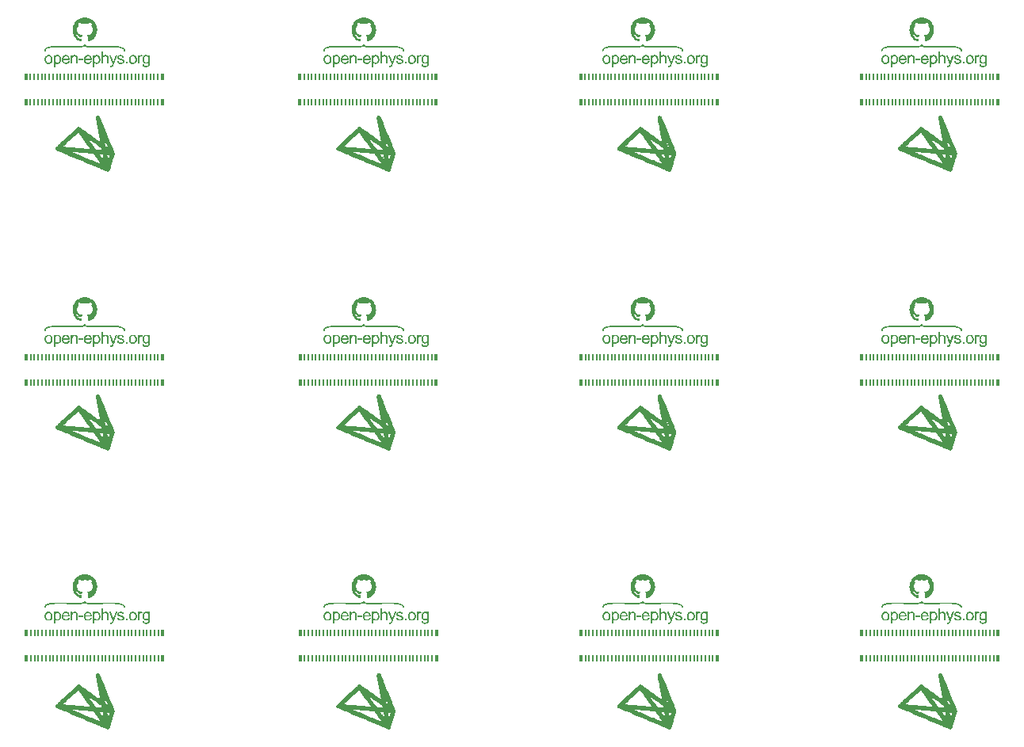
<source format=gbr>
%TF.GenerationSoftware,KiCad,Pcbnew,(7.0.0)*%
%TF.CreationDate,2023-05-18T15:25:00-04:00*%
%TF.ProjectId,eib-64-cap,6569622d-3634-42d6-9361-702e6b696361,B*%
%TF.SameCoordinates,Original*%
%TF.FileFunction,Soldermask,Top*%
%TF.FilePolarity,Negative*%
%FSLAX46Y46*%
G04 Gerber Fmt 4.6, Leading zero omitted, Abs format (unit mm)*
G04 Created by KiCad (PCBNEW (7.0.0)) date 2023-05-18 15:25:00*
%MOMM*%
%LPD*%
G01*
G04 APERTURE LIST*
%ADD10R,0.230000X0.660000*%
%ADD11R,0.350000X0.660000*%
G04 APERTURE END LIST*
%TO.C,G\u002A\u002A\u002A*%
G36*
X81095908Y-64615578D02*
G01*
X81095908Y-64689150D01*
X80854170Y-64689150D01*
X80612432Y-64689150D01*
X80612432Y-64615578D01*
X80612432Y-64542005D01*
X80854170Y-64542005D01*
X81095908Y-64542005D01*
X81095908Y-64615578D01*
G37*
G36*
X85811549Y-64983440D02*
G01*
X85811549Y-65067523D01*
X85720459Y-65067523D01*
X85629370Y-65067523D01*
X85629370Y-64983440D01*
X85629370Y-64899357D01*
X85720459Y-64899357D01*
X85811549Y-64899357D01*
X85811549Y-64983440D01*
G37*
G36*
X87304069Y-64136441D02*
G01*
X87332434Y-64140547D01*
X87349563Y-64144961D01*
X87378186Y-64156082D01*
X87403080Y-64167385D01*
X87421286Y-64177381D01*
X87429847Y-64184575D01*
X87430142Y-64185604D01*
X87427901Y-64193981D01*
X87421992Y-64211929D01*
X87413642Y-64236038D01*
X87404074Y-64262901D01*
X87394512Y-64289108D01*
X87386181Y-64311249D01*
X87380306Y-64325917D01*
X87378313Y-64329908D01*
X87371053Y-64328881D01*
X87354844Y-64323709D01*
X87339704Y-64318042D01*
X87306602Y-64308729D01*
X87269982Y-64304252D01*
X87235443Y-64304945D01*
X87210659Y-64310308D01*
X87187183Y-64323797D01*
X87162088Y-64345221D01*
X87140163Y-64370051D01*
X87129006Y-64387539D01*
X87120654Y-64405555D01*
X87113703Y-64424899D01*
X87108030Y-64446987D01*
X87103513Y-64473234D01*
X87100028Y-64505054D01*
X87097454Y-64543863D01*
X87095668Y-64591076D01*
X87094547Y-64648109D01*
X87093969Y-64716375D01*
X87093811Y-64793958D01*
X87093811Y-65067523D01*
X87013232Y-65067523D01*
X86932652Y-65067523D01*
X86932652Y-64608571D01*
X86932652Y-64149619D01*
X87006225Y-64149619D01*
X87079797Y-64149619D01*
X87079797Y-64210836D01*
X87079797Y-64272053D01*
X87103411Y-64237112D01*
X87135610Y-64194904D01*
X87167776Y-64165046D01*
X87202328Y-64146091D01*
X87241690Y-64136591D01*
X87274600Y-64134793D01*
X87304069Y-64136441D01*
G37*
G36*
X80260646Y-64140460D02*
G01*
X80324433Y-64156156D01*
X80379380Y-64181969D01*
X80424991Y-64217617D01*
X80460772Y-64262814D01*
X80480676Y-64302358D01*
X80484261Y-64311468D01*
X80487280Y-64320386D01*
X80489788Y-64330361D01*
X80491841Y-64342643D01*
X80493496Y-64358482D01*
X80494811Y-64379129D01*
X80495840Y-64405834D01*
X80496641Y-64439846D01*
X80497270Y-64482415D01*
X80497783Y-64534792D01*
X80498238Y-64598226D01*
X80498690Y-64673968D01*
X80498865Y-64704916D01*
X80500913Y-65067523D01*
X80420355Y-65067523D01*
X80339797Y-65067523D01*
X80337728Y-64732943D01*
X80337173Y-64653270D01*
X80336549Y-64586450D01*
X80335818Y-64531323D01*
X80334937Y-64486729D01*
X80333868Y-64451507D01*
X80332570Y-64424498D01*
X80331002Y-64404540D01*
X80329125Y-64390473D01*
X80326898Y-64381137D01*
X80325386Y-64377343D01*
X80298782Y-64334778D01*
X80265904Y-64304222D01*
X80225605Y-64284985D01*
X80176738Y-64276375D01*
X80156856Y-64275743D01*
X80096634Y-64281561D01*
X80044485Y-64298748D01*
X80000879Y-64326903D01*
X79966286Y-64365627D01*
X79941177Y-64414519D01*
X79926221Y-64471936D01*
X79924439Y-64490162D01*
X79922835Y-64520778D01*
X79921447Y-64562158D01*
X79920313Y-64612679D01*
X79919469Y-64670718D01*
X79918954Y-64734649D01*
X79918802Y-64792502D01*
X79918749Y-65067523D01*
X79838170Y-65067523D01*
X79757590Y-65067523D01*
X79757590Y-64608571D01*
X79757590Y-64149619D01*
X79831163Y-64149619D01*
X79904735Y-64149619D01*
X79904735Y-64206741D01*
X79904735Y-64263863D01*
X79945337Y-64225135D01*
X79989552Y-64188358D01*
X80035267Y-64162101D01*
X80085445Y-64145265D01*
X80143049Y-64136755D01*
X80188514Y-64135165D01*
X80260646Y-64140460D01*
G37*
G36*
X83197977Y-64027891D02*
G01*
X83197977Y-64249501D01*
X83228198Y-64221643D01*
X83282897Y-64180225D01*
X83343179Y-64151648D01*
X83359135Y-64146508D01*
X83390310Y-64140303D01*
X83430358Y-64136486D01*
X83474325Y-64135155D01*
X83517259Y-64136410D01*
X83554207Y-64140350D01*
X83564899Y-64142402D01*
X83618174Y-64160283D01*
X83666940Y-64188065D01*
X83708707Y-64223727D01*
X83740980Y-64265247D01*
X83757181Y-64298276D01*
X83763899Y-64319081D01*
X83769576Y-64343483D01*
X83774289Y-64372690D01*
X83778111Y-64407911D01*
X83781118Y-64450357D01*
X83783383Y-64501235D01*
X83784982Y-64561756D01*
X83785989Y-64633128D01*
X83786479Y-64716560D01*
X83786556Y-64773975D01*
X83786556Y-65067523D01*
X83706477Y-65067523D01*
X83626399Y-65067523D01*
X83623754Y-64746957D01*
X83623051Y-64669270D01*
X83622304Y-64604317D01*
X83621462Y-64550819D01*
X83620475Y-64507497D01*
X83619293Y-64473071D01*
X83617865Y-64446261D01*
X83616141Y-64425790D01*
X83614071Y-64410376D01*
X83611604Y-64398741D01*
X83609830Y-64392793D01*
X83589323Y-64348861D01*
X83560366Y-64315535D01*
X83522116Y-64291590D01*
X83501189Y-64282857D01*
X83482650Y-64277956D01*
X83461495Y-64276156D01*
X83432720Y-64276728D01*
X83423270Y-64277181D01*
X83371328Y-64283561D01*
X83328359Y-64297905D01*
X83290847Y-64321817D01*
X83259812Y-64351767D01*
X83246837Y-64366457D01*
X83235971Y-64380078D01*
X83227015Y-64393989D01*
X83219770Y-64409550D01*
X83214040Y-64428122D01*
X83209623Y-64451063D01*
X83206323Y-64479733D01*
X83203941Y-64515493D01*
X83202278Y-64559702D01*
X83201135Y-64613720D01*
X83200314Y-64678905D01*
X83199617Y-64756620D01*
X83199552Y-64764474D01*
X83197043Y-65067523D01*
X83116931Y-65067523D01*
X83036818Y-65067523D01*
X83036818Y-64436902D01*
X83036818Y-63806281D01*
X83117397Y-63806281D01*
X83197977Y-63806281D01*
X83197977Y-64027891D01*
G37*
G36*
X77928790Y-64587737D02*
G01*
X78077994Y-64587737D01*
X78078556Y-64670787D01*
X78088585Y-64743662D01*
X78108147Y-64806580D01*
X78137311Y-64859762D01*
X78175414Y-64902773D01*
X78207779Y-64928076D01*
X78239909Y-64943954D01*
X78276122Y-64951856D01*
X78320738Y-64953230D01*
X78325325Y-64953083D01*
X78357890Y-64950992D01*
X78381579Y-64946729D01*
X78401496Y-64939110D01*
X78413315Y-64932697D01*
X78460231Y-64897201D01*
X78498513Y-64851127D01*
X78527606Y-64795346D01*
X78546958Y-64730728D01*
X78549283Y-64718682D01*
X78558828Y-64639808D01*
X78559023Y-64565016D01*
X78550266Y-64495574D01*
X78532953Y-64432752D01*
X78507483Y-64377818D01*
X78474251Y-64332043D01*
X78433657Y-64296695D01*
X78413406Y-64284689D01*
X78363206Y-64265682D01*
X78313607Y-64260550D01*
X78265305Y-64269156D01*
X78218997Y-64291360D01*
X78175380Y-64327025D01*
X78169550Y-64333060D01*
X78137901Y-64371071D01*
X78114043Y-64410639D01*
X78096974Y-64454553D01*
X78085689Y-64505606D01*
X78079186Y-64566589D01*
X78077994Y-64587737D01*
X77928790Y-64587737D01*
X77928790Y-64149619D01*
X78002363Y-64149619D01*
X78075935Y-64149619D01*
X78075935Y-64203238D01*
X78075935Y-64256856D01*
X78116537Y-64218128D01*
X78156972Y-64183686D01*
X78196705Y-64159556D01*
X78239389Y-64144338D01*
X78288674Y-64136634D01*
X78333672Y-64134941D01*
X78386863Y-64136910D01*
X78431752Y-64143743D01*
X78473541Y-64156550D01*
X78509398Y-64172412D01*
X78563313Y-64206603D01*
X78610289Y-64252034D01*
X78649819Y-64307496D01*
X78681396Y-64371777D01*
X78704511Y-64443668D01*
X78718658Y-64521958D01*
X78723329Y-64605437D01*
X78719953Y-64674603D01*
X78706333Y-64760518D01*
X78682652Y-64837760D01*
X78649254Y-64905857D01*
X78606478Y-64964332D01*
X78554666Y-65012713D01*
X78494158Y-65050524D01*
X78431669Y-65075396D01*
X78404091Y-65082666D01*
X78377146Y-65086701D01*
X78345694Y-65088023D01*
X78312552Y-65087433D01*
X78277354Y-65085777D01*
X78251456Y-65082917D01*
X78230147Y-65077883D01*
X78208713Y-65069704D01*
X78194188Y-65063051D01*
X78165704Y-65047718D01*
X78137779Y-65029704D01*
X78118864Y-65014939D01*
X78089949Y-64988816D01*
X78089949Y-65203342D01*
X78089949Y-65417868D01*
X78009370Y-65417868D01*
X77928790Y-65417868D01*
X77928790Y-64783743D01*
X77928790Y-64587737D01*
G37*
G36*
X82118914Y-64587737D02*
G01*
X82268118Y-64587737D01*
X82268681Y-64670787D01*
X82278709Y-64743662D01*
X82298271Y-64806580D01*
X82327435Y-64859762D01*
X82365538Y-64902773D01*
X82397904Y-64928076D01*
X82430033Y-64943954D01*
X82466246Y-64951856D01*
X82510862Y-64953230D01*
X82515449Y-64953083D01*
X82548014Y-64950992D01*
X82571703Y-64946729D01*
X82591620Y-64939110D01*
X82603439Y-64932697D01*
X82650355Y-64897201D01*
X82688637Y-64851127D01*
X82717731Y-64795346D01*
X82737082Y-64730728D01*
X82739407Y-64718682D01*
X82748952Y-64639808D01*
X82749148Y-64565016D01*
X82740390Y-64495574D01*
X82723077Y-64432752D01*
X82697607Y-64377818D01*
X82664376Y-64332043D01*
X82623781Y-64296695D01*
X82603530Y-64284689D01*
X82553330Y-64265682D01*
X82503731Y-64260550D01*
X82455429Y-64269156D01*
X82409121Y-64291360D01*
X82365504Y-64327025D01*
X82359674Y-64333060D01*
X82328025Y-64371071D01*
X82304167Y-64410639D01*
X82287098Y-64454553D01*
X82275813Y-64505606D01*
X82269310Y-64566589D01*
X82268118Y-64587737D01*
X82118914Y-64587737D01*
X82118914Y-64149619D01*
X82192487Y-64149619D01*
X82266059Y-64149619D01*
X82266059Y-64203238D01*
X82266059Y-64256856D01*
X82306661Y-64218128D01*
X82347096Y-64183686D01*
X82386830Y-64159556D01*
X82429513Y-64144338D01*
X82478798Y-64136634D01*
X82523796Y-64134941D01*
X82576987Y-64136910D01*
X82621876Y-64143743D01*
X82663665Y-64156550D01*
X82699522Y-64172412D01*
X82753437Y-64206603D01*
X82800413Y-64252034D01*
X82839943Y-64307496D01*
X82871520Y-64371777D01*
X82894636Y-64443668D01*
X82908783Y-64521958D01*
X82913453Y-64605437D01*
X82910077Y-64674603D01*
X82896457Y-64760518D01*
X82872777Y-64837760D01*
X82839378Y-64905857D01*
X82796602Y-64964332D01*
X82744790Y-65012713D01*
X82684282Y-65050524D01*
X82621794Y-65075396D01*
X82594215Y-65082666D01*
X82567270Y-65086701D01*
X82535818Y-65088023D01*
X82502676Y-65087433D01*
X82467478Y-65085777D01*
X82441580Y-65082917D01*
X82420271Y-65077883D01*
X82398837Y-65069704D01*
X82384312Y-65063051D01*
X82355828Y-65047718D01*
X82327903Y-65029704D01*
X82308988Y-65014939D01*
X82280073Y-64988816D01*
X82280073Y-65203342D01*
X82280073Y-65417868D01*
X82199494Y-65417868D01*
X82118914Y-65417868D01*
X82118914Y-64783743D01*
X82118914Y-64587737D01*
G37*
G36*
X76958615Y-64636416D02*
G01*
X77121131Y-64636416D01*
X77126221Y-64699053D01*
X77137096Y-64756824D01*
X77153755Y-64806204D01*
X77158616Y-64816419D01*
X77187561Y-64860046D01*
X77226180Y-64899174D01*
X77270689Y-64930533D01*
X77312183Y-64949252D01*
X77327002Y-64951632D01*
X77351427Y-64953033D01*
X77381072Y-64953250D01*
X77392763Y-64952982D01*
X77427325Y-64951092D01*
X77452769Y-64947357D01*
X77473966Y-64940778D01*
X77490998Y-64932871D01*
X77527004Y-64908774D01*
X77562032Y-64875621D01*
X77591807Y-64837976D01*
X77609598Y-64806292D01*
X77628096Y-64751801D01*
X77639747Y-64689861D01*
X77644589Y-64623980D01*
X77642659Y-64557667D01*
X77633997Y-64494431D01*
X77618639Y-64437780D01*
X77605286Y-64406548D01*
X77583675Y-64373461D01*
X77553765Y-64339718D01*
X77520204Y-64310029D01*
X77490998Y-64290810D01*
X77473423Y-64282271D01*
X77457109Y-64276822D01*
X77438092Y-64273786D01*
X77412411Y-64272486D01*
X77382252Y-64272240D01*
X77347754Y-64272594D01*
X77323300Y-64274107D01*
X77304927Y-64277455D01*
X77288676Y-64283315D01*
X77273507Y-64290810D01*
X77240005Y-64313377D01*
X77206203Y-64344350D01*
X77176732Y-64379017D01*
X77158616Y-64407730D01*
X77140568Y-64454570D01*
X77128305Y-64510648D01*
X77121826Y-64572439D01*
X77121131Y-64636416D01*
X76958615Y-64636416D01*
X76958468Y-64612074D01*
X76959023Y-64554863D01*
X76961226Y-64508447D01*
X76965676Y-64469644D01*
X76972970Y-64435276D01*
X76983708Y-64402161D01*
X76998487Y-64367121D01*
X77008587Y-64345812D01*
X77043273Y-64289973D01*
X77089143Y-64240173D01*
X77144065Y-64198092D01*
X77205903Y-64165413D01*
X77261683Y-64146443D01*
X77298310Y-64139910D01*
X77343541Y-64136164D01*
X77392559Y-64135214D01*
X77440547Y-64137064D01*
X77482686Y-64141720D01*
X77504227Y-64146140D01*
X77572061Y-64170880D01*
X77634134Y-64207234D01*
X77688601Y-64253698D01*
X77733622Y-64308768D01*
X77760215Y-64355094D01*
X77781500Y-64406069D01*
X77796311Y-64458293D01*
X77805339Y-64515337D01*
X77809277Y-64580776D01*
X77809581Y-64610027D01*
X77805975Y-64695675D01*
X77795026Y-64770549D01*
X77776258Y-64836094D01*
X77749192Y-64893753D01*
X77713352Y-64944970D01*
X77690556Y-64970079D01*
X77636554Y-65015253D01*
X77573532Y-65051174D01*
X77504127Y-65076362D01*
X77498146Y-65077928D01*
X77465420Y-65083560D01*
X77423604Y-65086908D01*
X77377261Y-65087981D01*
X77330956Y-65086787D01*
X77289253Y-65083335D01*
X77256717Y-65077633D01*
X77256128Y-65077480D01*
X77190556Y-65053461D01*
X77130067Y-65018034D01*
X77076821Y-64972939D01*
X77032977Y-64919918D01*
X77008448Y-64877819D01*
X76991341Y-64840765D01*
X76978547Y-64807094D01*
X76969473Y-64773660D01*
X76963528Y-64737316D01*
X76960120Y-64694913D01*
X76958656Y-64643306D01*
X76958615Y-64636416D01*
G37*
G36*
X84664486Y-64150234D02*
G01*
X84690099Y-64152112D01*
X84702792Y-64155306D01*
X84704459Y-64157516D01*
X84702061Y-64165528D01*
X84695165Y-64185451D01*
X84684218Y-64216084D01*
X84669669Y-64256226D01*
X84651964Y-64304675D01*
X84631553Y-64360232D01*
X84608881Y-64421695D01*
X84584398Y-64487862D01*
X84558550Y-64557534D01*
X84531785Y-64629508D01*
X84504552Y-64702584D01*
X84477297Y-64775560D01*
X84450468Y-64847236D01*
X84424514Y-64916411D01*
X84399881Y-64981883D01*
X84377017Y-65042452D01*
X84356371Y-65096917D01*
X84338389Y-65144076D01*
X84323519Y-65182728D01*
X84312209Y-65211673D01*
X84304907Y-65229710D01*
X84304174Y-65231425D01*
X84272728Y-65296297D01*
X84240023Y-65347939D01*
X84205409Y-65387118D01*
X84168241Y-65414606D01*
X84138767Y-65427852D01*
X84111873Y-65433776D01*
X84076528Y-65437247D01*
X84038099Y-65438156D01*
X84001953Y-65436394D01*
X83973455Y-65431853D01*
X83971267Y-65431251D01*
X83960816Y-65427445D01*
X83953307Y-65421512D01*
X83947938Y-65411086D01*
X83943910Y-65393801D01*
X83940420Y-65367289D01*
X83936669Y-65329185D01*
X83936646Y-65328928D01*
X83931969Y-65278527D01*
X83994646Y-65282588D01*
X84038005Y-65283822D01*
X84071032Y-65280490D01*
X84096923Y-65271675D01*
X84118876Y-65256462D01*
X84132060Y-65243253D01*
X84146018Y-65223497D01*
X84161832Y-65194507D01*
X84177590Y-65160546D01*
X84191379Y-65125876D01*
X84201288Y-65094763D01*
X84204018Y-65082814D01*
X84203024Y-65074058D01*
X84198296Y-65056197D01*
X84189664Y-65028751D01*
X84176958Y-64991237D01*
X84160008Y-64943176D01*
X84138644Y-64884087D01*
X84112695Y-64813489D01*
X84081992Y-64730900D01*
X84046365Y-64635840D01*
X84039086Y-64616490D01*
X84010685Y-64540892D01*
X83983788Y-64469024D01*
X83958798Y-64401979D01*
X83936118Y-64340850D01*
X83916150Y-64286731D01*
X83899297Y-64240713D01*
X83885962Y-64203892D01*
X83876546Y-64177360D01*
X83871453Y-64162211D01*
X83870639Y-64159074D01*
X83873009Y-64154856D01*
X83881501Y-64152171D01*
X83898187Y-64150825D01*
X83925139Y-64150624D01*
X83955389Y-64151155D01*
X84040139Y-64153123D01*
X84151486Y-64463420D01*
X84174543Y-64527921D01*
X84196506Y-64589836D01*
X84216839Y-64647618D01*
X84235004Y-64699718D01*
X84250464Y-64744589D01*
X84262682Y-64780683D01*
X84271121Y-64806453D01*
X84274905Y-64819020D01*
X84281567Y-64841853D01*
X84287421Y-64858130D01*
X84291193Y-64864323D01*
X84295052Y-64858140D01*
X84300511Y-64842224D01*
X84304488Y-64827536D01*
X84308683Y-64813619D01*
X84317184Y-64788005D01*
X84329476Y-64752157D01*
X84345047Y-64707536D01*
X84363382Y-64655606D01*
X84383969Y-64597829D01*
X84406293Y-64535667D01*
X84429842Y-64470583D01*
X84429986Y-64470185D01*
X84546406Y-64149619D01*
X84625433Y-64149619D01*
X84664486Y-64150234D01*
G37*
G36*
X85962477Y-64636416D02*
G01*
X86124994Y-64636416D01*
X86130083Y-64699053D01*
X86140958Y-64756824D01*
X86157617Y-64806204D01*
X86162478Y-64816419D01*
X86191423Y-64860046D01*
X86230042Y-64899174D01*
X86274551Y-64930533D01*
X86316045Y-64949252D01*
X86330864Y-64951632D01*
X86355290Y-64953033D01*
X86384935Y-64953250D01*
X86396625Y-64952982D01*
X86431187Y-64951092D01*
X86456632Y-64947357D01*
X86477829Y-64940778D01*
X86494860Y-64932871D01*
X86530866Y-64908774D01*
X86565894Y-64875621D01*
X86595669Y-64837976D01*
X86613460Y-64806292D01*
X86631958Y-64751801D01*
X86643609Y-64689861D01*
X86648451Y-64623980D01*
X86646521Y-64557667D01*
X86637859Y-64494431D01*
X86622501Y-64437780D01*
X86609148Y-64406548D01*
X86587537Y-64373461D01*
X86557627Y-64339718D01*
X86524066Y-64310029D01*
X86494860Y-64290810D01*
X86477285Y-64282271D01*
X86460971Y-64276822D01*
X86441954Y-64273786D01*
X86416273Y-64272486D01*
X86386114Y-64272240D01*
X86351616Y-64272594D01*
X86327162Y-64274107D01*
X86308789Y-64277455D01*
X86292538Y-64283315D01*
X86277369Y-64290810D01*
X86243867Y-64313377D01*
X86210065Y-64344350D01*
X86180594Y-64379017D01*
X86162478Y-64407730D01*
X86144430Y-64454570D01*
X86132167Y-64510648D01*
X86125688Y-64572439D01*
X86124994Y-64636416D01*
X85962477Y-64636416D01*
X85962330Y-64612074D01*
X85962885Y-64554863D01*
X85965088Y-64508447D01*
X85969538Y-64469644D01*
X85976832Y-64435276D01*
X85987570Y-64402161D01*
X86002350Y-64367121D01*
X86012449Y-64345812D01*
X86047135Y-64289973D01*
X86093005Y-64240173D01*
X86147927Y-64198092D01*
X86209765Y-64165413D01*
X86265545Y-64146443D01*
X86302172Y-64139910D01*
X86347403Y-64136164D01*
X86396421Y-64135214D01*
X86444409Y-64137064D01*
X86486548Y-64141720D01*
X86508089Y-64146140D01*
X86575923Y-64170880D01*
X86637996Y-64207234D01*
X86692463Y-64253698D01*
X86737484Y-64308768D01*
X86764077Y-64355094D01*
X86785363Y-64406069D01*
X86800173Y-64458293D01*
X86809202Y-64515337D01*
X86813139Y-64580776D01*
X86813443Y-64610027D01*
X86809837Y-64695675D01*
X86798888Y-64770549D01*
X86780120Y-64836094D01*
X86753054Y-64893753D01*
X86717214Y-64944970D01*
X86694418Y-64970079D01*
X86640416Y-65015253D01*
X86577394Y-65051174D01*
X86507989Y-65076362D01*
X86502008Y-65077928D01*
X86469282Y-65083560D01*
X86427466Y-65086908D01*
X86381123Y-65087981D01*
X86334818Y-65086787D01*
X86293115Y-65083335D01*
X86260579Y-65077633D01*
X86259990Y-65077480D01*
X86194418Y-65053461D01*
X86133929Y-65018034D01*
X86080683Y-64972939D01*
X86036839Y-64919918D01*
X86012310Y-64877819D01*
X85995203Y-64840765D01*
X85982409Y-64807094D01*
X85973335Y-64773660D01*
X85967390Y-64737316D01*
X85963982Y-64694913D01*
X85962518Y-64643306D01*
X85962477Y-64636416D01*
G37*
G36*
X78803506Y-64505686D02*
G01*
X78806033Y-64483706D01*
X78809876Y-64464274D01*
X78815298Y-64444526D01*
X78817573Y-64437149D01*
X78840578Y-64374681D01*
X78867882Y-64322201D01*
X78901682Y-64275838D01*
X78921831Y-64253611D01*
X78972880Y-64208092D01*
X79027654Y-64174224D01*
X79088008Y-64151275D01*
X79155798Y-64138510D01*
X79221563Y-64135118D01*
X79294111Y-64139080D01*
X79357363Y-64151685D01*
X79413726Y-64173863D01*
X79465607Y-64206546D01*
X79512473Y-64247716D01*
X79557265Y-64302086D01*
X79592740Y-64365992D01*
X79618406Y-64438084D01*
X79633769Y-64517012D01*
X79638381Y-64592805D01*
X79638473Y-64654116D01*
X79299079Y-64654116D01*
X78959685Y-64654116D01*
X78963381Y-64680392D01*
X78976424Y-64746570D01*
X78995872Y-64801950D01*
X79022713Y-64848655D01*
X79057933Y-64888811D01*
X79061882Y-64892482D01*
X79102397Y-64923427D01*
X79145513Y-64943348D01*
X79194610Y-64953479D01*
X79234088Y-64955407D01*
X79266645Y-64954568D01*
X79291186Y-64951263D01*
X79313652Y-64944302D01*
X79333956Y-64935378D01*
X79379651Y-64906233D01*
X79418244Y-64866205D01*
X79447670Y-64817488D01*
X79450175Y-64811885D01*
X79457549Y-64795116D01*
X79464343Y-64783681D01*
X79473093Y-64776907D01*
X79486337Y-64774120D01*
X79506614Y-64774649D01*
X79536460Y-64777820D01*
X79565310Y-64781363D01*
X79596956Y-64785621D01*
X79617812Y-64790678D01*
X79628742Y-64798720D01*
X79630608Y-64811934D01*
X79624273Y-64832506D01*
X79610598Y-64862624D01*
X79603319Y-64877724D01*
X79566094Y-64939428D01*
X79519110Y-64991804D01*
X79463606Y-65033847D01*
X79400821Y-65064551D01*
X79356517Y-65077994D01*
X79316071Y-65084491D01*
X79266870Y-65087786D01*
X79213785Y-65087944D01*
X79161690Y-65085035D01*
X79115455Y-65079124D01*
X79093271Y-65074355D01*
X79061543Y-65064629D01*
X79029301Y-65052492D01*
X79005684Y-65041643D01*
X78970841Y-65018588D01*
X78933952Y-64986563D01*
X78898679Y-64949399D01*
X78868685Y-64910924D01*
X78848936Y-64877736D01*
X78832663Y-64842108D01*
X78820477Y-64809811D01*
X78811820Y-64777763D01*
X78806128Y-64742884D01*
X78802842Y-64702094D01*
X78801400Y-64652311D01*
X78801187Y-64615578D01*
X78801346Y-64568757D01*
X78802031Y-64533081D01*
X78802305Y-64527992D01*
X78970866Y-64527992D01*
X79220587Y-64527992D01*
X79289216Y-64527890D01*
X79344937Y-64527559D01*
X79388855Y-64526959D01*
X79422073Y-64526053D01*
X79445696Y-64524801D01*
X79460829Y-64523164D01*
X79468576Y-64521105D01*
X79470204Y-64519233D01*
X79467766Y-64500774D01*
X79461688Y-64474207D01*
X79453369Y-64444502D01*
X79444210Y-64416627D01*
X79435612Y-64395551D01*
X79434999Y-64394324D01*
X79404333Y-64348893D01*
X79363325Y-64310621D01*
X79335800Y-64292827D01*
X79317879Y-64283478D01*
X79302167Y-64277485D01*
X79284701Y-64274114D01*
X79261513Y-64272628D01*
X79228638Y-64272294D01*
X79225066Y-64272295D01*
X79189662Y-64272762D01*
X79164294Y-64274513D01*
X79144998Y-64278162D01*
X79127813Y-64284329D01*
X79117919Y-64288970D01*
X79073685Y-64318130D01*
X79034912Y-64357722D01*
X79003859Y-64404533D01*
X78982784Y-64455352D01*
X78975127Y-64492012D01*
X78970866Y-64527992D01*
X78802305Y-64527992D01*
X78803506Y-64505686D01*
G37*
G36*
X81157823Y-64505686D02*
G01*
X81160351Y-64483706D01*
X81164193Y-64464274D01*
X81169615Y-64444526D01*
X81171890Y-64437149D01*
X81194896Y-64374681D01*
X81222199Y-64322201D01*
X81255999Y-64275838D01*
X81276148Y-64253611D01*
X81327198Y-64208092D01*
X81381971Y-64174224D01*
X81442325Y-64151275D01*
X81510116Y-64138510D01*
X81575880Y-64135118D01*
X81648428Y-64139080D01*
X81711680Y-64151685D01*
X81768043Y-64173863D01*
X81819924Y-64206546D01*
X81866790Y-64247716D01*
X81911582Y-64302086D01*
X81947057Y-64365992D01*
X81972723Y-64438084D01*
X81988086Y-64517012D01*
X81992698Y-64592805D01*
X81992790Y-64654116D01*
X81653396Y-64654116D01*
X81314002Y-64654116D01*
X81317699Y-64680392D01*
X81330741Y-64746570D01*
X81350189Y-64801950D01*
X81377030Y-64848655D01*
X81412251Y-64888811D01*
X81416199Y-64892482D01*
X81456714Y-64923427D01*
X81499831Y-64943348D01*
X81548927Y-64953479D01*
X81588405Y-64955407D01*
X81620962Y-64954568D01*
X81645503Y-64951263D01*
X81667969Y-64944302D01*
X81688273Y-64935378D01*
X81733968Y-64906233D01*
X81772561Y-64866205D01*
X81801987Y-64817488D01*
X81804493Y-64811885D01*
X81811867Y-64795116D01*
X81818660Y-64783681D01*
X81827410Y-64776907D01*
X81840655Y-64774120D01*
X81860931Y-64774649D01*
X81890777Y-64777820D01*
X81919627Y-64781363D01*
X81951273Y-64785621D01*
X81972130Y-64790678D01*
X81983060Y-64798720D01*
X81984926Y-64811934D01*
X81978590Y-64832506D01*
X81964915Y-64862624D01*
X81957636Y-64877724D01*
X81920411Y-64939428D01*
X81873427Y-64991804D01*
X81817923Y-65033847D01*
X81755138Y-65064551D01*
X81710835Y-65077994D01*
X81670388Y-65084491D01*
X81621187Y-65087786D01*
X81568103Y-65087944D01*
X81516007Y-65085035D01*
X81469772Y-65079124D01*
X81447588Y-65074355D01*
X81415860Y-65064629D01*
X81383619Y-65052492D01*
X81360002Y-65041643D01*
X81325158Y-65018588D01*
X81288269Y-64986563D01*
X81252996Y-64949399D01*
X81223002Y-64910924D01*
X81203254Y-64877736D01*
X81186980Y-64842108D01*
X81174795Y-64809811D01*
X81166137Y-64777763D01*
X81160445Y-64742884D01*
X81157159Y-64702094D01*
X81155718Y-64652311D01*
X81155504Y-64615578D01*
X81155663Y-64568757D01*
X81156349Y-64533081D01*
X81156623Y-64527992D01*
X81325183Y-64527992D01*
X81574904Y-64527992D01*
X81643533Y-64527890D01*
X81699254Y-64527559D01*
X81743172Y-64526959D01*
X81776390Y-64526053D01*
X81800014Y-64524801D01*
X81815147Y-64523164D01*
X81822894Y-64521105D01*
X81824521Y-64519233D01*
X81822083Y-64500774D01*
X81816005Y-64474207D01*
X81807686Y-64444502D01*
X81798528Y-64416627D01*
X81789930Y-64395551D01*
X81789317Y-64394324D01*
X81758650Y-64348893D01*
X81717642Y-64310621D01*
X81690117Y-64292827D01*
X81672196Y-64283478D01*
X81656485Y-64277485D01*
X81639018Y-64274114D01*
X81615830Y-64272628D01*
X81582955Y-64272294D01*
X81579383Y-64272295D01*
X81543980Y-64272762D01*
X81518611Y-64274513D01*
X81499316Y-64278162D01*
X81482130Y-64284329D01*
X81472236Y-64288970D01*
X81428002Y-64318130D01*
X81389229Y-64357722D01*
X81358176Y-64404533D01*
X81337101Y-64455352D01*
X81329444Y-64492012D01*
X81325183Y-64527992D01*
X81156623Y-64527992D01*
X81157823Y-64505686D01*
G37*
G36*
X85158951Y-64139628D02*
G01*
X85228818Y-64153027D01*
X85288203Y-64175439D01*
X85337354Y-64207016D01*
X85376522Y-64247914D01*
X85405956Y-64298285D01*
X85423228Y-64347606D01*
X85428734Y-64369534D01*
X85432320Y-64386205D01*
X85433093Y-64391847D01*
X85426673Y-64396050D01*
X85409366Y-64400924D01*
X85384227Y-64405694D01*
X85371072Y-64407613D01*
X85333155Y-64412572D01*
X85306751Y-64415227D01*
X85289467Y-64415010D01*
X85278909Y-64411353D01*
X85272686Y-64403686D01*
X85268404Y-64391441D01*
X85266036Y-64382650D01*
X85251199Y-64350186D01*
X85226345Y-64319292D01*
X85195297Y-64293749D01*
X85161878Y-64277338D01*
X85158585Y-64276354D01*
X85125523Y-64270533D01*
X85085430Y-64268577D01*
X85042888Y-64270209D01*
X85002479Y-64275154D01*
X84968784Y-64283136D01*
X84955005Y-64288607D01*
X84922366Y-64310304D01*
X84900140Y-64336993D01*
X84889162Y-64366569D01*
X84890267Y-64396927D01*
X84901825Y-64422509D01*
X84918049Y-64441647D01*
X84936600Y-64457276D01*
X84939385Y-64459018D01*
X84952018Y-64464427D01*
X84975963Y-64472890D01*
X85009030Y-64483701D01*
X85049030Y-64496157D01*
X85093774Y-64509552D01*
X85121541Y-64517619D01*
X85189129Y-64537465D01*
X85244629Y-64554843D01*
X85289616Y-64570409D01*
X85325663Y-64584820D01*
X85354343Y-64598734D01*
X85377231Y-64612807D01*
X85395900Y-64627696D01*
X85404009Y-64635513D01*
X85435855Y-64677560D01*
X85456464Y-64725610D01*
X85465996Y-64777511D01*
X85464612Y-64831111D01*
X85452472Y-64884259D01*
X85429735Y-64934803D01*
X85396562Y-64980593D01*
X85376835Y-65000382D01*
X85340496Y-65027288D01*
X85295468Y-65051628D01*
X85247079Y-65070745D01*
X85221290Y-65077994D01*
X85189432Y-65083108D01*
X85148008Y-65086349D01*
X85101237Y-65087724D01*
X85053338Y-65087240D01*
X85008530Y-65084904D01*
X84971031Y-65080722D01*
X84954782Y-65077572D01*
X84890003Y-65055604D01*
X84834152Y-65023495D01*
X84787940Y-64981778D01*
X84752077Y-64930986D01*
X84747074Y-64921514D01*
X84736036Y-64897015D01*
X84724845Y-64867901D01*
X84714916Y-64838409D01*
X84707662Y-64812771D01*
X84704497Y-64795224D01*
X84704459Y-64793905D01*
X84710855Y-64791481D01*
X84727752Y-64788071D01*
X84751715Y-64784161D01*
X84779309Y-64780238D01*
X84807098Y-64776786D01*
X84831649Y-64774291D01*
X84849525Y-64773240D01*
X84850638Y-64773233D01*
X84862088Y-64778068D01*
X84869002Y-64794150D01*
X84869420Y-64796005D01*
X84887042Y-64845738D01*
X84916331Y-64888344D01*
X84956091Y-64922263D01*
X84974225Y-64932825D01*
X84995441Y-64942347D01*
X85017599Y-64948471D01*
X85045345Y-64952175D01*
X85075117Y-64954074D01*
X85111659Y-64954597D01*
X85146638Y-64953024D01*
X85174355Y-64949639D01*
X85177951Y-64948900D01*
X85218240Y-64934761D01*
X85251134Y-64913260D01*
X85276028Y-64886376D01*
X85292321Y-64856086D01*
X85299406Y-64824370D01*
X85296681Y-64793205D01*
X85283542Y-64764570D01*
X85259385Y-64740444D01*
X85244346Y-64731373D01*
X85229036Y-64725141D01*
X85202723Y-64716122D01*
X85167950Y-64705115D01*
X85127263Y-64692922D01*
X85083204Y-64680343D01*
X85074374Y-64677896D01*
X85028607Y-64665011D01*
X84984436Y-64652086D01*
X84944754Y-64640005D01*
X84912453Y-64629652D01*
X84890427Y-64621909D01*
X84888482Y-64621146D01*
X84842967Y-64597016D01*
X84801445Y-64563925D01*
X84767889Y-64525349D01*
X84754877Y-64504221D01*
X84745994Y-64485903D01*
X84740420Y-64469052D01*
X84737411Y-64449480D01*
X84736223Y-64423000D01*
X84736077Y-64398364D01*
X84736634Y-64363404D01*
X84738657Y-64338287D01*
X84742807Y-64318865D01*
X84749744Y-64300990D01*
X84752497Y-64295248D01*
X84784506Y-64244638D01*
X84825787Y-64203792D01*
X84876628Y-64172566D01*
X84937320Y-64150817D01*
X85008154Y-64138404D01*
X85078350Y-64135088D01*
X85158951Y-64139628D01*
G37*
G36*
X87403209Y-64617095D02*
G01*
X87563655Y-64617095D01*
X87571837Y-64695552D01*
X87573401Y-64704668D01*
X87590072Y-64769757D01*
X87615120Y-64823925D01*
X87648943Y-64867770D01*
X87691942Y-64901894D01*
X87712123Y-64913117D01*
X87739538Y-64925403D01*
X87763615Y-64931891D01*
X87791581Y-64934240D01*
X87804882Y-64934392D01*
X87836245Y-64932706D01*
X87867288Y-64928313D01*
X87888094Y-64923138D01*
X87918729Y-64907772D01*
X87951418Y-64883359D01*
X87982203Y-64853508D01*
X88007123Y-64821831D01*
X88016202Y-64806326D01*
X88035597Y-64756131D01*
X88047891Y-64695719D01*
X88053250Y-64624181D01*
X88053531Y-64601564D01*
X88049830Y-64527309D01*
X88038396Y-64463663D01*
X88018783Y-64409268D01*
X87990546Y-64362765D01*
X87966408Y-64335172D01*
X87932913Y-64305795D01*
X87899528Y-64286476D01*
X87861757Y-64275279D01*
X87815521Y-64270292D01*
X87785519Y-64269192D01*
X87764342Y-64270132D01*
X87746839Y-64274123D01*
X87727857Y-64282175D01*
X87710838Y-64290817D01*
X87664778Y-64322467D01*
X87626841Y-64364685D01*
X87597392Y-64416363D01*
X87576800Y-64476395D01*
X87565432Y-64543674D01*
X87563655Y-64617095D01*
X87403209Y-64617095D01*
X87403703Y-64592987D01*
X87403981Y-64584047D01*
X87406692Y-64528140D01*
X87411395Y-64482342D01*
X87418949Y-64442793D01*
X87430215Y-64405632D01*
X87446051Y-64367001D01*
X87457897Y-64341932D01*
X87495916Y-64277739D01*
X87541328Y-64225450D01*
X87594158Y-64185051D01*
X87654428Y-64156527D01*
X87722163Y-64139863D01*
X87788250Y-64134997D01*
X87848912Y-64137788D01*
X87900205Y-64147477D01*
X87945593Y-64165326D01*
X87988541Y-64192600D01*
X88021247Y-64220014D01*
X88060763Y-64256129D01*
X88060763Y-64202874D01*
X88060763Y-64149619D01*
X88134335Y-64149619D01*
X88207908Y-64149619D01*
X88207786Y-64582295D01*
X88207668Y-64687411D01*
X88207324Y-64779570D01*
X88206677Y-64859830D01*
X88205649Y-64929246D01*
X88204162Y-64988875D01*
X88202138Y-65039774D01*
X88199500Y-65083000D01*
X88196169Y-65119608D01*
X88192068Y-65150656D01*
X88187119Y-65177200D01*
X88181245Y-65200296D01*
X88174367Y-65221002D01*
X88166408Y-65240373D01*
X88158030Y-65257990D01*
X88127197Y-65305094D01*
X88085111Y-65347740D01*
X88034291Y-65384073D01*
X87977255Y-65412243D01*
X87926909Y-65428116D01*
X87894499Y-65433348D01*
X87852602Y-65436671D01*
X87805446Y-65438086D01*
X87757263Y-65437597D01*
X87712282Y-65435208D01*
X87674735Y-65430921D01*
X87659414Y-65427910D01*
X87595048Y-65406477D01*
X87540401Y-65376064D01*
X87496106Y-65337340D01*
X87462797Y-65290973D01*
X87441107Y-65237634D01*
X87432335Y-65187997D01*
X87430395Y-65165976D01*
X87430294Y-65150961D01*
X87434110Y-65141978D01*
X87443921Y-65138055D01*
X87461804Y-65138217D01*
X87489837Y-65141491D01*
X87522262Y-65145870D01*
X87584438Y-65154148D01*
X87591895Y-65182656D01*
X87609815Y-65226428D01*
X87638310Y-65261016D01*
X87670160Y-65282883D01*
X87686527Y-65291029D01*
X87701236Y-65296506D01*
X87717662Y-65299840D01*
X87739180Y-65301558D01*
X87769164Y-65302183D01*
X87794501Y-65302254D01*
X87832870Y-65301954D01*
X87860706Y-65300744D01*
X87881482Y-65298162D01*
X87898671Y-65293742D01*
X87915748Y-65287021D01*
X87918814Y-65285651D01*
X87959680Y-65259999D01*
X87994749Y-65223823D01*
X88020825Y-65180491D01*
X88027684Y-65161980D01*
X88032508Y-65140076D01*
X88035781Y-65111517D01*
X88037984Y-65073041D01*
X88038431Y-65061312D01*
X88039737Y-65023959D01*
X88039848Y-64999196D01*
X88037724Y-64985600D01*
X88032331Y-64981747D01*
X88022629Y-64986215D01*
X88007582Y-64997580D01*
X87997701Y-65005427D01*
X87977674Y-65019031D01*
X87951330Y-65034107D01*
X87931135Y-65044186D01*
X87909342Y-65053333D01*
X87888630Y-65059398D01*
X87864717Y-65063181D01*
X87833319Y-65065483D01*
X87812452Y-65066366D01*
X87757593Y-65066671D01*
X87712082Y-65062597D01*
X87671713Y-65053331D01*
X87632281Y-65038060D01*
X87610475Y-65027333D01*
X87559872Y-64993448D01*
X87514068Y-64947844D01*
X87474354Y-64892371D01*
X87442018Y-64828876D01*
X87418348Y-64759208D01*
X87415484Y-64747747D01*
X87409364Y-64719658D01*
X87405402Y-64694079D01*
X87403323Y-64667069D01*
X87402849Y-64634685D01*
X87403209Y-64617095D01*
G37*
G36*
X81266118Y-62985946D02*
G01*
X81288509Y-63000254D01*
X81304661Y-63023163D01*
X81310575Y-63043431D01*
X81319590Y-63068487D01*
X81338808Y-63090218D01*
X81369467Y-63109624D01*
X81412806Y-63127702D01*
X81416690Y-63129063D01*
X81454154Y-63140717D01*
X81496093Y-63151142D01*
X81543110Y-63160354D01*
X81595803Y-63168369D01*
X81654774Y-63175202D01*
X81720624Y-63180870D01*
X81793955Y-63185388D01*
X81875365Y-63188773D01*
X81965457Y-63191040D01*
X82064832Y-63192206D01*
X82174090Y-63192286D01*
X82293831Y-63191296D01*
X82424658Y-63189252D01*
X82567170Y-63186170D01*
X82721969Y-63182067D01*
X82889655Y-63176957D01*
X83036818Y-63172041D01*
X83243434Y-63165359D01*
X83436390Y-63160071D01*
X83615970Y-63156177D01*
X83782459Y-63153674D01*
X83936141Y-63152564D01*
X84077301Y-63152845D01*
X84206222Y-63154516D01*
X84323190Y-63157577D01*
X84428488Y-63162027D01*
X84522401Y-63167866D01*
X84533526Y-63168707D01*
X84689073Y-63182943D01*
X84831167Y-63200624D01*
X84959952Y-63221799D01*
X85075573Y-63246518D01*
X85178172Y-63274830D01*
X85267894Y-63306786D01*
X85344883Y-63342434D01*
X85409282Y-63381825D01*
X85461235Y-63425009D01*
X85500886Y-63472034D01*
X85523065Y-63510764D01*
X85532993Y-63535121D01*
X85539207Y-63559650D01*
X85542739Y-63589493D01*
X85544147Y-63615731D01*
X85544396Y-63658103D01*
X85540897Y-63689117D01*
X85532942Y-63711094D01*
X85519823Y-63726355D01*
X85508125Y-63733809D01*
X85480014Y-63741712D01*
X85450328Y-63739508D01*
X85424260Y-63728028D01*
X85413918Y-63718738D01*
X85404905Y-63705492D01*
X85400024Y-63689310D01*
X85398148Y-63665577D01*
X85397988Y-63653491D01*
X85394446Y-63610758D01*
X85384926Y-63578166D01*
X85362041Y-63543685D01*
X85325682Y-63510785D01*
X85276320Y-63479656D01*
X85214427Y-63450490D01*
X85140474Y-63423478D01*
X85054931Y-63398811D01*
X84958271Y-63376682D01*
X84850963Y-63357280D01*
X84834892Y-63354758D01*
X84756395Y-63343589D01*
X84674382Y-63333809D01*
X84588077Y-63325403D01*
X84496704Y-63318357D01*
X84399486Y-63312657D01*
X84295648Y-63308290D01*
X84184414Y-63305242D01*
X84065008Y-63303498D01*
X83936653Y-63303046D01*
X83798574Y-63303870D01*
X83649994Y-63305958D01*
X83490138Y-63309295D01*
X83318230Y-63313868D01*
X83133493Y-63319662D01*
X83043825Y-63322739D01*
X82915609Y-63327012D01*
X82788306Y-63330797D01*
X82663053Y-63334081D01*
X82540983Y-63336850D01*
X82423230Y-63339090D01*
X82310929Y-63340789D01*
X82205214Y-63341933D01*
X82107221Y-63342508D01*
X82018082Y-63342502D01*
X81938934Y-63341899D01*
X81870909Y-63340688D01*
X81815144Y-63338854D01*
X81790774Y-63337615D01*
X81691315Y-63330633D01*
X81604309Y-63322110D01*
X81528252Y-63311757D01*
X81461638Y-63299287D01*
X81402963Y-63284411D01*
X81350723Y-63266841D01*
X81303412Y-63246288D01*
X81296829Y-63243022D01*
X81234992Y-63211844D01*
X81184718Y-63238698D01*
X81136135Y-63261346D01*
X81080458Y-63280884D01*
X81016212Y-63297664D01*
X80941923Y-63312034D01*
X80856115Y-63324346D01*
X80794611Y-63331292D01*
X80760532Y-63333874D01*
X80713658Y-63336001D01*
X80655201Y-63337678D01*
X80586374Y-63338914D01*
X80508387Y-63339714D01*
X80422454Y-63340087D01*
X80329784Y-63340038D01*
X80231590Y-63339576D01*
X80129084Y-63338706D01*
X80023478Y-63337436D01*
X79915983Y-63335772D01*
X79807811Y-63333722D01*
X79700174Y-63331293D01*
X79594283Y-63328491D01*
X79491350Y-63325324D01*
X79438777Y-63323513D01*
X79244689Y-63316944D01*
X79063835Y-63311641D01*
X78895493Y-63307614D01*
X78738938Y-63304872D01*
X78593449Y-63303427D01*
X78458302Y-63303287D01*
X78332773Y-63304464D01*
X78216140Y-63306966D01*
X78107680Y-63310805D01*
X78006669Y-63315989D01*
X77912385Y-63322529D01*
X77824103Y-63330435D01*
X77741102Y-63339717D01*
X77680045Y-63347850D01*
X77567163Y-63366151D01*
X77464679Y-63387219D01*
X77373070Y-63410869D01*
X77292808Y-63436918D01*
X77224368Y-63465183D01*
X77168223Y-63495480D01*
X77124848Y-63527626D01*
X77094716Y-63561437D01*
X77085126Y-63578143D01*
X77078129Y-63601654D01*
X77074279Y-63633744D01*
X77073793Y-63649685D01*
X77072300Y-63681069D01*
X77067651Y-63701847D01*
X77061531Y-63712620D01*
X77036243Y-63734006D01*
X77006678Y-63742643D01*
X76975119Y-63738165D01*
X76956771Y-63729397D01*
X76943492Y-63719562D01*
X76934546Y-63707410D01*
X76929295Y-63690325D01*
X76927101Y-63665690D01*
X76927325Y-63630891D01*
X76928027Y-63611650D01*
X76929893Y-63578083D01*
X76932933Y-63553762D01*
X76938272Y-63533918D01*
X76947040Y-63513782D01*
X76954619Y-63499194D01*
X76989825Y-63448045D01*
X77038406Y-63400995D01*
X77100333Y-63358059D01*
X77175578Y-63319249D01*
X77264112Y-63284579D01*
X77365905Y-63254062D01*
X77480929Y-63227711D01*
X77595158Y-63207657D01*
X77674422Y-63196277D01*
X77755926Y-63186240D01*
X77840496Y-63177530D01*
X77928958Y-63170130D01*
X78022136Y-63164025D01*
X78120857Y-63159198D01*
X78225945Y-63155634D01*
X78338227Y-63153317D01*
X78458528Y-63152230D01*
X78587673Y-63152358D01*
X78726488Y-63153685D01*
X78875799Y-63156195D01*
X79036431Y-63159871D01*
X79209210Y-63164698D01*
X79394961Y-63170660D01*
X79435273Y-63172040D01*
X79613185Y-63177942D01*
X79777730Y-63182858D01*
X79929525Y-63186772D01*
X80069183Y-63189668D01*
X80197318Y-63191528D01*
X80314546Y-63192336D01*
X80421480Y-63192076D01*
X80518735Y-63190731D01*
X80606926Y-63188286D01*
X80686667Y-63184722D01*
X80758573Y-63180025D01*
X80823257Y-63174177D01*
X80881335Y-63167163D01*
X80933421Y-63158964D01*
X80980130Y-63149566D01*
X81022075Y-63138952D01*
X81055401Y-63128638D01*
X81099885Y-63110857D01*
X81131561Y-63091604D01*
X81151626Y-63069918D01*
X81161278Y-63044838D01*
X81161516Y-63043431D01*
X81171844Y-63014731D01*
X81190352Y-62994632D01*
X81214156Y-62983135D01*
X81240373Y-62980240D01*
X81266118Y-62985946D01*
G37*
G36*
X81296940Y-60135193D02*
G01*
X81358898Y-60137198D01*
X81414072Y-60141043D01*
X81449241Y-60145234D01*
X81580453Y-60171904D01*
X81706791Y-60211260D01*
X81827499Y-60262635D01*
X81941819Y-60325363D01*
X82048994Y-60398777D01*
X82148267Y-60482210D01*
X82238880Y-60574997D01*
X82320076Y-60676471D01*
X82391098Y-60785965D01*
X82451189Y-60902813D01*
X82499590Y-61026350D01*
X82517815Y-61085571D01*
X82546701Y-61212957D01*
X82562667Y-61342926D01*
X82565893Y-61474006D01*
X82556557Y-61604726D01*
X82534838Y-61733614D01*
X82500913Y-61859198D01*
X82454962Y-61980007D01*
X82397163Y-62094570D01*
X82395007Y-62098309D01*
X82345749Y-62175534D01*
X82287213Y-62254169D01*
X82222550Y-62330501D01*
X82154915Y-62400818D01*
X82087458Y-62461407D01*
X82084926Y-62463479D01*
X82036213Y-62500782D01*
X81982785Y-62537484D01*
X81926609Y-62572566D01*
X81869649Y-62605015D01*
X81813872Y-62633813D01*
X81761244Y-62657945D01*
X81713730Y-62676395D01*
X81673298Y-62688146D01*
X81642391Y-62692185D01*
X81616846Y-62687211D01*
X81595146Y-62674243D01*
X81581277Y-62656206D01*
X81578432Y-62645207D01*
X81578235Y-62635064D01*
X81578164Y-62612878D01*
X81578215Y-62580615D01*
X81578380Y-62540246D01*
X81578654Y-62493739D01*
X81579028Y-62443440D01*
X81579140Y-62365300D01*
X81577902Y-62299493D01*
X81575035Y-62244378D01*
X81570261Y-62198315D01*
X81563303Y-62159663D01*
X81553882Y-62126782D01*
X81541719Y-62098032D01*
X81526538Y-62071772D01*
X81512714Y-62052345D01*
X81488582Y-62020740D01*
X81539238Y-62012530D01*
X81641026Y-61991722D01*
X81730936Y-61964021D01*
X81809502Y-61929044D01*
X81877257Y-61886405D01*
X81934734Y-61835719D01*
X81982466Y-61776603D01*
X82020987Y-61708671D01*
X82045689Y-61647253D01*
X82062616Y-61586009D01*
X82074842Y-61517550D01*
X82082079Y-61445960D01*
X82084044Y-61375324D01*
X82080449Y-61309727D01*
X82072737Y-61260658D01*
X82058722Y-61213014D01*
X82037797Y-61161591D01*
X82012524Y-61111846D01*
X81985463Y-61069237D01*
X81978802Y-61060446D01*
X81950262Y-61024340D01*
X81960648Y-60993751D01*
X81972389Y-60942840D01*
X81976663Y-60884248D01*
X81973591Y-60822075D01*
X81963299Y-60760419D01*
X81952432Y-60721460D01*
X81940239Y-60684709D01*
X81906089Y-60682538D01*
X81865058Y-60685227D01*
X81815575Y-60697621D01*
X81758840Y-60719262D01*
X81696053Y-60749696D01*
X81630219Y-60787359D01*
X81583190Y-60816144D01*
X81533990Y-60804955D01*
X81488586Y-60795002D01*
X81449898Y-60787628D01*
X81414227Y-60782456D01*
X81377872Y-60779105D01*
X81337133Y-60777195D01*
X81288311Y-60776348D01*
X81253563Y-60776192D01*
X81203059Y-60776285D01*
X81163182Y-60776937D01*
X81130544Y-60778426D01*
X81101762Y-60781031D01*
X81073449Y-60785031D01*
X81042221Y-60790704D01*
X81017912Y-60795595D01*
X80922399Y-60815226D01*
X80884781Y-60791191D01*
X80829557Y-60758567D01*
X80773914Y-60730596D01*
X80720204Y-60708177D01*
X80670774Y-60692210D01*
X80627975Y-60683596D01*
X80601036Y-60682538D01*
X80566887Y-60684709D01*
X80550463Y-60740764D01*
X80538863Y-60795064D01*
X80533389Y-60854590D01*
X80534172Y-60913989D01*
X80541341Y-60967904D01*
X80544625Y-60981720D01*
X80556584Y-61026484D01*
X80529398Y-61062300D01*
X80485773Y-61127843D01*
X80454679Y-61194141D01*
X80434947Y-61264431D01*
X80425408Y-61341947D01*
X80424913Y-61351456D01*
X80425452Y-61444651D01*
X80435311Y-61534806D01*
X80454022Y-61619220D01*
X80481114Y-61695191D01*
X80486753Y-61707567D01*
X80526369Y-61776883D01*
X80575694Y-61837313D01*
X80635105Y-61889108D01*
X80704983Y-61932516D01*
X80785706Y-61967786D01*
X80877652Y-61995169D01*
X80945259Y-62009145D01*
X80974815Y-62014479D01*
X80998723Y-62019083D01*
X81013943Y-62022354D01*
X81017784Y-62023515D01*
X81015271Y-62029398D01*
X81005839Y-62040860D01*
X81004929Y-62041832D01*
X80977622Y-62078787D01*
X80955635Y-62124692D01*
X80945605Y-62156157D01*
X80938016Y-62179895D01*
X80929448Y-62198566D01*
X80923235Y-62206698D01*
X80904685Y-62215548D01*
X80876225Y-62223524D01*
X80841957Y-62229929D01*
X80805984Y-62234068D01*
X80772409Y-62235245D01*
X80758778Y-62234590D01*
X80712516Y-62227607D01*
X80672367Y-62214036D01*
X80636012Y-62192346D01*
X80601134Y-62161008D01*
X80565416Y-62118490D01*
X80548954Y-62096013D01*
X80521944Y-62059767D01*
X80498424Y-62032825D01*
X80475442Y-62012049D01*
X80458382Y-61999683D01*
X80419881Y-61978382D01*
X80380970Y-61964692D01*
X80345200Y-61959585D01*
X80321645Y-61962220D01*
X80304087Y-61970472D01*
X80299784Y-61982180D01*
X80308765Y-61997647D01*
X80326328Y-62013556D01*
X80375702Y-62055300D01*
X80414876Y-62095978D01*
X80446853Y-62139214D01*
X80474639Y-62188632D01*
X80479134Y-62197851D01*
X80508416Y-62252473D01*
X80539238Y-62295269D01*
X80574043Y-62328398D01*
X80615272Y-62354018D01*
X80665368Y-62374288D01*
X80685915Y-62380653D01*
X80708155Y-62386091D01*
X80731386Y-62389174D01*
X80759477Y-62390145D01*
X80796293Y-62389247D01*
X80811740Y-62388547D01*
X80846686Y-62386536D01*
X80878187Y-62384174D01*
X80902641Y-62381765D01*
X80915897Y-62379750D01*
X80935582Y-62375081D01*
X80933414Y-62516736D01*
X80931245Y-62658391D01*
X80911586Y-62675288D01*
X80893502Y-62686780D01*
X80872114Y-62691707D01*
X80845368Y-62689883D01*
X80811213Y-62681118D01*
X80767594Y-62665224D01*
X80757516Y-62661158D01*
X80636593Y-62604474D01*
X80523984Y-62537079D01*
X80420081Y-62459821D01*
X80325276Y-62373550D01*
X80239958Y-62279111D01*
X80164520Y-62177355D01*
X80099352Y-62069127D01*
X80044846Y-61955277D01*
X80001392Y-61836653D01*
X79969381Y-61714102D01*
X79949205Y-61588472D01*
X79941255Y-61460612D01*
X79945922Y-61331369D01*
X79963596Y-61201591D01*
X79994669Y-61072127D01*
X80006752Y-61033202D01*
X80054513Y-60909364D01*
X80114404Y-60791654D01*
X80185615Y-60680916D01*
X80267337Y-60577994D01*
X80358763Y-60483732D01*
X80459083Y-60398975D01*
X80567489Y-60324564D01*
X80683172Y-60261346D01*
X80789832Y-60215836D01*
X80917787Y-60174987D01*
X81046673Y-60147797D01*
X81061772Y-60145507D01*
X81110614Y-60140184D01*
X81168773Y-60136689D01*
X81232223Y-60135024D01*
X81296940Y-60135193D01*
G37*
G36*
X170495908Y-64615578D02*
G01*
X170495908Y-64689150D01*
X170254170Y-64689150D01*
X170012432Y-64689150D01*
X170012432Y-64615578D01*
X170012432Y-64542005D01*
X170254170Y-64542005D01*
X170495908Y-64542005D01*
X170495908Y-64615578D01*
G37*
G36*
X175211549Y-64983440D02*
G01*
X175211549Y-65067523D01*
X175120459Y-65067523D01*
X175029370Y-65067523D01*
X175029370Y-64983440D01*
X175029370Y-64899357D01*
X175120459Y-64899357D01*
X175211549Y-64899357D01*
X175211549Y-64983440D01*
G37*
G36*
X176704069Y-64136441D02*
G01*
X176732434Y-64140547D01*
X176749563Y-64144961D01*
X176778186Y-64156082D01*
X176803080Y-64167385D01*
X176821286Y-64177381D01*
X176829847Y-64184575D01*
X176830142Y-64185604D01*
X176827901Y-64193981D01*
X176821992Y-64211929D01*
X176813642Y-64236038D01*
X176804074Y-64262901D01*
X176794512Y-64289108D01*
X176786181Y-64311249D01*
X176780306Y-64325917D01*
X176778313Y-64329908D01*
X176771053Y-64328881D01*
X176754844Y-64323709D01*
X176739704Y-64318042D01*
X176706602Y-64308729D01*
X176669982Y-64304252D01*
X176635443Y-64304945D01*
X176610659Y-64310308D01*
X176587183Y-64323797D01*
X176562088Y-64345221D01*
X176540163Y-64370051D01*
X176529006Y-64387539D01*
X176520654Y-64405555D01*
X176513703Y-64424899D01*
X176508030Y-64446987D01*
X176503513Y-64473234D01*
X176500028Y-64505054D01*
X176497454Y-64543863D01*
X176495668Y-64591076D01*
X176494547Y-64648109D01*
X176493969Y-64716375D01*
X176493811Y-64793958D01*
X176493811Y-65067523D01*
X176413232Y-65067523D01*
X176332652Y-65067523D01*
X176332652Y-64608571D01*
X176332652Y-64149619D01*
X176406225Y-64149619D01*
X176479797Y-64149619D01*
X176479797Y-64210836D01*
X176479797Y-64272053D01*
X176503411Y-64237112D01*
X176535610Y-64194904D01*
X176567776Y-64165046D01*
X176602328Y-64146091D01*
X176641690Y-64136591D01*
X176674600Y-64134793D01*
X176704069Y-64136441D01*
G37*
G36*
X169660646Y-64140460D02*
G01*
X169724433Y-64156156D01*
X169779380Y-64181969D01*
X169824991Y-64217617D01*
X169860772Y-64262814D01*
X169880676Y-64302358D01*
X169884261Y-64311468D01*
X169887280Y-64320386D01*
X169889788Y-64330361D01*
X169891841Y-64342643D01*
X169893496Y-64358482D01*
X169894811Y-64379129D01*
X169895840Y-64405834D01*
X169896641Y-64439846D01*
X169897270Y-64482415D01*
X169897783Y-64534792D01*
X169898238Y-64598226D01*
X169898690Y-64673968D01*
X169898865Y-64704916D01*
X169900913Y-65067523D01*
X169820355Y-65067523D01*
X169739797Y-65067523D01*
X169737728Y-64732943D01*
X169737173Y-64653270D01*
X169736549Y-64586450D01*
X169735818Y-64531323D01*
X169734937Y-64486729D01*
X169733868Y-64451507D01*
X169732570Y-64424498D01*
X169731002Y-64404540D01*
X169729125Y-64390473D01*
X169726898Y-64381137D01*
X169725386Y-64377343D01*
X169698782Y-64334778D01*
X169665904Y-64304222D01*
X169625605Y-64284985D01*
X169576738Y-64276375D01*
X169556856Y-64275743D01*
X169496634Y-64281561D01*
X169444485Y-64298748D01*
X169400879Y-64326903D01*
X169366286Y-64365627D01*
X169341177Y-64414519D01*
X169326221Y-64471936D01*
X169324439Y-64490162D01*
X169322835Y-64520778D01*
X169321447Y-64562158D01*
X169320313Y-64612679D01*
X169319469Y-64670718D01*
X169318954Y-64734649D01*
X169318802Y-64792502D01*
X169318749Y-65067523D01*
X169238170Y-65067523D01*
X169157590Y-65067523D01*
X169157590Y-64608571D01*
X169157590Y-64149619D01*
X169231163Y-64149619D01*
X169304735Y-64149619D01*
X169304735Y-64206741D01*
X169304735Y-64263863D01*
X169345337Y-64225135D01*
X169389552Y-64188358D01*
X169435267Y-64162101D01*
X169485445Y-64145265D01*
X169543049Y-64136755D01*
X169588514Y-64135165D01*
X169660646Y-64140460D01*
G37*
G36*
X172597977Y-64027891D02*
G01*
X172597977Y-64249501D01*
X172628198Y-64221643D01*
X172682897Y-64180225D01*
X172743179Y-64151648D01*
X172759135Y-64146508D01*
X172790310Y-64140303D01*
X172830358Y-64136486D01*
X172874325Y-64135155D01*
X172917259Y-64136410D01*
X172954207Y-64140350D01*
X172964899Y-64142402D01*
X173018174Y-64160283D01*
X173066940Y-64188065D01*
X173108707Y-64223727D01*
X173140980Y-64265247D01*
X173157181Y-64298276D01*
X173163899Y-64319081D01*
X173169576Y-64343483D01*
X173174289Y-64372690D01*
X173178111Y-64407911D01*
X173181118Y-64450357D01*
X173183383Y-64501235D01*
X173184982Y-64561756D01*
X173185989Y-64633128D01*
X173186479Y-64716560D01*
X173186556Y-64773975D01*
X173186556Y-65067523D01*
X173106477Y-65067523D01*
X173026399Y-65067523D01*
X173023754Y-64746957D01*
X173023051Y-64669270D01*
X173022304Y-64604317D01*
X173021462Y-64550819D01*
X173020475Y-64507497D01*
X173019293Y-64473071D01*
X173017865Y-64446261D01*
X173016141Y-64425790D01*
X173014071Y-64410376D01*
X173011604Y-64398741D01*
X173009830Y-64392793D01*
X172989323Y-64348861D01*
X172960366Y-64315535D01*
X172922116Y-64291590D01*
X172901189Y-64282857D01*
X172882650Y-64277956D01*
X172861495Y-64276156D01*
X172832720Y-64276728D01*
X172823270Y-64277181D01*
X172771328Y-64283561D01*
X172728359Y-64297905D01*
X172690847Y-64321817D01*
X172659812Y-64351767D01*
X172646837Y-64366457D01*
X172635971Y-64380078D01*
X172627015Y-64393989D01*
X172619770Y-64409550D01*
X172614040Y-64428122D01*
X172609623Y-64451063D01*
X172606323Y-64479733D01*
X172603941Y-64515493D01*
X172602278Y-64559702D01*
X172601135Y-64613720D01*
X172600314Y-64678905D01*
X172599617Y-64756620D01*
X172599552Y-64764474D01*
X172597043Y-65067523D01*
X172516931Y-65067523D01*
X172436818Y-65067523D01*
X172436818Y-64436902D01*
X172436818Y-63806281D01*
X172517397Y-63806281D01*
X172597977Y-63806281D01*
X172597977Y-64027891D01*
G37*
G36*
X167328790Y-64587737D02*
G01*
X167477994Y-64587737D01*
X167478556Y-64670787D01*
X167488585Y-64743662D01*
X167508147Y-64806580D01*
X167537311Y-64859762D01*
X167575414Y-64902773D01*
X167607779Y-64928076D01*
X167639909Y-64943954D01*
X167676122Y-64951856D01*
X167720738Y-64953230D01*
X167725325Y-64953083D01*
X167757890Y-64950992D01*
X167781579Y-64946729D01*
X167801496Y-64939110D01*
X167813315Y-64932697D01*
X167860231Y-64897201D01*
X167898513Y-64851127D01*
X167927606Y-64795346D01*
X167946958Y-64730728D01*
X167949283Y-64718682D01*
X167958828Y-64639808D01*
X167959023Y-64565016D01*
X167950266Y-64495574D01*
X167932953Y-64432752D01*
X167907483Y-64377818D01*
X167874251Y-64332043D01*
X167833657Y-64296695D01*
X167813406Y-64284689D01*
X167763206Y-64265682D01*
X167713607Y-64260550D01*
X167665305Y-64269156D01*
X167618997Y-64291360D01*
X167575380Y-64327025D01*
X167569550Y-64333060D01*
X167537901Y-64371071D01*
X167514043Y-64410639D01*
X167496974Y-64454553D01*
X167485689Y-64505606D01*
X167479186Y-64566589D01*
X167477994Y-64587737D01*
X167328790Y-64587737D01*
X167328790Y-64149619D01*
X167402363Y-64149619D01*
X167475935Y-64149619D01*
X167475935Y-64203238D01*
X167475935Y-64256856D01*
X167516537Y-64218128D01*
X167556972Y-64183686D01*
X167596705Y-64159556D01*
X167639389Y-64144338D01*
X167688674Y-64136634D01*
X167733672Y-64134941D01*
X167786863Y-64136910D01*
X167831752Y-64143743D01*
X167873541Y-64156550D01*
X167909398Y-64172412D01*
X167963313Y-64206603D01*
X168010289Y-64252034D01*
X168049819Y-64307496D01*
X168081396Y-64371777D01*
X168104511Y-64443668D01*
X168118658Y-64521958D01*
X168123329Y-64605437D01*
X168119953Y-64674603D01*
X168106333Y-64760518D01*
X168082652Y-64837760D01*
X168049254Y-64905857D01*
X168006478Y-64964332D01*
X167954666Y-65012713D01*
X167894158Y-65050524D01*
X167831669Y-65075396D01*
X167804091Y-65082666D01*
X167777146Y-65086701D01*
X167745694Y-65088023D01*
X167712552Y-65087433D01*
X167677354Y-65085777D01*
X167651456Y-65082917D01*
X167630147Y-65077883D01*
X167608713Y-65069704D01*
X167594188Y-65063051D01*
X167565704Y-65047718D01*
X167537779Y-65029704D01*
X167518864Y-65014939D01*
X167489949Y-64988816D01*
X167489949Y-65203342D01*
X167489949Y-65417868D01*
X167409370Y-65417868D01*
X167328790Y-65417868D01*
X167328790Y-64783743D01*
X167328790Y-64587737D01*
G37*
G36*
X171518914Y-64587737D02*
G01*
X171668118Y-64587737D01*
X171668681Y-64670787D01*
X171678709Y-64743662D01*
X171698271Y-64806580D01*
X171727435Y-64859762D01*
X171765538Y-64902773D01*
X171797904Y-64928076D01*
X171830033Y-64943954D01*
X171866246Y-64951856D01*
X171910862Y-64953230D01*
X171915449Y-64953083D01*
X171948014Y-64950992D01*
X171971703Y-64946729D01*
X171991620Y-64939110D01*
X172003439Y-64932697D01*
X172050355Y-64897201D01*
X172088637Y-64851127D01*
X172117731Y-64795346D01*
X172137082Y-64730728D01*
X172139407Y-64718682D01*
X172148952Y-64639808D01*
X172149148Y-64565016D01*
X172140390Y-64495574D01*
X172123077Y-64432752D01*
X172097607Y-64377818D01*
X172064376Y-64332043D01*
X172023781Y-64296695D01*
X172003530Y-64284689D01*
X171953330Y-64265682D01*
X171903731Y-64260550D01*
X171855429Y-64269156D01*
X171809121Y-64291360D01*
X171765504Y-64327025D01*
X171759674Y-64333060D01*
X171728025Y-64371071D01*
X171704167Y-64410639D01*
X171687098Y-64454553D01*
X171675813Y-64505606D01*
X171669310Y-64566589D01*
X171668118Y-64587737D01*
X171518914Y-64587737D01*
X171518914Y-64149619D01*
X171592487Y-64149619D01*
X171666059Y-64149619D01*
X171666059Y-64203238D01*
X171666059Y-64256856D01*
X171706661Y-64218128D01*
X171747096Y-64183686D01*
X171786830Y-64159556D01*
X171829513Y-64144338D01*
X171878798Y-64136634D01*
X171923796Y-64134941D01*
X171976987Y-64136910D01*
X172021876Y-64143743D01*
X172063665Y-64156550D01*
X172099522Y-64172412D01*
X172153437Y-64206603D01*
X172200413Y-64252034D01*
X172239943Y-64307496D01*
X172271520Y-64371777D01*
X172294636Y-64443668D01*
X172308783Y-64521958D01*
X172313453Y-64605437D01*
X172310077Y-64674603D01*
X172296457Y-64760518D01*
X172272777Y-64837760D01*
X172239378Y-64905857D01*
X172196602Y-64964332D01*
X172144790Y-65012713D01*
X172084282Y-65050524D01*
X172021794Y-65075396D01*
X171994215Y-65082666D01*
X171967270Y-65086701D01*
X171935818Y-65088023D01*
X171902676Y-65087433D01*
X171867478Y-65085777D01*
X171841580Y-65082917D01*
X171820271Y-65077883D01*
X171798837Y-65069704D01*
X171784312Y-65063051D01*
X171755828Y-65047718D01*
X171727903Y-65029704D01*
X171708988Y-65014939D01*
X171680073Y-64988816D01*
X171680073Y-65203342D01*
X171680073Y-65417868D01*
X171599494Y-65417868D01*
X171518914Y-65417868D01*
X171518914Y-64783743D01*
X171518914Y-64587737D01*
G37*
G36*
X166358615Y-64636416D02*
G01*
X166521131Y-64636416D01*
X166526221Y-64699053D01*
X166537096Y-64756824D01*
X166553755Y-64806204D01*
X166558616Y-64816419D01*
X166587561Y-64860046D01*
X166626180Y-64899174D01*
X166670689Y-64930533D01*
X166712183Y-64949252D01*
X166727002Y-64951632D01*
X166751427Y-64953033D01*
X166781072Y-64953250D01*
X166792763Y-64952982D01*
X166827325Y-64951092D01*
X166852769Y-64947357D01*
X166873966Y-64940778D01*
X166890998Y-64932871D01*
X166927004Y-64908774D01*
X166962032Y-64875621D01*
X166991807Y-64837976D01*
X167009598Y-64806292D01*
X167028096Y-64751801D01*
X167039747Y-64689861D01*
X167044589Y-64623980D01*
X167042659Y-64557667D01*
X167033997Y-64494431D01*
X167018639Y-64437780D01*
X167005286Y-64406548D01*
X166983675Y-64373461D01*
X166953765Y-64339718D01*
X166920204Y-64310029D01*
X166890998Y-64290810D01*
X166873423Y-64282271D01*
X166857109Y-64276822D01*
X166838092Y-64273786D01*
X166812411Y-64272486D01*
X166782252Y-64272240D01*
X166747754Y-64272594D01*
X166723300Y-64274107D01*
X166704927Y-64277455D01*
X166688676Y-64283315D01*
X166673507Y-64290810D01*
X166640005Y-64313377D01*
X166606203Y-64344350D01*
X166576732Y-64379017D01*
X166558616Y-64407730D01*
X166540568Y-64454570D01*
X166528305Y-64510648D01*
X166521826Y-64572439D01*
X166521131Y-64636416D01*
X166358615Y-64636416D01*
X166358468Y-64612074D01*
X166359023Y-64554863D01*
X166361226Y-64508447D01*
X166365676Y-64469644D01*
X166372970Y-64435276D01*
X166383708Y-64402161D01*
X166398487Y-64367121D01*
X166408587Y-64345812D01*
X166443273Y-64289973D01*
X166489143Y-64240173D01*
X166544065Y-64198092D01*
X166605903Y-64165413D01*
X166661683Y-64146443D01*
X166698310Y-64139910D01*
X166743541Y-64136164D01*
X166792559Y-64135214D01*
X166840547Y-64137064D01*
X166882686Y-64141720D01*
X166904227Y-64146140D01*
X166972061Y-64170880D01*
X167034134Y-64207234D01*
X167088601Y-64253698D01*
X167133622Y-64308768D01*
X167160215Y-64355094D01*
X167181500Y-64406069D01*
X167196311Y-64458293D01*
X167205339Y-64515337D01*
X167209277Y-64580776D01*
X167209581Y-64610027D01*
X167205975Y-64695675D01*
X167195026Y-64770549D01*
X167176258Y-64836094D01*
X167149192Y-64893753D01*
X167113352Y-64944970D01*
X167090556Y-64970079D01*
X167036554Y-65015253D01*
X166973532Y-65051174D01*
X166904127Y-65076362D01*
X166898146Y-65077928D01*
X166865420Y-65083560D01*
X166823604Y-65086908D01*
X166777261Y-65087981D01*
X166730956Y-65086787D01*
X166689253Y-65083335D01*
X166656717Y-65077633D01*
X166656128Y-65077480D01*
X166590556Y-65053461D01*
X166530067Y-65018034D01*
X166476821Y-64972939D01*
X166432977Y-64919918D01*
X166408448Y-64877819D01*
X166391341Y-64840765D01*
X166378547Y-64807094D01*
X166369473Y-64773660D01*
X166363528Y-64737316D01*
X166360120Y-64694913D01*
X166358656Y-64643306D01*
X166358615Y-64636416D01*
G37*
G36*
X174064486Y-64150234D02*
G01*
X174090099Y-64152112D01*
X174102792Y-64155306D01*
X174104459Y-64157516D01*
X174102061Y-64165528D01*
X174095165Y-64185451D01*
X174084218Y-64216084D01*
X174069669Y-64256226D01*
X174051964Y-64304675D01*
X174031553Y-64360232D01*
X174008881Y-64421695D01*
X173984398Y-64487862D01*
X173958550Y-64557534D01*
X173931785Y-64629508D01*
X173904552Y-64702584D01*
X173877297Y-64775560D01*
X173850468Y-64847236D01*
X173824514Y-64916411D01*
X173799881Y-64981883D01*
X173777017Y-65042452D01*
X173756371Y-65096917D01*
X173738389Y-65144076D01*
X173723519Y-65182728D01*
X173712209Y-65211673D01*
X173704907Y-65229710D01*
X173704174Y-65231425D01*
X173672728Y-65296297D01*
X173640023Y-65347939D01*
X173605409Y-65387118D01*
X173568241Y-65414606D01*
X173538767Y-65427852D01*
X173511873Y-65433776D01*
X173476528Y-65437247D01*
X173438099Y-65438156D01*
X173401953Y-65436394D01*
X173373455Y-65431853D01*
X173371267Y-65431251D01*
X173360816Y-65427445D01*
X173353307Y-65421512D01*
X173347938Y-65411086D01*
X173343910Y-65393801D01*
X173340420Y-65367289D01*
X173336669Y-65329185D01*
X173336646Y-65328928D01*
X173331969Y-65278527D01*
X173394646Y-65282588D01*
X173438005Y-65283822D01*
X173471032Y-65280490D01*
X173496923Y-65271675D01*
X173518876Y-65256462D01*
X173532060Y-65243253D01*
X173546018Y-65223497D01*
X173561832Y-65194507D01*
X173577590Y-65160546D01*
X173591379Y-65125876D01*
X173601288Y-65094763D01*
X173604018Y-65082814D01*
X173603024Y-65074058D01*
X173598296Y-65056197D01*
X173589664Y-65028751D01*
X173576958Y-64991237D01*
X173560008Y-64943176D01*
X173538644Y-64884087D01*
X173512695Y-64813489D01*
X173481992Y-64730900D01*
X173446365Y-64635840D01*
X173439086Y-64616490D01*
X173410685Y-64540892D01*
X173383788Y-64469024D01*
X173358798Y-64401979D01*
X173336118Y-64340850D01*
X173316150Y-64286731D01*
X173299297Y-64240713D01*
X173285962Y-64203892D01*
X173276546Y-64177360D01*
X173271453Y-64162211D01*
X173270639Y-64159074D01*
X173273009Y-64154856D01*
X173281501Y-64152171D01*
X173298187Y-64150825D01*
X173325139Y-64150624D01*
X173355389Y-64151155D01*
X173440139Y-64153123D01*
X173551486Y-64463420D01*
X173574543Y-64527921D01*
X173596506Y-64589836D01*
X173616839Y-64647618D01*
X173635004Y-64699718D01*
X173650464Y-64744589D01*
X173662682Y-64780683D01*
X173671121Y-64806453D01*
X173674905Y-64819020D01*
X173681567Y-64841853D01*
X173687421Y-64858130D01*
X173691193Y-64864323D01*
X173695052Y-64858140D01*
X173700511Y-64842224D01*
X173704488Y-64827536D01*
X173708683Y-64813619D01*
X173717184Y-64788005D01*
X173729476Y-64752157D01*
X173745047Y-64707536D01*
X173763382Y-64655606D01*
X173783969Y-64597829D01*
X173806293Y-64535667D01*
X173829842Y-64470583D01*
X173829986Y-64470185D01*
X173946406Y-64149619D01*
X174025433Y-64149619D01*
X174064486Y-64150234D01*
G37*
G36*
X175362477Y-64636416D02*
G01*
X175524994Y-64636416D01*
X175530083Y-64699053D01*
X175540958Y-64756824D01*
X175557617Y-64806204D01*
X175562478Y-64816419D01*
X175591423Y-64860046D01*
X175630042Y-64899174D01*
X175674551Y-64930533D01*
X175716045Y-64949252D01*
X175730864Y-64951632D01*
X175755290Y-64953033D01*
X175784935Y-64953250D01*
X175796625Y-64952982D01*
X175831187Y-64951092D01*
X175856632Y-64947357D01*
X175877829Y-64940778D01*
X175894860Y-64932871D01*
X175930866Y-64908774D01*
X175965894Y-64875621D01*
X175995669Y-64837976D01*
X176013460Y-64806292D01*
X176031958Y-64751801D01*
X176043609Y-64689861D01*
X176048451Y-64623980D01*
X176046521Y-64557667D01*
X176037859Y-64494431D01*
X176022501Y-64437780D01*
X176009148Y-64406548D01*
X175987537Y-64373461D01*
X175957627Y-64339718D01*
X175924066Y-64310029D01*
X175894860Y-64290810D01*
X175877285Y-64282271D01*
X175860971Y-64276822D01*
X175841954Y-64273786D01*
X175816273Y-64272486D01*
X175786114Y-64272240D01*
X175751616Y-64272594D01*
X175727162Y-64274107D01*
X175708789Y-64277455D01*
X175692538Y-64283315D01*
X175677369Y-64290810D01*
X175643867Y-64313377D01*
X175610065Y-64344350D01*
X175580594Y-64379017D01*
X175562478Y-64407730D01*
X175544430Y-64454570D01*
X175532167Y-64510648D01*
X175525688Y-64572439D01*
X175524994Y-64636416D01*
X175362477Y-64636416D01*
X175362330Y-64612074D01*
X175362885Y-64554863D01*
X175365088Y-64508447D01*
X175369538Y-64469644D01*
X175376832Y-64435276D01*
X175387570Y-64402161D01*
X175402350Y-64367121D01*
X175412449Y-64345812D01*
X175447135Y-64289973D01*
X175493005Y-64240173D01*
X175547927Y-64198092D01*
X175609765Y-64165413D01*
X175665545Y-64146443D01*
X175702172Y-64139910D01*
X175747403Y-64136164D01*
X175796421Y-64135214D01*
X175844409Y-64137064D01*
X175886548Y-64141720D01*
X175908089Y-64146140D01*
X175975923Y-64170880D01*
X176037996Y-64207234D01*
X176092463Y-64253698D01*
X176137484Y-64308768D01*
X176164077Y-64355094D01*
X176185363Y-64406069D01*
X176200173Y-64458293D01*
X176209202Y-64515337D01*
X176213139Y-64580776D01*
X176213443Y-64610027D01*
X176209837Y-64695675D01*
X176198888Y-64770549D01*
X176180120Y-64836094D01*
X176153054Y-64893753D01*
X176117214Y-64944970D01*
X176094418Y-64970079D01*
X176040416Y-65015253D01*
X175977394Y-65051174D01*
X175907989Y-65076362D01*
X175902008Y-65077928D01*
X175869282Y-65083560D01*
X175827466Y-65086908D01*
X175781123Y-65087981D01*
X175734818Y-65086787D01*
X175693115Y-65083335D01*
X175660579Y-65077633D01*
X175659990Y-65077480D01*
X175594418Y-65053461D01*
X175533929Y-65018034D01*
X175480683Y-64972939D01*
X175436839Y-64919918D01*
X175412310Y-64877819D01*
X175395203Y-64840765D01*
X175382409Y-64807094D01*
X175373335Y-64773660D01*
X175367390Y-64737316D01*
X175363982Y-64694913D01*
X175362518Y-64643306D01*
X175362477Y-64636416D01*
G37*
G36*
X168203506Y-64505686D02*
G01*
X168206033Y-64483706D01*
X168209876Y-64464274D01*
X168215298Y-64444526D01*
X168217573Y-64437149D01*
X168240578Y-64374681D01*
X168267882Y-64322201D01*
X168301682Y-64275838D01*
X168321831Y-64253611D01*
X168372880Y-64208092D01*
X168427654Y-64174224D01*
X168488008Y-64151275D01*
X168555798Y-64138510D01*
X168621563Y-64135118D01*
X168694111Y-64139080D01*
X168757363Y-64151685D01*
X168813726Y-64173863D01*
X168865607Y-64206546D01*
X168912473Y-64247716D01*
X168957265Y-64302086D01*
X168992740Y-64365992D01*
X169018406Y-64438084D01*
X169033769Y-64517012D01*
X169038381Y-64592805D01*
X169038473Y-64654116D01*
X168699079Y-64654116D01*
X168359685Y-64654116D01*
X168363381Y-64680392D01*
X168376424Y-64746570D01*
X168395872Y-64801950D01*
X168422713Y-64848655D01*
X168457933Y-64888811D01*
X168461882Y-64892482D01*
X168502397Y-64923427D01*
X168545513Y-64943348D01*
X168594610Y-64953479D01*
X168634088Y-64955407D01*
X168666645Y-64954568D01*
X168691186Y-64951263D01*
X168713652Y-64944302D01*
X168733956Y-64935378D01*
X168779651Y-64906233D01*
X168818244Y-64866205D01*
X168847670Y-64817488D01*
X168850175Y-64811885D01*
X168857549Y-64795116D01*
X168864343Y-64783681D01*
X168873093Y-64776907D01*
X168886337Y-64774120D01*
X168906614Y-64774649D01*
X168936460Y-64777820D01*
X168965310Y-64781363D01*
X168996956Y-64785621D01*
X169017812Y-64790678D01*
X169028742Y-64798720D01*
X169030608Y-64811934D01*
X169024273Y-64832506D01*
X169010598Y-64862624D01*
X169003319Y-64877724D01*
X168966094Y-64939428D01*
X168919110Y-64991804D01*
X168863606Y-65033847D01*
X168800821Y-65064551D01*
X168756517Y-65077994D01*
X168716071Y-65084491D01*
X168666870Y-65087786D01*
X168613785Y-65087944D01*
X168561690Y-65085035D01*
X168515455Y-65079124D01*
X168493271Y-65074355D01*
X168461543Y-65064629D01*
X168429301Y-65052492D01*
X168405684Y-65041643D01*
X168370841Y-65018588D01*
X168333952Y-64986563D01*
X168298679Y-64949399D01*
X168268685Y-64910924D01*
X168248936Y-64877736D01*
X168232663Y-64842108D01*
X168220477Y-64809811D01*
X168211820Y-64777763D01*
X168206128Y-64742884D01*
X168202842Y-64702094D01*
X168201400Y-64652311D01*
X168201187Y-64615578D01*
X168201346Y-64568757D01*
X168202031Y-64533081D01*
X168202305Y-64527992D01*
X168370866Y-64527992D01*
X168620587Y-64527992D01*
X168689216Y-64527890D01*
X168744937Y-64527559D01*
X168788855Y-64526959D01*
X168822073Y-64526053D01*
X168845696Y-64524801D01*
X168860829Y-64523164D01*
X168868576Y-64521105D01*
X168870204Y-64519233D01*
X168867766Y-64500774D01*
X168861688Y-64474207D01*
X168853369Y-64444502D01*
X168844210Y-64416627D01*
X168835612Y-64395551D01*
X168834999Y-64394324D01*
X168804333Y-64348893D01*
X168763325Y-64310621D01*
X168735800Y-64292827D01*
X168717879Y-64283478D01*
X168702167Y-64277485D01*
X168684701Y-64274114D01*
X168661513Y-64272628D01*
X168628638Y-64272294D01*
X168625066Y-64272295D01*
X168589662Y-64272762D01*
X168564294Y-64274513D01*
X168544998Y-64278162D01*
X168527813Y-64284329D01*
X168517919Y-64288970D01*
X168473685Y-64318130D01*
X168434912Y-64357722D01*
X168403859Y-64404533D01*
X168382784Y-64455352D01*
X168375127Y-64492012D01*
X168370866Y-64527992D01*
X168202305Y-64527992D01*
X168203506Y-64505686D01*
G37*
G36*
X170557823Y-64505686D02*
G01*
X170560351Y-64483706D01*
X170564193Y-64464274D01*
X170569615Y-64444526D01*
X170571890Y-64437149D01*
X170594896Y-64374681D01*
X170622199Y-64322201D01*
X170655999Y-64275838D01*
X170676148Y-64253611D01*
X170727198Y-64208092D01*
X170781971Y-64174224D01*
X170842325Y-64151275D01*
X170910116Y-64138510D01*
X170975880Y-64135118D01*
X171048428Y-64139080D01*
X171111680Y-64151685D01*
X171168043Y-64173863D01*
X171219924Y-64206546D01*
X171266790Y-64247716D01*
X171311582Y-64302086D01*
X171347057Y-64365992D01*
X171372723Y-64438084D01*
X171388086Y-64517012D01*
X171392698Y-64592805D01*
X171392790Y-64654116D01*
X171053396Y-64654116D01*
X170714002Y-64654116D01*
X170717699Y-64680392D01*
X170730741Y-64746570D01*
X170750189Y-64801950D01*
X170777030Y-64848655D01*
X170812251Y-64888811D01*
X170816199Y-64892482D01*
X170856714Y-64923427D01*
X170899831Y-64943348D01*
X170948927Y-64953479D01*
X170988405Y-64955407D01*
X171020962Y-64954568D01*
X171045503Y-64951263D01*
X171067969Y-64944302D01*
X171088273Y-64935378D01*
X171133968Y-64906233D01*
X171172561Y-64866205D01*
X171201987Y-64817488D01*
X171204493Y-64811885D01*
X171211867Y-64795116D01*
X171218660Y-64783681D01*
X171227410Y-64776907D01*
X171240655Y-64774120D01*
X171260931Y-64774649D01*
X171290777Y-64777820D01*
X171319627Y-64781363D01*
X171351273Y-64785621D01*
X171372130Y-64790678D01*
X171383060Y-64798720D01*
X171384926Y-64811934D01*
X171378590Y-64832506D01*
X171364915Y-64862624D01*
X171357636Y-64877724D01*
X171320411Y-64939428D01*
X171273427Y-64991804D01*
X171217923Y-65033847D01*
X171155138Y-65064551D01*
X171110835Y-65077994D01*
X171070388Y-65084491D01*
X171021187Y-65087786D01*
X170968103Y-65087944D01*
X170916007Y-65085035D01*
X170869772Y-65079124D01*
X170847588Y-65074355D01*
X170815860Y-65064629D01*
X170783619Y-65052492D01*
X170760002Y-65041643D01*
X170725158Y-65018588D01*
X170688269Y-64986563D01*
X170652996Y-64949399D01*
X170623002Y-64910924D01*
X170603254Y-64877736D01*
X170586980Y-64842108D01*
X170574795Y-64809811D01*
X170566137Y-64777763D01*
X170560445Y-64742884D01*
X170557159Y-64702094D01*
X170555718Y-64652311D01*
X170555504Y-64615578D01*
X170555663Y-64568757D01*
X170556349Y-64533081D01*
X170556623Y-64527992D01*
X170725183Y-64527992D01*
X170974904Y-64527992D01*
X171043533Y-64527890D01*
X171099254Y-64527559D01*
X171143172Y-64526959D01*
X171176390Y-64526053D01*
X171200014Y-64524801D01*
X171215147Y-64523164D01*
X171222894Y-64521105D01*
X171224521Y-64519233D01*
X171222083Y-64500774D01*
X171216005Y-64474207D01*
X171207686Y-64444502D01*
X171198528Y-64416627D01*
X171189930Y-64395551D01*
X171189317Y-64394324D01*
X171158650Y-64348893D01*
X171117642Y-64310621D01*
X171090117Y-64292827D01*
X171072196Y-64283478D01*
X171056485Y-64277485D01*
X171039018Y-64274114D01*
X171015830Y-64272628D01*
X170982955Y-64272294D01*
X170979383Y-64272295D01*
X170943980Y-64272762D01*
X170918611Y-64274513D01*
X170899316Y-64278162D01*
X170882130Y-64284329D01*
X170872236Y-64288970D01*
X170828002Y-64318130D01*
X170789229Y-64357722D01*
X170758176Y-64404533D01*
X170737101Y-64455352D01*
X170729444Y-64492012D01*
X170725183Y-64527992D01*
X170556623Y-64527992D01*
X170557823Y-64505686D01*
G37*
G36*
X174558951Y-64139628D02*
G01*
X174628818Y-64153027D01*
X174688203Y-64175439D01*
X174737354Y-64207016D01*
X174776522Y-64247914D01*
X174805956Y-64298285D01*
X174823228Y-64347606D01*
X174828734Y-64369534D01*
X174832320Y-64386205D01*
X174833093Y-64391847D01*
X174826673Y-64396050D01*
X174809366Y-64400924D01*
X174784227Y-64405694D01*
X174771072Y-64407613D01*
X174733155Y-64412572D01*
X174706751Y-64415227D01*
X174689467Y-64415010D01*
X174678909Y-64411353D01*
X174672686Y-64403686D01*
X174668404Y-64391441D01*
X174666036Y-64382650D01*
X174651199Y-64350186D01*
X174626345Y-64319292D01*
X174595297Y-64293749D01*
X174561878Y-64277338D01*
X174558585Y-64276354D01*
X174525523Y-64270533D01*
X174485430Y-64268577D01*
X174442888Y-64270209D01*
X174402479Y-64275154D01*
X174368784Y-64283136D01*
X174355005Y-64288607D01*
X174322366Y-64310304D01*
X174300140Y-64336993D01*
X174289162Y-64366569D01*
X174290267Y-64396927D01*
X174301825Y-64422509D01*
X174318049Y-64441647D01*
X174336600Y-64457276D01*
X174339385Y-64459018D01*
X174352018Y-64464427D01*
X174375963Y-64472890D01*
X174409030Y-64483701D01*
X174449030Y-64496157D01*
X174493774Y-64509552D01*
X174521541Y-64517619D01*
X174589129Y-64537465D01*
X174644629Y-64554843D01*
X174689616Y-64570409D01*
X174725663Y-64584820D01*
X174754343Y-64598734D01*
X174777231Y-64612807D01*
X174795900Y-64627696D01*
X174804009Y-64635513D01*
X174835855Y-64677560D01*
X174856464Y-64725610D01*
X174865996Y-64777511D01*
X174864612Y-64831111D01*
X174852472Y-64884259D01*
X174829735Y-64934803D01*
X174796562Y-64980593D01*
X174776835Y-65000382D01*
X174740496Y-65027288D01*
X174695468Y-65051628D01*
X174647079Y-65070745D01*
X174621290Y-65077994D01*
X174589432Y-65083108D01*
X174548008Y-65086349D01*
X174501237Y-65087724D01*
X174453338Y-65087240D01*
X174408530Y-65084904D01*
X174371031Y-65080722D01*
X174354782Y-65077572D01*
X174290003Y-65055604D01*
X174234152Y-65023495D01*
X174187940Y-64981778D01*
X174152077Y-64930986D01*
X174147074Y-64921514D01*
X174136036Y-64897015D01*
X174124845Y-64867901D01*
X174114916Y-64838409D01*
X174107662Y-64812771D01*
X174104497Y-64795224D01*
X174104459Y-64793905D01*
X174110855Y-64791481D01*
X174127752Y-64788071D01*
X174151715Y-64784161D01*
X174179309Y-64780238D01*
X174207098Y-64776786D01*
X174231649Y-64774291D01*
X174249525Y-64773240D01*
X174250638Y-64773233D01*
X174262088Y-64778068D01*
X174269002Y-64794150D01*
X174269420Y-64796005D01*
X174287042Y-64845738D01*
X174316331Y-64888344D01*
X174356091Y-64922263D01*
X174374225Y-64932825D01*
X174395441Y-64942347D01*
X174417599Y-64948471D01*
X174445345Y-64952175D01*
X174475117Y-64954074D01*
X174511659Y-64954597D01*
X174546638Y-64953024D01*
X174574355Y-64949639D01*
X174577951Y-64948900D01*
X174618240Y-64934761D01*
X174651134Y-64913260D01*
X174676028Y-64886376D01*
X174692321Y-64856086D01*
X174699406Y-64824370D01*
X174696681Y-64793205D01*
X174683542Y-64764570D01*
X174659385Y-64740444D01*
X174644346Y-64731373D01*
X174629036Y-64725141D01*
X174602723Y-64716122D01*
X174567950Y-64705115D01*
X174527263Y-64692922D01*
X174483204Y-64680343D01*
X174474374Y-64677896D01*
X174428607Y-64665011D01*
X174384436Y-64652086D01*
X174344754Y-64640005D01*
X174312453Y-64629652D01*
X174290427Y-64621909D01*
X174288482Y-64621146D01*
X174242967Y-64597016D01*
X174201445Y-64563925D01*
X174167889Y-64525349D01*
X174154877Y-64504221D01*
X174145994Y-64485903D01*
X174140420Y-64469052D01*
X174137411Y-64449480D01*
X174136223Y-64423000D01*
X174136077Y-64398364D01*
X174136634Y-64363404D01*
X174138657Y-64338287D01*
X174142807Y-64318865D01*
X174149744Y-64300990D01*
X174152497Y-64295248D01*
X174184506Y-64244638D01*
X174225787Y-64203792D01*
X174276628Y-64172566D01*
X174337320Y-64150817D01*
X174408154Y-64138404D01*
X174478350Y-64135088D01*
X174558951Y-64139628D01*
G37*
G36*
X176803209Y-64617095D02*
G01*
X176963655Y-64617095D01*
X176971837Y-64695552D01*
X176973401Y-64704668D01*
X176990072Y-64769757D01*
X177015120Y-64823925D01*
X177048943Y-64867770D01*
X177091942Y-64901894D01*
X177112123Y-64913117D01*
X177139538Y-64925403D01*
X177163615Y-64931891D01*
X177191581Y-64934240D01*
X177204882Y-64934392D01*
X177236245Y-64932706D01*
X177267288Y-64928313D01*
X177288094Y-64923138D01*
X177318729Y-64907772D01*
X177351418Y-64883359D01*
X177382203Y-64853508D01*
X177407123Y-64821831D01*
X177416202Y-64806326D01*
X177435597Y-64756131D01*
X177447891Y-64695719D01*
X177453250Y-64624181D01*
X177453531Y-64601564D01*
X177449830Y-64527309D01*
X177438396Y-64463663D01*
X177418783Y-64409268D01*
X177390546Y-64362765D01*
X177366408Y-64335172D01*
X177332913Y-64305795D01*
X177299528Y-64286476D01*
X177261757Y-64275279D01*
X177215521Y-64270292D01*
X177185519Y-64269192D01*
X177164342Y-64270132D01*
X177146839Y-64274123D01*
X177127857Y-64282175D01*
X177110838Y-64290817D01*
X177064778Y-64322467D01*
X177026841Y-64364685D01*
X176997392Y-64416363D01*
X176976800Y-64476395D01*
X176965432Y-64543674D01*
X176963655Y-64617095D01*
X176803209Y-64617095D01*
X176803703Y-64592987D01*
X176803981Y-64584047D01*
X176806692Y-64528140D01*
X176811395Y-64482342D01*
X176818949Y-64442793D01*
X176830215Y-64405632D01*
X176846051Y-64367001D01*
X176857897Y-64341932D01*
X176895916Y-64277739D01*
X176941328Y-64225450D01*
X176994158Y-64185051D01*
X177054428Y-64156527D01*
X177122163Y-64139863D01*
X177188250Y-64134997D01*
X177248912Y-64137788D01*
X177300205Y-64147477D01*
X177345593Y-64165326D01*
X177388541Y-64192600D01*
X177421247Y-64220014D01*
X177460763Y-64256129D01*
X177460763Y-64202874D01*
X177460763Y-64149619D01*
X177534335Y-64149619D01*
X177607908Y-64149619D01*
X177607786Y-64582295D01*
X177607668Y-64687411D01*
X177607324Y-64779570D01*
X177606677Y-64859830D01*
X177605649Y-64929246D01*
X177604162Y-64988875D01*
X177602138Y-65039774D01*
X177599500Y-65083000D01*
X177596169Y-65119608D01*
X177592068Y-65150656D01*
X177587119Y-65177200D01*
X177581245Y-65200296D01*
X177574367Y-65221002D01*
X177566408Y-65240373D01*
X177558030Y-65257990D01*
X177527197Y-65305094D01*
X177485111Y-65347740D01*
X177434291Y-65384073D01*
X177377255Y-65412243D01*
X177326909Y-65428116D01*
X177294499Y-65433348D01*
X177252602Y-65436671D01*
X177205446Y-65438086D01*
X177157263Y-65437597D01*
X177112282Y-65435208D01*
X177074735Y-65430921D01*
X177059414Y-65427910D01*
X176995048Y-65406477D01*
X176940401Y-65376064D01*
X176896106Y-65337340D01*
X176862797Y-65290973D01*
X176841107Y-65237634D01*
X176832335Y-65187997D01*
X176830395Y-65165976D01*
X176830294Y-65150961D01*
X176834110Y-65141978D01*
X176843921Y-65138055D01*
X176861804Y-65138217D01*
X176889837Y-65141491D01*
X176922262Y-65145870D01*
X176984438Y-65154148D01*
X176991895Y-65182656D01*
X177009815Y-65226428D01*
X177038310Y-65261016D01*
X177070160Y-65282883D01*
X177086527Y-65291029D01*
X177101236Y-65296506D01*
X177117662Y-65299840D01*
X177139180Y-65301558D01*
X177169164Y-65302183D01*
X177194501Y-65302254D01*
X177232870Y-65301954D01*
X177260706Y-65300744D01*
X177281482Y-65298162D01*
X177298671Y-65293742D01*
X177315748Y-65287021D01*
X177318814Y-65285651D01*
X177359680Y-65259999D01*
X177394749Y-65223823D01*
X177420825Y-65180491D01*
X177427684Y-65161980D01*
X177432508Y-65140076D01*
X177435781Y-65111517D01*
X177437984Y-65073041D01*
X177438431Y-65061312D01*
X177439737Y-65023959D01*
X177439848Y-64999196D01*
X177437724Y-64985600D01*
X177432331Y-64981747D01*
X177422629Y-64986215D01*
X177407582Y-64997580D01*
X177397701Y-65005427D01*
X177377674Y-65019031D01*
X177351330Y-65034107D01*
X177331135Y-65044186D01*
X177309342Y-65053333D01*
X177288630Y-65059398D01*
X177264717Y-65063181D01*
X177233319Y-65065483D01*
X177212452Y-65066366D01*
X177157593Y-65066671D01*
X177112082Y-65062597D01*
X177071713Y-65053331D01*
X177032281Y-65038060D01*
X177010475Y-65027333D01*
X176959872Y-64993448D01*
X176914068Y-64947844D01*
X176874354Y-64892371D01*
X176842018Y-64828876D01*
X176818348Y-64759208D01*
X176815484Y-64747747D01*
X176809364Y-64719658D01*
X176805402Y-64694079D01*
X176803323Y-64667069D01*
X176802849Y-64634685D01*
X176803209Y-64617095D01*
G37*
G36*
X170666118Y-62985946D02*
G01*
X170688509Y-63000254D01*
X170704661Y-63023163D01*
X170710575Y-63043431D01*
X170719590Y-63068487D01*
X170738808Y-63090218D01*
X170769467Y-63109624D01*
X170812806Y-63127702D01*
X170816690Y-63129063D01*
X170854154Y-63140717D01*
X170896093Y-63151142D01*
X170943110Y-63160354D01*
X170995803Y-63168369D01*
X171054774Y-63175202D01*
X171120624Y-63180870D01*
X171193955Y-63185388D01*
X171275365Y-63188773D01*
X171365457Y-63191040D01*
X171464832Y-63192206D01*
X171574090Y-63192286D01*
X171693831Y-63191296D01*
X171824658Y-63189252D01*
X171967170Y-63186170D01*
X172121969Y-63182067D01*
X172289655Y-63176957D01*
X172436818Y-63172041D01*
X172643434Y-63165359D01*
X172836390Y-63160071D01*
X173015970Y-63156177D01*
X173182459Y-63153674D01*
X173336141Y-63152564D01*
X173477301Y-63152845D01*
X173606222Y-63154516D01*
X173723190Y-63157577D01*
X173828488Y-63162027D01*
X173922401Y-63167866D01*
X173933526Y-63168707D01*
X174089073Y-63182943D01*
X174231167Y-63200624D01*
X174359952Y-63221799D01*
X174475573Y-63246518D01*
X174578172Y-63274830D01*
X174667894Y-63306786D01*
X174744883Y-63342434D01*
X174809282Y-63381825D01*
X174861235Y-63425009D01*
X174900886Y-63472034D01*
X174923065Y-63510764D01*
X174932993Y-63535121D01*
X174939207Y-63559650D01*
X174942739Y-63589493D01*
X174944147Y-63615731D01*
X174944396Y-63658103D01*
X174940897Y-63689117D01*
X174932942Y-63711094D01*
X174919823Y-63726355D01*
X174908125Y-63733809D01*
X174880014Y-63741712D01*
X174850328Y-63739508D01*
X174824260Y-63728028D01*
X174813918Y-63718738D01*
X174804905Y-63705492D01*
X174800024Y-63689310D01*
X174798148Y-63665577D01*
X174797988Y-63653491D01*
X174794446Y-63610758D01*
X174784926Y-63578166D01*
X174762041Y-63543685D01*
X174725682Y-63510785D01*
X174676320Y-63479656D01*
X174614427Y-63450490D01*
X174540474Y-63423478D01*
X174454931Y-63398811D01*
X174358271Y-63376682D01*
X174250963Y-63357280D01*
X174234892Y-63354758D01*
X174156395Y-63343589D01*
X174074382Y-63333809D01*
X173988077Y-63325403D01*
X173896704Y-63318357D01*
X173799486Y-63312657D01*
X173695648Y-63308290D01*
X173584414Y-63305242D01*
X173465008Y-63303498D01*
X173336653Y-63303046D01*
X173198574Y-63303870D01*
X173049994Y-63305958D01*
X172890138Y-63309295D01*
X172718230Y-63313868D01*
X172533493Y-63319662D01*
X172443825Y-63322739D01*
X172315609Y-63327012D01*
X172188306Y-63330797D01*
X172063053Y-63334081D01*
X171940983Y-63336850D01*
X171823230Y-63339090D01*
X171710929Y-63340789D01*
X171605214Y-63341933D01*
X171507221Y-63342508D01*
X171418082Y-63342502D01*
X171338934Y-63341899D01*
X171270909Y-63340688D01*
X171215144Y-63338854D01*
X171190774Y-63337615D01*
X171091315Y-63330633D01*
X171004309Y-63322110D01*
X170928252Y-63311757D01*
X170861638Y-63299287D01*
X170802963Y-63284411D01*
X170750723Y-63266841D01*
X170703412Y-63246288D01*
X170696829Y-63243022D01*
X170634992Y-63211844D01*
X170584718Y-63238698D01*
X170536135Y-63261346D01*
X170480458Y-63280884D01*
X170416212Y-63297664D01*
X170341923Y-63312034D01*
X170256115Y-63324346D01*
X170194611Y-63331292D01*
X170160532Y-63333874D01*
X170113658Y-63336001D01*
X170055201Y-63337678D01*
X169986374Y-63338914D01*
X169908387Y-63339714D01*
X169822454Y-63340087D01*
X169729784Y-63340038D01*
X169631590Y-63339576D01*
X169529084Y-63338706D01*
X169423478Y-63337436D01*
X169315983Y-63335772D01*
X169207811Y-63333722D01*
X169100174Y-63331293D01*
X168994283Y-63328491D01*
X168891350Y-63325324D01*
X168838777Y-63323513D01*
X168644689Y-63316944D01*
X168463835Y-63311641D01*
X168295493Y-63307614D01*
X168138938Y-63304872D01*
X167993449Y-63303427D01*
X167858302Y-63303287D01*
X167732773Y-63304464D01*
X167616140Y-63306966D01*
X167507680Y-63310805D01*
X167406669Y-63315989D01*
X167312385Y-63322529D01*
X167224103Y-63330435D01*
X167141102Y-63339717D01*
X167080045Y-63347850D01*
X166967163Y-63366151D01*
X166864679Y-63387219D01*
X166773070Y-63410869D01*
X166692808Y-63436918D01*
X166624368Y-63465183D01*
X166568223Y-63495480D01*
X166524848Y-63527626D01*
X166494716Y-63561437D01*
X166485126Y-63578143D01*
X166478129Y-63601654D01*
X166474279Y-63633744D01*
X166473793Y-63649685D01*
X166472300Y-63681069D01*
X166467651Y-63701847D01*
X166461531Y-63712620D01*
X166436243Y-63734006D01*
X166406678Y-63742643D01*
X166375119Y-63738165D01*
X166356771Y-63729397D01*
X166343492Y-63719562D01*
X166334546Y-63707410D01*
X166329295Y-63690325D01*
X166327101Y-63665690D01*
X166327325Y-63630891D01*
X166328027Y-63611650D01*
X166329893Y-63578083D01*
X166332933Y-63553762D01*
X166338272Y-63533918D01*
X166347040Y-63513782D01*
X166354619Y-63499194D01*
X166389825Y-63448045D01*
X166438406Y-63400995D01*
X166500333Y-63358059D01*
X166575578Y-63319249D01*
X166664112Y-63284579D01*
X166765905Y-63254062D01*
X166880929Y-63227711D01*
X166995158Y-63207657D01*
X167074422Y-63196277D01*
X167155926Y-63186240D01*
X167240496Y-63177530D01*
X167328958Y-63170130D01*
X167422136Y-63164025D01*
X167520857Y-63159198D01*
X167625945Y-63155634D01*
X167738227Y-63153317D01*
X167858528Y-63152230D01*
X167987673Y-63152358D01*
X168126488Y-63153685D01*
X168275799Y-63156195D01*
X168436431Y-63159871D01*
X168609210Y-63164698D01*
X168794961Y-63170660D01*
X168835273Y-63172040D01*
X169013185Y-63177942D01*
X169177730Y-63182858D01*
X169329525Y-63186772D01*
X169469183Y-63189668D01*
X169597318Y-63191528D01*
X169714546Y-63192336D01*
X169821480Y-63192076D01*
X169918735Y-63190731D01*
X170006926Y-63188286D01*
X170086667Y-63184722D01*
X170158573Y-63180025D01*
X170223257Y-63174177D01*
X170281335Y-63167163D01*
X170333421Y-63158964D01*
X170380130Y-63149566D01*
X170422075Y-63138952D01*
X170455401Y-63128638D01*
X170499885Y-63110857D01*
X170531561Y-63091604D01*
X170551626Y-63069918D01*
X170561278Y-63044838D01*
X170561516Y-63043431D01*
X170571844Y-63014731D01*
X170590352Y-62994632D01*
X170614156Y-62983135D01*
X170640373Y-62980240D01*
X170666118Y-62985946D01*
G37*
G36*
X170696940Y-60135193D02*
G01*
X170758898Y-60137198D01*
X170814072Y-60141043D01*
X170849241Y-60145234D01*
X170980453Y-60171904D01*
X171106791Y-60211260D01*
X171227499Y-60262635D01*
X171341819Y-60325363D01*
X171448994Y-60398777D01*
X171548267Y-60482210D01*
X171638880Y-60574997D01*
X171720076Y-60676471D01*
X171791098Y-60785965D01*
X171851189Y-60902813D01*
X171899590Y-61026350D01*
X171917815Y-61085571D01*
X171946701Y-61212957D01*
X171962667Y-61342926D01*
X171965893Y-61474006D01*
X171956557Y-61604726D01*
X171934838Y-61733614D01*
X171900913Y-61859198D01*
X171854962Y-61980007D01*
X171797163Y-62094570D01*
X171795007Y-62098309D01*
X171745749Y-62175534D01*
X171687213Y-62254169D01*
X171622550Y-62330501D01*
X171554915Y-62400818D01*
X171487458Y-62461407D01*
X171484926Y-62463479D01*
X171436213Y-62500782D01*
X171382785Y-62537484D01*
X171326609Y-62572566D01*
X171269649Y-62605015D01*
X171213872Y-62633813D01*
X171161244Y-62657945D01*
X171113730Y-62676395D01*
X171073298Y-62688146D01*
X171042391Y-62692185D01*
X171016846Y-62687211D01*
X170995146Y-62674243D01*
X170981277Y-62656206D01*
X170978432Y-62645207D01*
X170978235Y-62635064D01*
X170978164Y-62612878D01*
X170978215Y-62580615D01*
X170978380Y-62540246D01*
X170978654Y-62493739D01*
X170979028Y-62443440D01*
X170979140Y-62365300D01*
X170977902Y-62299493D01*
X170975035Y-62244378D01*
X170970261Y-62198315D01*
X170963303Y-62159663D01*
X170953882Y-62126782D01*
X170941719Y-62098032D01*
X170926538Y-62071772D01*
X170912714Y-62052345D01*
X170888582Y-62020740D01*
X170939238Y-62012530D01*
X171041026Y-61991722D01*
X171130936Y-61964021D01*
X171209502Y-61929044D01*
X171277257Y-61886405D01*
X171334734Y-61835719D01*
X171382466Y-61776603D01*
X171420987Y-61708671D01*
X171445689Y-61647253D01*
X171462616Y-61586009D01*
X171474842Y-61517550D01*
X171482079Y-61445960D01*
X171484044Y-61375324D01*
X171480449Y-61309727D01*
X171472737Y-61260658D01*
X171458722Y-61213014D01*
X171437797Y-61161591D01*
X171412524Y-61111846D01*
X171385463Y-61069237D01*
X171378802Y-61060446D01*
X171350262Y-61024340D01*
X171360648Y-60993751D01*
X171372389Y-60942840D01*
X171376663Y-60884248D01*
X171373591Y-60822075D01*
X171363299Y-60760419D01*
X171352432Y-60721460D01*
X171340239Y-60684709D01*
X171306089Y-60682538D01*
X171265058Y-60685227D01*
X171215575Y-60697621D01*
X171158840Y-60719262D01*
X171096053Y-60749696D01*
X171030219Y-60787359D01*
X170983190Y-60816144D01*
X170933990Y-60804955D01*
X170888586Y-60795002D01*
X170849898Y-60787628D01*
X170814227Y-60782456D01*
X170777872Y-60779105D01*
X170737133Y-60777195D01*
X170688311Y-60776348D01*
X170653563Y-60776192D01*
X170603059Y-60776285D01*
X170563182Y-60776937D01*
X170530544Y-60778426D01*
X170501762Y-60781031D01*
X170473449Y-60785031D01*
X170442221Y-60790704D01*
X170417912Y-60795595D01*
X170322399Y-60815226D01*
X170284781Y-60791191D01*
X170229557Y-60758567D01*
X170173914Y-60730596D01*
X170120204Y-60708177D01*
X170070774Y-60692210D01*
X170027975Y-60683596D01*
X170001036Y-60682538D01*
X169966887Y-60684709D01*
X169950463Y-60740764D01*
X169938863Y-60795064D01*
X169933389Y-60854590D01*
X169934172Y-60913989D01*
X169941341Y-60967904D01*
X169944625Y-60981720D01*
X169956584Y-61026484D01*
X169929398Y-61062300D01*
X169885773Y-61127843D01*
X169854679Y-61194141D01*
X169834947Y-61264431D01*
X169825408Y-61341947D01*
X169824913Y-61351456D01*
X169825452Y-61444651D01*
X169835311Y-61534806D01*
X169854022Y-61619220D01*
X169881114Y-61695191D01*
X169886753Y-61707567D01*
X169926369Y-61776883D01*
X169975694Y-61837313D01*
X170035105Y-61889108D01*
X170104983Y-61932516D01*
X170185706Y-61967786D01*
X170277652Y-61995169D01*
X170345259Y-62009145D01*
X170374815Y-62014479D01*
X170398723Y-62019083D01*
X170413943Y-62022354D01*
X170417784Y-62023515D01*
X170415271Y-62029398D01*
X170405839Y-62040860D01*
X170404929Y-62041832D01*
X170377622Y-62078787D01*
X170355635Y-62124692D01*
X170345605Y-62156157D01*
X170338016Y-62179895D01*
X170329448Y-62198566D01*
X170323235Y-62206698D01*
X170304685Y-62215548D01*
X170276225Y-62223524D01*
X170241957Y-62229929D01*
X170205984Y-62234068D01*
X170172409Y-62235245D01*
X170158778Y-62234590D01*
X170112516Y-62227607D01*
X170072367Y-62214036D01*
X170036012Y-62192346D01*
X170001134Y-62161008D01*
X169965416Y-62118490D01*
X169948954Y-62096013D01*
X169921944Y-62059767D01*
X169898424Y-62032825D01*
X169875442Y-62012049D01*
X169858382Y-61999683D01*
X169819881Y-61978382D01*
X169780970Y-61964692D01*
X169745200Y-61959585D01*
X169721645Y-61962220D01*
X169704087Y-61970472D01*
X169699784Y-61982180D01*
X169708765Y-61997647D01*
X169726328Y-62013556D01*
X169775702Y-62055300D01*
X169814876Y-62095978D01*
X169846853Y-62139214D01*
X169874639Y-62188632D01*
X169879134Y-62197851D01*
X169908416Y-62252473D01*
X169939238Y-62295269D01*
X169974043Y-62328398D01*
X170015272Y-62354018D01*
X170065368Y-62374288D01*
X170085915Y-62380653D01*
X170108155Y-62386091D01*
X170131386Y-62389174D01*
X170159477Y-62390145D01*
X170196293Y-62389247D01*
X170211740Y-62388547D01*
X170246686Y-62386536D01*
X170278187Y-62384174D01*
X170302641Y-62381765D01*
X170315897Y-62379750D01*
X170335582Y-62375081D01*
X170333414Y-62516736D01*
X170331245Y-62658391D01*
X170311586Y-62675288D01*
X170293502Y-62686780D01*
X170272114Y-62691707D01*
X170245368Y-62689883D01*
X170211213Y-62681118D01*
X170167594Y-62665224D01*
X170157516Y-62661158D01*
X170036593Y-62604474D01*
X169923984Y-62537079D01*
X169820081Y-62459821D01*
X169725276Y-62373550D01*
X169639958Y-62279111D01*
X169564520Y-62177355D01*
X169499352Y-62069127D01*
X169444846Y-61955277D01*
X169401392Y-61836653D01*
X169369381Y-61714102D01*
X169349205Y-61588472D01*
X169341255Y-61460612D01*
X169345922Y-61331369D01*
X169363596Y-61201591D01*
X169394669Y-61072127D01*
X169406752Y-61033202D01*
X169454513Y-60909364D01*
X169514404Y-60791654D01*
X169585615Y-60680916D01*
X169667337Y-60577994D01*
X169758763Y-60483732D01*
X169859083Y-60398975D01*
X169967489Y-60324564D01*
X170083172Y-60261346D01*
X170189832Y-60215836D01*
X170317787Y-60174987D01*
X170446673Y-60147797D01*
X170461772Y-60145507D01*
X170510614Y-60140184D01*
X170568773Y-60136689D01*
X170632223Y-60135024D01*
X170696940Y-60135193D01*
G37*
G36*
X140695908Y-64615578D02*
G01*
X140695908Y-64689150D01*
X140454170Y-64689150D01*
X140212432Y-64689150D01*
X140212432Y-64615578D01*
X140212432Y-64542005D01*
X140454170Y-64542005D01*
X140695908Y-64542005D01*
X140695908Y-64615578D01*
G37*
G36*
X145411549Y-64983440D02*
G01*
X145411549Y-65067523D01*
X145320459Y-65067523D01*
X145229370Y-65067523D01*
X145229370Y-64983440D01*
X145229370Y-64899357D01*
X145320459Y-64899357D01*
X145411549Y-64899357D01*
X145411549Y-64983440D01*
G37*
G36*
X146904069Y-64136441D02*
G01*
X146932434Y-64140547D01*
X146949563Y-64144961D01*
X146978186Y-64156082D01*
X147003080Y-64167385D01*
X147021286Y-64177381D01*
X147029847Y-64184575D01*
X147030142Y-64185604D01*
X147027901Y-64193981D01*
X147021992Y-64211929D01*
X147013642Y-64236038D01*
X147004074Y-64262901D01*
X146994512Y-64289108D01*
X146986181Y-64311249D01*
X146980306Y-64325917D01*
X146978313Y-64329908D01*
X146971053Y-64328881D01*
X146954844Y-64323709D01*
X146939704Y-64318042D01*
X146906602Y-64308729D01*
X146869982Y-64304252D01*
X146835443Y-64304945D01*
X146810659Y-64310308D01*
X146787183Y-64323797D01*
X146762088Y-64345221D01*
X146740163Y-64370051D01*
X146729006Y-64387539D01*
X146720654Y-64405555D01*
X146713703Y-64424899D01*
X146708030Y-64446987D01*
X146703513Y-64473234D01*
X146700028Y-64505054D01*
X146697454Y-64543863D01*
X146695668Y-64591076D01*
X146694547Y-64648109D01*
X146693969Y-64716375D01*
X146693811Y-64793958D01*
X146693811Y-65067523D01*
X146613232Y-65067523D01*
X146532652Y-65067523D01*
X146532652Y-64608571D01*
X146532652Y-64149619D01*
X146606225Y-64149619D01*
X146679797Y-64149619D01*
X146679797Y-64210836D01*
X146679797Y-64272053D01*
X146703411Y-64237112D01*
X146735610Y-64194904D01*
X146767776Y-64165046D01*
X146802328Y-64146091D01*
X146841690Y-64136591D01*
X146874600Y-64134793D01*
X146904069Y-64136441D01*
G37*
G36*
X139860646Y-64140460D02*
G01*
X139924433Y-64156156D01*
X139979380Y-64181969D01*
X140024991Y-64217617D01*
X140060772Y-64262814D01*
X140080676Y-64302358D01*
X140084261Y-64311468D01*
X140087280Y-64320386D01*
X140089788Y-64330361D01*
X140091841Y-64342643D01*
X140093496Y-64358482D01*
X140094811Y-64379129D01*
X140095840Y-64405834D01*
X140096641Y-64439846D01*
X140097270Y-64482415D01*
X140097783Y-64534792D01*
X140098238Y-64598226D01*
X140098690Y-64673968D01*
X140098865Y-64704916D01*
X140100913Y-65067523D01*
X140020355Y-65067523D01*
X139939797Y-65067523D01*
X139937728Y-64732943D01*
X139937173Y-64653270D01*
X139936549Y-64586450D01*
X139935818Y-64531323D01*
X139934937Y-64486729D01*
X139933868Y-64451507D01*
X139932570Y-64424498D01*
X139931002Y-64404540D01*
X139929125Y-64390473D01*
X139926898Y-64381137D01*
X139925386Y-64377343D01*
X139898782Y-64334778D01*
X139865904Y-64304222D01*
X139825605Y-64284985D01*
X139776738Y-64276375D01*
X139756856Y-64275743D01*
X139696634Y-64281561D01*
X139644485Y-64298748D01*
X139600879Y-64326903D01*
X139566286Y-64365627D01*
X139541177Y-64414519D01*
X139526221Y-64471936D01*
X139524439Y-64490162D01*
X139522835Y-64520778D01*
X139521447Y-64562158D01*
X139520313Y-64612679D01*
X139519469Y-64670718D01*
X139518954Y-64734649D01*
X139518802Y-64792502D01*
X139518749Y-65067523D01*
X139438170Y-65067523D01*
X139357590Y-65067523D01*
X139357590Y-64608571D01*
X139357590Y-64149619D01*
X139431163Y-64149619D01*
X139504735Y-64149619D01*
X139504735Y-64206741D01*
X139504735Y-64263863D01*
X139545337Y-64225135D01*
X139589552Y-64188358D01*
X139635267Y-64162101D01*
X139685445Y-64145265D01*
X139743049Y-64136755D01*
X139788514Y-64135165D01*
X139860646Y-64140460D01*
G37*
G36*
X142797977Y-64027891D02*
G01*
X142797977Y-64249501D01*
X142828198Y-64221643D01*
X142882897Y-64180225D01*
X142943179Y-64151648D01*
X142959135Y-64146508D01*
X142990310Y-64140303D01*
X143030358Y-64136486D01*
X143074325Y-64135155D01*
X143117259Y-64136410D01*
X143154207Y-64140350D01*
X143164899Y-64142402D01*
X143218174Y-64160283D01*
X143266940Y-64188065D01*
X143308707Y-64223727D01*
X143340980Y-64265247D01*
X143357181Y-64298276D01*
X143363899Y-64319081D01*
X143369576Y-64343483D01*
X143374289Y-64372690D01*
X143378111Y-64407911D01*
X143381118Y-64450357D01*
X143383383Y-64501235D01*
X143384982Y-64561756D01*
X143385989Y-64633128D01*
X143386479Y-64716560D01*
X143386556Y-64773975D01*
X143386556Y-65067523D01*
X143306477Y-65067523D01*
X143226399Y-65067523D01*
X143223754Y-64746957D01*
X143223051Y-64669270D01*
X143222304Y-64604317D01*
X143221462Y-64550819D01*
X143220475Y-64507497D01*
X143219293Y-64473071D01*
X143217865Y-64446261D01*
X143216141Y-64425790D01*
X143214071Y-64410376D01*
X143211604Y-64398741D01*
X143209830Y-64392793D01*
X143189323Y-64348861D01*
X143160366Y-64315535D01*
X143122116Y-64291590D01*
X143101189Y-64282857D01*
X143082650Y-64277956D01*
X143061495Y-64276156D01*
X143032720Y-64276728D01*
X143023270Y-64277181D01*
X142971328Y-64283561D01*
X142928359Y-64297905D01*
X142890847Y-64321817D01*
X142859812Y-64351767D01*
X142846837Y-64366457D01*
X142835971Y-64380078D01*
X142827015Y-64393989D01*
X142819770Y-64409550D01*
X142814040Y-64428122D01*
X142809623Y-64451063D01*
X142806323Y-64479733D01*
X142803941Y-64515493D01*
X142802278Y-64559702D01*
X142801135Y-64613720D01*
X142800314Y-64678905D01*
X142799617Y-64756620D01*
X142799552Y-64764474D01*
X142797043Y-65067523D01*
X142716931Y-65067523D01*
X142636818Y-65067523D01*
X142636818Y-64436902D01*
X142636818Y-63806281D01*
X142717397Y-63806281D01*
X142797977Y-63806281D01*
X142797977Y-64027891D01*
G37*
G36*
X137528790Y-64587737D02*
G01*
X137677994Y-64587737D01*
X137678556Y-64670787D01*
X137688585Y-64743662D01*
X137708147Y-64806580D01*
X137737311Y-64859762D01*
X137775414Y-64902773D01*
X137807779Y-64928076D01*
X137839909Y-64943954D01*
X137876122Y-64951856D01*
X137920738Y-64953230D01*
X137925325Y-64953083D01*
X137957890Y-64950992D01*
X137981579Y-64946729D01*
X138001496Y-64939110D01*
X138013315Y-64932697D01*
X138060231Y-64897201D01*
X138098513Y-64851127D01*
X138127606Y-64795346D01*
X138146958Y-64730728D01*
X138149283Y-64718682D01*
X138158828Y-64639808D01*
X138159023Y-64565016D01*
X138150266Y-64495574D01*
X138132953Y-64432752D01*
X138107483Y-64377818D01*
X138074251Y-64332043D01*
X138033657Y-64296695D01*
X138013406Y-64284689D01*
X137963206Y-64265682D01*
X137913607Y-64260550D01*
X137865305Y-64269156D01*
X137818997Y-64291360D01*
X137775380Y-64327025D01*
X137769550Y-64333060D01*
X137737901Y-64371071D01*
X137714043Y-64410639D01*
X137696974Y-64454553D01*
X137685689Y-64505606D01*
X137679186Y-64566589D01*
X137677994Y-64587737D01*
X137528790Y-64587737D01*
X137528790Y-64149619D01*
X137602363Y-64149619D01*
X137675935Y-64149619D01*
X137675935Y-64203238D01*
X137675935Y-64256856D01*
X137716537Y-64218128D01*
X137756972Y-64183686D01*
X137796705Y-64159556D01*
X137839389Y-64144338D01*
X137888674Y-64136634D01*
X137933672Y-64134941D01*
X137986863Y-64136910D01*
X138031752Y-64143743D01*
X138073541Y-64156550D01*
X138109398Y-64172412D01*
X138163313Y-64206603D01*
X138210289Y-64252034D01*
X138249819Y-64307496D01*
X138281396Y-64371777D01*
X138304511Y-64443668D01*
X138318658Y-64521958D01*
X138323329Y-64605437D01*
X138319953Y-64674603D01*
X138306333Y-64760518D01*
X138282652Y-64837760D01*
X138249254Y-64905857D01*
X138206478Y-64964332D01*
X138154666Y-65012713D01*
X138094158Y-65050524D01*
X138031669Y-65075396D01*
X138004091Y-65082666D01*
X137977146Y-65086701D01*
X137945694Y-65088023D01*
X137912552Y-65087433D01*
X137877354Y-65085777D01*
X137851456Y-65082917D01*
X137830147Y-65077883D01*
X137808713Y-65069704D01*
X137794188Y-65063051D01*
X137765704Y-65047718D01*
X137737779Y-65029704D01*
X137718864Y-65014939D01*
X137689949Y-64988816D01*
X137689949Y-65203342D01*
X137689949Y-65417868D01*
X137609370Y-65417868D01*
X137528790Y-65417868D01*
X137528790Y-64783743D01*
X137528790Y-64587737D01*
G37*
G36*
X141718914Y-64587737D02*
G01*
X141868118Y-64587737D01*
X141868681Y-64670787D01*
X141878709Y-64743662D01*
X141898271Y-64806580D01*
X141927435Y-64859762D01*
X141965538Y-64902773D01*
X141997904Y-64928076D01*
X142030033Y-64943954D01*
X142066246Y-64951856D01*
X142110862Y-64953230D01*
X142115449Y-64953083D01*
X142148014Y-64950992D01*
X142171703Y-64946729D01*
X142191620Y-64939110D01*
X142203439Y-64932697D01*
X142250355Y-64897201D01*
X142288637Y-64851127D01*
X142317731Y-64795346D01*
X142337082Y-64730728D01*
X142339407Y-64718682D01*
X142348952Y-64639808D01*
X142349148Y-64565016D01*
X142340390Y-64495574D01*
X142323077Y-64432752D01*
X142297607Y-64377818D01*
X142264376Y-64332043D01*
X142223781Y-64296695D01*
X142203530Y-64284689D01*
X142153330Y-64265682D01*
X142103731Y-64260550D01*
X142055429Y-64269156D01*
X142009121Y-64291360D01*
X141965504Y-64327025D01*
X141959674Y-64333060D01*
X141928025Y-64371071D01*
X141904167Y-64410639D01*
X141887098Y-64454553D01*
X141875813Y-64505606D01*
X141869310Y-64566589D01*
X141868118Y-64587737D01*
X141718914Y-64587737D01*
X141718914Y-64149619D01*
X141792487Y-64149619D01*
X141866059Y-64149619D01*
X141866059Y-64203238D01*
X141866059Y-64256856D01*
X141906661Y-64218128D01*
X141947096Y-64183686D01*
X141986830Y-64159556D01*
X142029513Y-64144338D01*
X142078798Y-64136634D01*
X142123796Y-64134941D01*
X142176987Y-64136910D01*
X142221876Y-64143743D01*
X142263665Y-64156550D01*
X142299522Y-64172412D01*
X142353437Y-64206603D01*
X142400413Y-64252034D01*
X142439943Y-64307496D01*
X142471520Y-64371777D01*
X142494636Y-64443668D01*
X142508783Y-64521958D01*
X142513453Y-64605437D01*
X142510077Y-64674603D01*
X142496457Y-64760518D01*
X142472777Y-64837760D01*
X142439378Y-64905857D01*
X142396602Y-64964332D01*
X142344790Y-65012713D01*
X142284282Y-65050524D01*
X142221794Y-65075396D01*
X142194215Y-65082666D01*
X142167270Y-65086701D01*
X142135818Y-65088023D01*
X142102676Y-65087433D01*
X142067478Y-65085777D01*
X142041580Y-65082917D01*
X142020271Y-65077883D01*
X141998837Y-65069704D01*
X141984312Y-65063051D01*
X141955828Y-65047718D01*
X141927903Y-65029704D01*
X141908988Y-65014939D01*
X141880073Y-64988816D01*
X141880073Y-65203342D01*
X141880073Y-65417868D01*
X141799494Y-65417868D01*
X141718914Y-65417868D01*
X141718914Y-64783743D01*
X141718914Y-64587737D01*
G37*
G36*
X136558615Y-64636416D02*
G01*
X136721131Y-64636416D01*
X136726221Y-64699053D01*
X136737096Y-64756824D01*
X136753755Y-64806204D01*
X136758616Y-64816419D01*
X136787561Y-64860046D01*
X136826180Y-64899174D01*
X136870689Y-64930533D01*
X136912183Y-64949252D01*
X136927002Y-64951632D01*
X136951427Y-64953033D01*
X136981072Y-64953250D01*
X136992763Y-64952982D01*
X137027325Y-64951092D01*
X137052769Y-64947357D01*
X137073966Y-64940778D01*
X137090998Y-64932871D01*
X137127004Y-64908774D01*
X137162032Y-64875621D01*
X137191807Y-64837976D01*
X137209598Y-64806292D01*
X137228096Y-64751801D01*
X137239747Y-64689861D01*
X137244589Y-64623980D01*
X137242659Y-64557667D01*
X137233997Y-64494431D01*
X137218639Y-64437780D01*
X137205286Y-64406548D01*
X137183675Y-64373461D01*
X137153765Y-64339718D01*
X137120204Y-64310029D01*
X137090998Y-64290810D01*
X137073423Y-64282271D01*
X137057109Y-64276822D01*
X137038092Y-64273786D01*
X137012411Y-64272486D01*
X136982252Y-64272240D01*
X136947754Y-64272594D01*
X136923300Y-64274107D01*
X136904927Y-64277455D01*
X136888676Y-64283315D01*
X136873507Y-64290810D01*
X136840005Y-64313377D01*
X136806203Y-64344350D01*
X136776732Y-64379017D01*
X136758616Y-64407730D01*
X136740568Y-64454570D01*
X136728305Y-64510648D01*
X136721826Y-64572439D01*
X136721131Y-64636416D01*
X136558615Y-64636416D01*
X136558468Y-64612074D01*
X136559023Y-64554863D01*
X136561226Y-64508447D01*
X136565676Y-64469644D01*
X136572970Y-64435276D01*
X136583708Y-64402161D01*
X136598487Y-64367121D01*
X136608587Y-64345812D01*
X136643273Y-64289973D01*
X136689143Y-64240173D01*
X136744065Y-64198092D01*
X136805903Y-64165413D01*
X136861683Y-64146443D01*
X136898310Y-64139910D01*
X136943541Y-64136164D01*
X136992559Y-64135214D01*
X137040547Y-64137064D01*
X137082686Y-64141720D01*
X137104227Y-64146140D01*
X137172061Y-64170880D01*
X137234134Y-64207234D01*
X137288601Y-64253698D01*
X137333622Y-64308768D01*
X137360215Y-64355094D01*
X137381500Y-64406069D01*
X137396311Y-64458293D01*
X137405339Y-64515337D01*
X137409277Y-64580776D01*
X137409581Y-64610027D01*
X137405975Y-64695675D01*
X137395026Y-64770549D01*
X137376258Y-64836094D01*
X137349192Y-64893753D01*
X137313352Y-64944970D01*
X137290556Y-64970079D01*
X137236554Y-65015253D01*
X137173532Y-65051174D01*
X137104127Y-65076362D01*
X137098146Y-65077928D01*
X137065420Y-65083560D01*
X137023604Y-65086908D01*
X136977261Y-65087981D01*
X136930956Y-65086787D01*
X136889253Y-65083335D01*
X136856717Y-65077633D01*
X136856128Y-65077480D01*
X136790556Y-65053461D01*
X136730067Y-65018034D01*
X136676821Y-64972939D01*
X136632977Y-64919918D01*
X136608448Y-64877819D01*
X136591341Y-64840765D01*
X136578547Y-64807094D01*
X136569473Y-64773660D01*
X136563528Y-64737316D01*
X136560120Y-64694913D01*
X136558656Y-64643306D01*
X136558615Y-64636416D01*
G37*
G36*
X144264486Y-64150234D02*
G01*
X144290099Y-64152112D01*
X144302792Y-64155306D01*
X144304459Y-64157516D01*
X144302061Y-64165528D01*
X144295165Y-64185451D01*
X144284218Y-64216084D01*
X144269669Y-64256226D01*
X144251964Y-64304675D01*
X144231553Y-64360232D01*
X144208881Y-64421695D01*
X144184398Y-64487862D01*
X144158550Y-64557534D01*
X144131785Y-64629508D01*
X144104552Y-64702584D01*
X144077297Y-64775560D01*
X144050468Y-64847236D01*
X144024514Y-64916411D01*
X143999881Y-64981883D01*
X143977017Y-65042452D01*
X143956371Y-65096917D01*
X143938389Y-65144076D01*
X143923519Y-65182728D01*
X143912209Y-65211673D01*
X143904907Y-65229710D01*
X143904174Y-65231425D01*
X143872728Y-65296297D01*
X143840023Y-65347939D01*
X143805409Y-65387118D01*
X143768241Y-65414606D01*
X143738767Y-65427852D01*
X143711873Y-65433776D01*
X143676528Y-65437247D01*
X143638099Y-65438156D01*
X143601953Y-65436394D01*
X143573455Y-65431853D01*
X143571267Y-65431251D01*
X143560816Y-65427445D01*
X143553307Y-65421512D01*
X143547938Y-65411086D01*
X143543910Y-65393801D01*
X143540420Y-65367289D01*
X143536669Y-65329185D01*
X143536646Y-65328928D01*
X143531969Y-65278527D01*
X143594646Y-65282588D01*
X143638005Y-65283822D01*
X143671032Y-65280490D01*
X143696923Y-65271675D01*
X143718876Y-65256462D01*
X143732060Y-65243253D01*
X143746018Y-65223497D01*
X143761832Y-65194507D01*
X143777590Y-65160546D01*
X143791379Y-65125876D01*
X143801288Y-65094763D01*
X143804018Y-65082814D01*
X143803024Y-65074058D01*
X143798296Y-65056197D01*
X143789664Y-65028751D01*
X143776958Y-64991237D01*
X143760008Y-64943176D01*
X143738644Y-64884087D01*
X143712695Y-64813489D01*
X143681992Y-64730900D01*
X143646365Y-64635840D01*
X143639086Y-64616490D01*
X143610685Y-64540892D01*
X143583788Y-64469024D01*
X143558798Y-64401979D01*
X143536118Y-64340850D01*
X143516150Y-64286731D01*
X143499297Y-64240713D01*
X143485962Y-64203892D01*
X143476546Y-64177360D01*
X143471453Y-64162211D01*
X143470639Y-64159074D01*
X143473009Y-64154856D01*
X143481501Y-64152171D01*
X143498187Y-64150825D01*
X143525139Y-64150624D01*
X143555389Y-64151155D01*
X143640139Y-64153123D01*
X143751486Y-64463420D01*
X143774543Y-64527921D01*
X143796506Y-64589836D01*
X143816839Y-64647618D01*
X143835004Y-64699718D01*
X143850464Y-64744589D01*
X143862682Y-64780683D01*
X143871121Y-64806453D01*
X143874905Y-64819020D01*
X143881567Y-64841853D01*
X143887421Y-64858130D01*
X143891193Y-64864323D01*
X143895052Y-64858140D01*
X143900511Y-64842224D01*
X143904488Y-64827536D01*
X143908683Y-64813619D01*
X143917184Y-64788005D01*
X143929476Y-64752157D01*
X143945047Y-64707536D01*
X143963382Y-64655606D01*
X143983969Y-64597829D01*
X144006293Y-64535667D01*
X144029842Y-64470583D01*
X144029986Y-64470185D01*
X144146406Y-64149619D01*
X144225433Y-64149619D01*
X144264486Y-64150234D01*
G37*
G36*
X145562477Y-64636416D02*
G01*
X145724994Y-64636416D01*
X145730083Y-64699053D01*
X145740958Y-64756824D01*
X145757617Y-64806204D01*
X145762478Y-64816419D01*
X145791423Y-64860046D01*
X145830042Y-64899174D01*
X145874551Y-64930533D01*
X145916045Y-64949252D01*
X145930864Y-64951632D01*
X145955290Y-64953033D01*
X145984935Y-64953250D01*
X145996625Y-64952982D01*
X146031187Y-64951092D01*
X146056632Y-64947357D01*
X146077829Y-64940778D01*
X146094860Y-64932871D01*
X146130866Y-64908774D01*
X146165894Y-64875621D01*
X146195669Y-64837976D01*
X146213460Y-64806292D01*
X146231958Y-64751801D01*
X146243609Y-64689861D01*
X146248451Y-64623980D01*
X146246521Y-64557667D01*
X146237859Y-64494431D01*
X146222501Y-64437780D01*
X146209148Y-64406548D01*
X146187537Y-64373461D01*
X146157627Y-64339718D01*
X146124066Y-64310029D01*
X146094860Y-64290810D01*
X146077285Y-64282271D01*
X146060971Y-64276822D01*
X146041954Y-64273786D01*
X146016273Y-64272486D01*
X145986114Y-64272240D01*
X145951616Y-64272594D01*
X145927162Y-64274107D01*
X145908789Y-64277455D01*
X145892538Y-64283315D01*
X145877369Y-64290810D01*
X145843867Y-64313377D01*
X145810065Y-64344350D01*
X145780594Y-64379017D01*
X145762478Y-64407730D01*
X145744430Y-64454570D01*
X145732167Y-64510648D01*
X145725688Y-64572439D01*
X145724994Y-64636416D01*
X145562477Y-64636416D01*
X145562330Y-64612074D01*
X145562885Y-64554863D01*
X145565088Y-64508447D01*
X145569538Y-64469644D01*
X145576832Y-64435276D01*
X145587570Y-64402161D01*
X145602350Y-64367121D01*
X145612449Y-64345812D01*
X145647135Y-64289973D01*
X145693005Y-64240173D01*
X145747927Y-64198092D01*
X145809765Y-64165413D01*
X145865545Y-64146443D01*
X145902172Y-64139910D01*
X145947403Y-64136164D01*
X145996421Y-64135214D01*
X146044409Y-64137064D01*
X146086548Y-64141720D01*
X146108089Y-64146140D01*
X146175923Y-64170880D01*
X146237996Y-64207234D01*
X146292463Y-64253698D01*
X146337484Y-64308768D01*
X146364077Y-64355094D01*
X146385363Y-64406069D01*
X146400173Y-64458293D01*
X146409202Y-64515337D01*
X146413139Y-64580776D01*
X146413443Y-64610027D01*
X146409837Y-64695675D01*
X146398888Y-64770549D01*
X146380120Y-64836094D01*
X146353054Y-64893753D01*
X146317214Y-64944970D01*
X146294418Y-64970079D01*
X146240416Y-65015253D01*
X146177394Y-65051174D01*
X146107989Y-65076362D01*
X146102008Y-65077928D01*
X146069282Y-65083560D01*
X146027466Y-65086908D01*
X145981123Y-65087981D01*
X145934818Y-65086787D01*
X145893115Y-65083335D01*
X145860579Y-65077633D01*
X145859990Y-65077480D01*
X145794418Y-65053461D01*
X145733929Y-65018034D01*
X145680683Y-64972939D01*
X145636839Y-64919918D01*
X145612310Y-64877819D01*
X145595203Y-64840765D01*
X145582409Y-64807094D01*
X145573335Y-64773660D01*
X145567390Y-64737316D01*
X145563982Y-64694913D01*
X145562518Y-64643306D01*
X145562477Y-64636416D01*
G37*
G36*
X138403506Y-64505686D02*
G01*
X138406033Y-64483706D01*
X138409876Y-64464274D01*
X138415298Y-64444526D01*
X138417573Y-64437149D01*
X138440578Y-64374681D01*
X138467882Y-64322201D01*
X138501682Y-64275838D01*
X138521831Y-64253611D01*
X138572880Y-64208092D01*
X138627654Y-64174224D01*
X138688008Y-64151275D01*
X138755798Y-64138510D01*
X138821563Y-64135118D01*
X138894111Y-64139080D01*
X138957363Y-64151685D01*
X139013726Y-64173863D01*
X139065607Y-64206546D01*
X139112473Y-64247716D01*
X139157265Y-64302086D01*
X139192740Y-64365992D01*
X139218406Y-64438084D01*
X139233769Y-64517012D01*
X139238381Y-64592805D01*
X139238473Y-64654116D01*
X138899079Y-64654116D01*
X138559685Y-64654116D01*
X138563381Y-64680392D01*
X138576424Y-64746570D01*
X138595872Y-64801950D01*
X138622713Y-64848655D01*
X138657933Y-64888811D01*
X138661882Y-64892482D01*
X138702397Y-64923427D01*
X138745513Y-64943348D01*
X138794610Y-64953479D01*
X138834088Y-64955407D01*
X138866645Y-64954568D01*
X138891186Y-64951263D01*
X138913652Y-64944302D01*
X138933956Y-64935378D01*
X138979651Y-64906233D01*
X139018244Y-64866205D01*
X139047670Y-64817488D01*
X139050175Y-64811885D01*
X139057549Y-64795116D01*
X139064343Y-64783681D01*
X139073093Y-64776907D01*
X139086337Y-64774120D01*
X139106614Y-64774649D01*
X139136460Y-64777820D01*
X139165310Y-64781363D01*
X139196956Y-64785621D01*
X139217812Y-64790678D01*
X139228742Y-64798720D01*
X139230608Y-64811934D01*
X139224273Y-64832506D01*
X139210598Y-64862624D01*
X139203319Y-64877724D01*
X139166094Y-64939428D01*
X139119110Y-64991804D01*
X139063606Y-65033847D01*
X139000821Y-65064551D01*
X138956517Y-65077994D01*
X138916071Y-65084491D01*
X138866870Y-65087786D01*
X138813785Y-65087944D01*
X138761690Y-65085035D01*
X138715455Y-65079124D01*
X138693271Y-65074355D01*
X138661543Y-65064629D01*
X138629301Y-65052492D01*
X138605684Y-65041643D01*
X138570841Y-65018588D01*
X138533952Y-64986563D01*
X138498679Y-64949399D01*
X138468685Y-64910924D01*
X138448936Y-64877736D01*
X138432663Y-64842108D01*
X138420477Y-64809811D01*
X138411820Y-64777763D01*
X138406128Y-64742884D01*
X138402842Y-64702094D01*
X138401400Y-64652311D01*
X138401187Y-64615578D01*
X138401346Y-64568757D01*
X138402031Y-64533081D01*
X138402305Y-64527992D01*
X138570866Y-64527992D01*
X138820587Y-64527992D01*
X138889216Y-64527890D01*
X138944937Y-64527559D01*
X138988855Y-64526959D01*
X139022073Y-64526053D01*
X139045696Y-64524801D01*
X139060829Y-64523164D01*
X139068576Y-64521105D01*
X139070204Y-64519233D01*
X139067766Y-64500774D01*
X139061688Y-64474207D01*
X139053369Y-64444502D01*
X139044210Y-64416627D01*
X139035612Y-64395551D01*
X139034999Y-64394324D01*
X139004333Y-64348893D01*
X138963325Y-64310621D01*
X138935800Y-64292827D01*
X138917879Y-64283478D01*
X138902167Y-64277485D01*
X138884701Y-64274114D01*
X138861513Y-64272628D01*
X138828638Y-64272294D01*
X138825066Y-64272295D01*
X138789662Y-64272762D01*
X138764294Y-64274513D01*
X138744998Y-64278162D01*
X138727813Y-64284329D01*
X138717919Y-64288970D01*
X138673685Y-64318130D01*
X138634912Y-64357722D01*
X138603859Y-64404533D01*
X138582784Y-64455352D01*
X138575127Y-64492012D01*
X138570866Y-64527992D01*
X138402305Y-64527992D01*
X138403506Y-64505686D01*
G37*
G36*
X140757823Y-64505686D02*
G01*
X140760351Y-64483706D01*
X140764193Y-64464274D01*
X140769615Y-64444526D01*
X140771890Y-64437149D01*
X140794896Y-64374681D01*
X140822199Y-64322201D01*
X140855999Y-64275838D01*
X140876148Y-64253611D01*
X140927198Y-64208092D01*
X140981971Y-64174224D01*
X141042325Y-64151275D01*
X141110116Y-64138510D01*
X141175880Y-64135118D01*
X141248428Y-64139080D01*
X141311680Y-64151685D01*
X141368043Y-64173863D01*
X141419924Y-64206546D01*
X141466790Y-64247716D01*
X141511582Y-64302086D01*
X141547057Y-64365992D01*
X141572723Y-64438084D01*
X141588086Y-64517012D01*
X141592698Y-64592805D01*
X141592790Y-64654116D01*
X141253396Y-64654116D01*
X140914002Y-64654116D01*
X140917699Y-64680392D01*
X140930741Y-64746570D01*
X140950189Y-64801950D01*
X140977030Y-64848655D01*
X141012251Y-64888811D01*
X141016199Y-64892482D01*
X141056714Y-64923427D01*
X141099831Y-64943348D01*
X141148927Y-64953479D01*
X141188405Y-64955407D01*
X141220962Y-64954568D01*
X141245503Y-64951263D01*
X141267969Y-64944302D01*
X141288273Y-64935378D01*
X141333968Y-64906233D01*
X141372561Y-64866205D01*
X141401987Y-64817488D01*
X141404493Y-64811885D01*
X141411867Y-64795116D01*
X141418660Y-64783681D01*
X141427410Y-64776907D01*
X141440655Y-64774120D01*
X141460931Y-64774649D01*
X141490777Y-64777820D01*
X141519627Y-64781363D01*
X141551273Y-64785621D01*
X141572130Y-64790678D01*
X141583060Y-64798720D01*
X141584926Y-64811934D01*
X141578590Y-64832506D01*
X141564915Y-64862624D01*
X141557636Y-64877724D01*
X141520411Y-64939428D01*
X141473427Y-64991804D01*
X141417923Y-65033847D01*
X141355138Y-65064551D01*
X141310835Y-65077994D01*
X141270388Y-65084491D01*
X141221187Y-65087786D01*
X141168103Y-65087944D01*
X141116007Y-65085035D01*
X141069772Y-65079124D01*
X141047588Y-65074355D01*
X141015860Y-65064629D01*
X140983619Y-65052492D01*
X140960002Y-65041643D01*
X140925158Y-65018588D01*
X140888269Y-64986563D01*
X140852996Y-64949399D01*
X140823002Y-64910924D01*
X140803254Y-64877736D01*
X140786980Y-64842108D01*
X140774795Y-64809811D01*
X140766137Y-64777763D01*
X140760445Y-64742884D01*
X140757159Y-64702094D01*
X140755718Y-64652311D01*
X140755504Y-64615578D01*
X140755663Y-64568757D01*
X140756349Y-64533081D01*
X140756623Y-64527992D01*
X140925183Y-64527992D01*
X141174904Y-64527992D01*
X141243533Y-64527890D01*
X141299254Y-64527559D01*
X141343172Y-64526959D01*
X141376390Y-64526053D01*
X141400014Y-64524801D01*
X141415147Y-64523164D01*
X141422894Y-64521105D01*
X141424521Y-64519233D01*
X141422083Y-64500774D01*
X141416005Y-64474207D01*
X141407686Y-64444502D01*
X141398528Y-64416627D01*
X141389930Y-64395551D01*
X141389317Y-64394324D01*
X141358650Y-64348893D01*
X141317642Y-64310621D01*
X141290117Y-64292827D01*
X141272196Y-64283478D01*
X141256485Y-64277485D01*
X141239018Y-64274114D01*
X141215830Y-64272628D01*
X141182955Y-64272294D01*
X141179383Y-64272295D01*
X141143980Y-64272762D01*
X141118611Y-64274513D01*
X141099316Y-64278162D01*
X141082130Y-64284329D01*
X141072236Y-64288970D01*
X141028002Y-64318130D01*
X140989229Y-64357722D01*
X140958176Y-64404533D01*
X140937101Y-64455352D01*
X140929444Y-64492012D01*
X140925183Y-64527992D01*
X140756623Y-64527992D01*
X140757823Y-64505686D01*
G37*
G36*
X144758951Y-64139628D02*
G01*
X144828818Y-64153027D01*
X144888203Y-64175439D01*
X144937354Y-64207016D01*
X144976522Y-64247914D01*
X145005956Y-64298285D01*
X145023228Y-64347606D01*
X145028734Y-64369534D01*
X145032320Y-64386205D01*
X145033093Y-64391847D01*
X145026673Y-64396050D01*
X145009366Y-64400924D01*
X144984227Y-64405694D01*
X144971072Y-64407613D01*
X144933155Y-64412572D01*
X144906751Y-64415227D01*
X144889467Y-64415010D01*
X144878909Y-64411353D01*
X144872686Y-64403686D01*
X144868404Y-64391441D01*
X144866036Y-64382650D01*
X144851199Y-64350186D01*
X144826345Y-64319292D01*
X144795297Y-64293749D01*
X144761878Y-64277338D01*
X144758585Y-64276354D01*
X144725523Y-64270533D01*
X144685430Y-64268577D01*
X144642888Y-64270209D01*
X144602479Y-64275154D01*
X144568784Y-64283136D01*
X144555005Y-64288607D01*
X144522366Y-64310304D01*
X144500140Y-64336993D01*
X144489162Y-64366569D01*
X144490267Y-64396927D01*
X144501825Y-64422509D01*
X144518049Y-64441647D01*
X144536600Y-64457276D01*
X144539385Y-64459018D01*
X144552018Y-64464427D01*
X144575963Y-64472890D01*
X144609030Y-64483701D01*
X144649030Y-64496157D01*
X144693774Y-64509552D01*
X144721541Y-64517619D01*
X144789129Y-64537465D01*
X144844629Y-64554843D01*
X144889616Y-64570409D01*
X144925663Y-64584820D01*
X144954343Y-64598734D01*
X144977231Y-64612807D01*
X144995900Y-64627696D01*
X145004009Y-64635513D01*
X145035855Y-64677560D01*
X145056464Y-64725610D01*
X145065996Y-64777511D01*
X145064612Y-64831111D01*
X145052472Y-64884259D01*
X145029735Y-64934803D01*
X144996562Y-64980593D01*
X144976835Y-65000382D01*
X144940496Y-65027288D01*
X144895468Y-65051628D01*
X144847079Y-65070745D01*
X144821290Y-65077994D01*
X144789432Y-65083108D01*
X144748008Y-65086349D01*
X144701237Y-65087724D01*
X144653338Y-65087240D01*
X144608530Y-65084904D01*
X144571031Y-65080722D01*
X144554782Y-65077572D01*
X144490003Y-65055604D01*
X144434152Y-65023495D01*
X144387940Y-64981778D01*
X144352077Y-64930986D01*
X144347074Y-64921514D01*
X144336036Y-64897015D01*
X144324845Y-64867901D01*
X144314916Y-64838409D01*
X144307662Y-64812771D01*
X144304497Y-64795224D01*
X144304459Y-64793905D01*
X144310855Y-64791481D01*
X144327752Y-64788071D01*
X144351715Y-64784161D01*
X144379309Y-64780238D01*
X144407098Y-64776786D01*
X144431649Y-64774291D01*
X144449525Y-64773240D01*
X144450638Y-64773233D01*
X144462088Y-64778068D01*
X144469002Y-64794150D01*
X144469420Y-64796005D01*
X144487042Y-64845738D01*
X144516331Y-64888344D01*
X144556091Y-64922263D01*
X144574225Y-64932825D01*
X144595441Y-64942347D01*
X144617599Y-64948471D01*
X144645345Y-64952175D01*
X144675117Y-64954074D01*
X144711659Y-64954597D01*
X144746638Y-64953024D01*
X144774355Y-64949639D01*
X144777951Y-64948900D01*
X144818240Y-64934761D01*
X144851134Y-64913260D01*
X144876028Y-64886376D01*
X144892321Y-64856086D01*
X144899406Y-64824370D01*
X144896681Y-64793205D01*
X144883542Y-64764570D01*
X144859385Y-64740444D01*
X144844346Y-64731373D01*
X144829036Y-64725141D01*
X144802723Y-64716122D01*
X144767950Y-64705115D01*
X144727263Y-64692922D01*
X144683204Y-64680343D01*
X144674374Y-64677896D01*
X144628607Y-64665011D01*
X144584436Y-64652086D01*
X144544754Y-64640005D01*
X144512453Y-64629652D01*
X144490427Y-64621909D01*
X144488482Y-64621146D01*
X144442967Y-64597016D01*
X144401445Y-64563925D01*
X144367889Y-64525349D01*
X144354877Y-64504221D01*
X144345994Y-64485903D01*
X144340420Y-64469052D01*
X144337411Y-64449480D01*
X144336223Y-64423000D01*
X144336077Y-64398364D01*
X144336634Y-64363404D01*
X144338657Y-64338287D01*
X144342807Y-64318865D01*
X144349744Y-64300990D01*
X144352497Y-64295248D01*
X144384506Y-64244638D01*
X144425787Y-64203792D01*
X144476628Y-64172566D01*
X144537320Y-64150817D01*
X144608154Y-64138404D01*
X144678350Y-64135088D01*
X144758951Y-64139628D01*
G37*
G36*
X147003209Y-64617095D02*
G01*
X147163655Y-64617095D01*
X147171837Y-64695552D01*
X147173401Y-64704668D01*
X147190072Y-64769757D01*
X147215120Y-64823925D01*
X147248943Y-64867770D01*
X147291942Y-64901894D01*
X147312123Y-64913117D01*
X147339538Y-64925403D01*
X147363615Y-64931891D01*
X147391581Y-64934240D01*
X147404882Y-64934392D01*
X147436245Y-64932706D01*
X147467288Y-64928313D01*
X147488094Y-64923138D01*
X147518729Y-64907772D01*
X147551418Y-64883359D01*
X147582203Y-64853508D01*
X147607123Y-64821831D01*
X147616202Y-64806326D01*
X147635597Y-64756131D01*
X147647891Y-64695719D01*
X147653250Y-64624181D01*
X147653531Y-64601564D01*
X147649830Y-64527309D01*
X147638396Y-64463663D01*
X147618783Y-64409268D01*
X147590546Y-64362765D01*
X147566408Y-64335172D01*
X147532913Y-64305795D01*
X147499528Y-64286476D01*
X147461757Y-64275279D01*
X147415521Y-64270292D01*
X147385519Y-64269192D01*
X147364342Y-64270132D01*
X147346839Y-64274123D01*
X147327857Y-64282175D01*
X147310838Y-64290817D01*
X147264778Y-64322467D01*
X147226841Y-64364685D01*
X147197392Y-64416363D01*
X147176800Y-64476395D01*
X147165432Y-64543674D01*
X147163655Y-64617095D01*
X147003209Y-64617095D01*
X147003703Y-64592987D01*
X147003981Y-64584047D01*
X147006692Y-64528140D01*
X147011395Y-64482342D01*
X147018949Y-64442793D01*
X147030215Y-64405632D01*
X147046051Y-64367001D01*
X147057897Y-64341932D01*
X147095916Y-64277739D01*
X147141328Y-64225450D01*
X147194158Y-64185051D01*
X147254428Y-64156527D01*
X147322163Y-64139863D01*
X147388250Y-64134997D01*
X147448912Y-64137788D01*
X147500205Y-64147477D01*
X147545593Y-64165326D01*
X147588541Y-64192600D01*
X147621247Y-64220014D01*
X147660763Y-64256129D01*
X147660763Y-64202874D01*
X147660763Y-64149619D01*
X147734335Y-64149619D01*
X147807908Y-64149619D01*
X147807786Y-64582295D01*
X147807668Y-64687411D01*
X147807324Y-64779570D01*
X147806677Y-64859830D01*
X147805649Y-64929246D01*
X147804162Y-64988875D01*
X147802138Y-65039774D01*
X147799500Y-65083000D01*
X147796169Y-65119608D01*
X147792068Y-65150656D01*
X147787119Y-65177200D01*
X147781245Y-65200296D01*
X147774367Y-65221002D01*
X147766408Y-65240373D01*
X147758030Y-65257990D01*
X147727197Y-65305094D01*
X147685111Y-65347740D01*
X147634291Y-65384073D01*
X147577255Y-65412243D01*
X147526909Y-65428116D01*
X147494499Y-65433348D01*
X147452602Y-65436671D01*
X147405446Y-65438086D01*
X147357263Y-65437597D01*
X147312282Y-65435208D01*
X147274735Y-65430921D01*
X147259414Y-65427910D01*
X147195048Y-65406477D01*
X147140401Y-65376064D01*
X147096106Y-65337340D01*
X147062797Y-65290973D01*
X147041107Y-65237634D01*
X147032335Y-65187997D01*
X147030395Y-65165976D01*
X147030294Y-65150961D01*
X147034110Y-65141978D01*
X147043921Y-65138055D01*
X147061804Y-65138217D01*
X147089837Y-65141491D01*
X147122262Y-65145870D01*
X147184438Y-65154148D01*
X147191895Y-65182656D01*
X147209815Y-65226428D01*
X147238310Y-65261016D01*
X147270160Y-65282883D01*
X147286527Y-65291029D01*
X147301236Y-65296506D01*
X147317662Y-65299840D01*
X147339180Y-65301558D01*
X147369164Y-65302183D01*
X147394501Y-65302254D01*
X147432870Y-65301954D01*
X147460706Y-65300744D01*
X147481482Y-65298162D01*
X147498671Y-65293742D01*
X147515748Y-65287021D01*
X147518814Y-65285651D01*
X147559680Y-65259999D01*
X147594749Y-65223823D01*
X147620825Y-65180491D01*
X147627684Y-65161980D01*
X147632508Y-65140076D01*
X147635781Y-65111517D01*
X147637984Y-65073041D01*
X147638431Y-65061312D01*
X147639737Y-65023959D01*
X147639848Y-64999196D01*
X147637724Y-64985600D01*
X147632331Y-64981747D01*
X147622629Y-64986215D01*
X147607582Y-64997580D01*
X147597701Y-65005427D01*
X147577674Y-65019031D01*
X147551330Y-65034107D01*
X147531135Y-65044186D01*
X147509342Y-65053333D01*
X147488630Y-65059398D01*
X147464717Y-65063181D01*
X147433319Y-65065483D01*
X147412452Y-65066366D01*
X147357593Y-65066671D01*
X147312082Y-65062597D01*
X147271713Y-65053331D01*
X147232281Y-65038060D01*
X147210475Y-65027333D01*
X147159872Y-64993448D01*
X147114068Y-64947844D01*
X147074354Y-64892371D01*
X147042018Y-64828876D01*
X147018348Y-64759208D01*
X147015484Y-64747747D01*
X147009364Y-64719658D01*
X147005402Y-64694079D01*
X147003323Y-64667069D01*
X147002849Y-64634685D01*
X147003209Y-64617095D01*
G37*
G36*
X140866118Y-62985946D02*
G01*
X140888509Y-63000254D01*
X140904661Y-63023163D01*
X140910575Y-63043431D01*
X140919590Y-63068487D01*
X140938808Y-63090218D01*
X140969467Y-63109624D01*
X141012806Y-63127702D01*
X141016690Y-63129063D01*
X141054154Y-63140717D01*
X141096093Y-63151142D01*
X141143110Y-63160354D01*
X141195803Y-63168369D01*
X141254774Y-63175202D01*
X141320624Y-63180870D01*
X141393955Y-63185388D01*
X141475365Y-63188773D01*
X141565457Y-63191040D01*
X141664832Y-63192206D01*
X141774090Y-63192286D01*
X141893831Y-63191296D01*
X142024658Y-63189252D01*
X142167170Y-63186170D01*
X142321969Y-63182067D01*
X142489655Y-63176957D01*
X142636818Y-63172041D01*
X142843434Y-63165359D01*
X143036390Y-63160071D01*
X143215970Y-63156177D01*
X143382459Y-63153674D01*
X143536141Y-63152564D01*
X143677301Y-63152845D01*
X143806222Y-63154516D01*
X143923190Y-63157577D01*
X144028488Y-63162027D01*
X144122401Y-63167866D01*
X144133526Y-63168707D01*
X144289073Y-63182943D01*
X144431167Y-63200624D01*
X144559952Y-63221799D01*
X144675573Y-63246518D01*
X144778172Y-63274830D01*
X144867894Y-63306786D01*
X144944883Y-63342434D01*
X145009282Y-63381825D01*
X145061235Y-63425009D01*
X145100886Y-63472034D01*
X145123065Y-63510764D01*
X145132993Y-63535121D01*
X145139207Y-63559650D01*
X145142739Y-63589493D01*
X145144147Y-63615731D01*
X145144396Y-63658103D01*
X145140897Y-63689117D01*
X145132942Y-63711094D01*
X145119823Y-63726355D01*
X145108125Y-63733809D01*
X145080014Y-63741712D01*
X145050328Y-63739508D01*
X145024260Y-63728028D01*
X145013918Y-63718738D01*
X145004905Y-63705492D01*
X145000024Y-63689310D01*
X144998148Y-63665577D01*
X144997988Y-63653491D01*
X144994446Y-63610758D01*
X144984926Y-63578166D01*
X144962041Y-63543685D01*
X144925682Y-63510785D01*
X144876320Y-63479656D01*
X144814427Y-63450490D01*
X144740474Y-63423478D01*
X144654931Y-63398811D01*
X144558271Y-63376682D01*
X144450963Y-63357280D01*
X144434892Y-63354758D01*
X144356395Y-63343589D01*
X144274382Y-63333809D01*
X144188077Y-63325403D01*
X144096704Y-63318357D01*
X143999486Y-63312657D01*
X143895648Y-63308290D01*
X143784414Y-63305242D01*
X143665008Y-63303498D01*
X143536653Y-63303046D01*
X143398574Y-63303870D01*
X143249994Y-63305958D01*
X143090138Y-63309295D01*
X142918230Y-63313868D01*
X142733493Y-63319662D01*
X142643825Y-63322739D01*
X142515609Y-63327012D01*
X142388306Y-63330797D01*
X142263053Y-63334081D01*
X142140983Y-63336850D01*
X142023230Y-63339090D01*
X141910929Y-63340789D01*
X141805214Y-63341933D01*
X141707221Y-63342508D01*
X141618082Y-63342502D01*
X141538934Y-63341899D01*
X141470909Y-63340688D01*
X141415144Y-63338854D01*
X141390774Y-63337615D01*
X141291315Y-63330633D01*
X141204309Y-63322110D01*
X141128252Y-63311757D01*
X141061638Y-63299287D01*
X141002963Y-63284411D01*
X140950723Y-63266841D01*
X140903412Y-63246288D01*
X140896829Y-63243022D01*
X140834992Y-63211844D01*
X140784718Y-63238698D01*
X140736135Y-63261346D01*
X140680458Y-63280884D01*
X140616212Y-63297664D01*
X140541923Y-63312034D01*
X140456115Y-63324346D01*
X140394611Y-63331292D01*
X140360532Y-63333874D01*
X140313658Y-63336001D01*
X140255201Y-63337678D01*
X140186374Y-63338914D01*
X140108387Y-63339714D01*
X140022454Y-63340087D01*
X139929784Y-63340038D01*
X139831590Y-63339576D01*
X139729084Y-63338706D01*
X139623478Y-63337436D01*
X139515983Y-63335772D01*
X139407811Y-63333722D01*
X139300174Y-63331293D01*
X139194283Y-63328491D01*
X139091350Y-63325324D01*
X139038777Y-63323513D01*
X138844689Y-63316944D01*
X138663835Y-63311641D01*
X138495493Y-63307614D01*
X138338938Y-63304872D01*
X138193449Y-63303427D01*
X138058302Y-63303287D01*
X137932773Y-63304464D01*
X137816140Y-63306966D01*
X137707680Y-63310805D01*
X137606669Y-63315989D01*
X137512385Y-63322529D01*
X137424103Y-63330435D01*
X137341102Y-63339717D01*
X137280045Y-63347850D01*
X137167163Y-63366151D01*
X137064679Y-63387219D01*
X136973070Y-63410869D01*
X136892808Y-63436918D01*
X136824368Y-63465183D01*
X136768223Y-63495480D01*
X136724848Y-63527626D01*
X136694716Y-63561437D01*
X136685126Y-63578143D01*
X136678129Y-63601654D01*
X136674279Y-63633744D01*
X136673793Y-63649685D01*
X136672300Y-63681069D01*
X136667651Y-63701847D01*
X136661531Y-63712620D01*
X136636243Y-63734006D01*
X136606678Y-63742643D01*
X136575119Y-63738165D01*
X136556771Y-63729397D01*
X136543492Y-63719562D01*
X136534546Y-63707410D01*
X136529295Y-63690325D01*
X136527101Y-63665690D01*
X136527325Y-63630891D01*
X136528027Y-63611650D01*
X136529893Y-63578083D01*
X136532933Y-63553762D01*
X136538272Y-63533918D01*
X136547040Y-63513782D01*
X136554619Y-63499194D01*
X136589825Y-63448045D01*
X136638406Y-63400995D01*
X136700333Y-63358059D01*
X136775578Y-63319249D01*
X136864112Y-63284579D01*
X136965905Y-63254062D01*
X137080929Y-63227711D01*
X137195158Y-63207657D01*
X137274422Y-63196277D01*
X137355926Y-63186240D01*
X137440496Y-63177530D01*
X137528958Y-63170130D01*
X137622136Y-63164025D01*
X137720857Y-63159198D01*
X137825945Y-63155634D01*
X137938227Y-63153317D01*
X138058528Y-63152230D01*
X138187673Y-63152358D01*
X138326488Y-63153685D01*
X138475799Y-63156195D01*
X138636431Y-63159871D01*
X138809210Y-63164698D01*
X138994961Y-63170660D01*
X139035273Y-63172040D01*
X139213185Y-63177942D01*
X139377730Y-63182858D01*
X139529525Y-63186772D01*
X139669183Y-63189668D01*
X139797318Y-63191528D01*
X139914546Y-63192336D01*
X140021480Y-63192076D01*
X140118735Y-63190731D01*
X140206926Y-63188286D01*
X140286667Y-63184722D01*
X140358573Y-63180025D01*
X140423257Y-63174177D01*
X140481335Y-63167163D01*
X140533421Y-63158964D01*
X140580130Y-63149566D01*
X140622075Y-63138952D01*
X140655401Y-63128638D01*
X140699885Y-63110857D01*
X140731561Y-63091604D01*
X140751626Y-63069918D01*
X140761278Y-63044838D01*
X140761516Y-63043431D01*
X140771844Y-63014731D01*
X140790352Y-62994632D01*
X140814156Y-62983135D01*
X140840373Y-62980240D01*
X140866118Y-62985946D01*
G37*
G36*
X140896940Y-60135193D02*
G01*
X140958898Y-60137198D01*
X141014072Y-60141043D01*
X141049241Y-60145234D01*
X141180453Y-60171904D01*
X141306791Y-60211260D01*
X141427499Y-60262635D01*
X141541819Y-60325363D01*
X141648994Y-60398777D01*
X141748267Y-60482210D01*
X141838880Y-60574997D01*
X141920076Y-60676471D01*
X141991098Y-60785965D01*
X142051189Y-60902813D01*
X142099590Y-61026350D01*
X142117815Y-61085571D01*
X142146701Y-61212957D01*
X142162667Y-61342926D01*
X142165893Y-61474006D01*
X142156557Y-61604726D01*
X142134838Y-61733614D01*
X142100913Y-61859198D01*
X142054962Y-61980007D01*
X141997163Y-62094570D01*
X141995007Y-62098309D01*
X141945749Y-62175534D01*
X141887213Y-62254169D01*
X141822550Y-62330501D01*
X141754915Y-62400818D01*
X141687458Y-62461407D01*
X141684926Y-62463479D01*
X141636213Y-62500782D01*
X141582785Y-62537484D01*
X141526609Y-62572566D01*
X141469649Y-62605015D01*
X141413872Y-62633813D01*
X141361244Y-62657945D01*
X141313730Y-62676395D01*
X141273298Y-62688146D01*
X141242391Y-62692185D01*
X141216846Y-62687211D01*
X141195146Y-62674243D01*
X141181277Y-62656206D01*
X141178432Y-62645207D01*
X141178235Y-62635064D01*
X141178164Y-62612878D01*
X141178215Y-62580615D01*
X141178380Y-62540246D01*
X141178654Y-62493739D01*
X141179028Y-62443440D01*
X141179140Y-62365300D01*
X141177902Y-62299493D01*
X141175035Y-62244378D01*
X141170261Y-62198315D01*
X141163303Y-62159663D01*
X141153882Y-62126782D01*
X141141719Y-62098032D01*
X141126538Y-62071772D01*
X141112714Y-62052345D01*
X141088582Y-62020740D01*
X141139238Y-62012530D01*
X141241026Y-61991722D01*
X141330936Y-61964021D01*
X141409502Y-61929044D01*
X141477257Y-61886405D01*
X141534734Y-61835719D01*
X141582466Y-61776603D01*
X141620987Y-61708671D01*
X141645689Y-61647253D01*
X141662616Y-61586009D01*
X141674842Y-61517550D01*
X141682079Y-61445960D01*
X141684044Y-61375324D01*
X141680449Y-61309727D01*
X141672737Y-61260658D01*
X141658722Y-61213014D01*
X141637797Y-61161591D01*
X141612524Y-61111846D01*
X141585463Y-61069237D01*
X141578802Y-61060446D01*
X141550262Y-61024340D01*
X141560648Y-60993751D01*
X141572389Y-60942840D01*
X141576663Y-60884248D01*
X141573591Y-60822075D01*
X141563299Y-60760419D01*
X141552432Y-60721460D01*
X141540239Y-60684709D01*
X141506089Y-60682538D01*
X141465058Y-60685227D01*
X141415575Y-60697621D01*
X141358840Y-60719262D01*
X141296053Y-60749696D01*
X141230219Y-60787359D01*
X141183190Y-60816144D01*
X141133990Y-60804955D01*
X141088586Y-60795002D01*
X141049898Y-60787628D01*
X141014227Y-60782456D01*
X140977872Y-60779105D01*
X140937133Y-60777195D01*
X140888311Y-60776348D01*
X140853563Y-60776192D01*
X140803059Y-60776285D01*
X140763182Y-60776937D01*
X140730544Y-60778426D01*
X140701762Y-60781031D01*
X140673449Y-60785031D01*
X140642221Y-60790704D01*
X140617912Y-60795595D01*
X140522399Y-60815226D01*
X140484781Y-60791191D01*
X140429557Y-60758567D01*
X140373914Y-60730596D01*
X140320204Y-60708177D01*
X140270774Y-60692210D01*
X140227975Y-60683596D01*
X140201036Y-60682538D01*
X140166887Y-60684709D01*
X140150463Y-60740764D01*
X140138863Y-60795064D01*
X140133389Y-60854590D01*
X140134172Y-60913989D01*
X140141341Y-60967904D01*
X140144625Y-60981720D01*
X140156584Y-61026484D01*
X140129398Y-61062300D01*
X140085773Y-61127843D01*
X140054679Y-61194141D01*
X140034947Y-61264431D01*
X140025408Y-61341947D01*
X140024913Y-61351456D01*
X140025452Y-61444651D01*
X140035311Y-61534806D01*
X140054022Y-61619220D01*
X140081114Y-61695191D01*
X140086753Y-61707567D01*
X140126369Y-61776883D01*
X140175694Y-61837313D01*
X140235105Y-61889108D01*
X140304983Y-61932516D01*
X140385706Y-61967786D01*
X140477652Y-61995169D01*
X140545259Y-62009145D01*
X140574815Y-62014479D01*
X140598723Y-62019083D01*
X140613943Y-62022354D01*
X140617784Y-62023515D01*
X140615271Y-62029398D01*
X140605839Y-62040860D01*
X140604929Y-62041832D01*
X140577622Y-62078787D01*
X140555635Y-62124692D01*
X140545605Y-62156157D01*
X140538016Y-62179895D01*
X140529448Y-62198566D01*
X140523235Y-62206698D01*
X140504685Y-62215548D01*
X140476225Y-62223524D01*
X140441957Y-62229929D01*
X140405984Y-62234068D01*
X140372409Y-62235245D01*
X140358778Y-62234590D01*
X140312516Y-62227607D01*
X140272367Y-62214036D01*
X140236012Y-62192346D01*
X140201134Y-62161008D01*
X140165416Y-62118490D01*
X140148954Y-62096013D01*
X140121944Y-62059767D01*
X140098424Y-62032825D01*
X140075442Y-62012049D01*
X140058382Y-61999683D01*
X140019881Y-61978382D01*
X139980970Y-61964692D01*
X139945200Y-61959585D01*
X139921645Y-61962220D01*
X139904087Y-61970472D01*
X139899784Y-61982180D01*
X139908765Y-61997647D01*
X139926328Y-62013556D01*
X139975702Y-62055300D01*
X140014876Y-62095978D01*
X140046853Y-62139214D01*
X140074639Y-62188632D01*
X140079134Y-62197851D01*
X140108416Y-62252473D01*
X140139238Y-62295269D01*
X140174043Y-62328398D01*
X140215272Y-62354018D01*
X140265368Y-62374288D01*
X140285915Y-62380653D01*
X140308155Y-62386091D01*
X140331386Y-62389174D01*
X140359477Y-62390145D01*
X140396293Y-62389247D01*
X140411740Y-62388547D01*
X140446686Y-62386536D01*
X140478187Y-62384174D01*
X140502641Y-62381765D01*
X140515897Y-62379750D01*
X140535582Y-62375081D01*
X140533414Y-62516736D01*
X140531245Y-62658391D01*
X140511586Y-62675288D01*
X140493502Y-62686780D01*
X140472114Y-62691707D01*
X140445368Y-62689883D01*
X140411213Y-62681118D01*
X140367594Y-62665224D01*
X140357516Y-62661158D01*
X140236593Y-62604474D01*
X140123984Y-62537079D01*
X140020081Y-62459821D01*
X139925276Y-62373550D01*
X139839958Y-62279111D01*
X139764520Y-62177355D01*
X139699352Y-62069127D01*
X139644846Y-61955277D01*
X139601392Y-61836653D01*
X139569381Y-61714102D01*
X139549205Y-61588472D01*
X139541255Y-61460612D01*
X139545922Y-61331369D01*
X139563596Y-61201591D01*
X139594669Y-61072127D01*
X139606752Y-61033202D01*
X139654513Y-60909364D01*
X139714404Y-60791654D01*
X139785615Y-60680916D01*
X139867337Y-60577994D01*
X139958763Y-60483732D01*
X140059083Y-60398975D01*
X140167489Y-60324564D01*
X140283172Y-60261346D01*
X140389832Y-60215836D01*
X140517787Y-60174987D01*
X140646673Y-60147797D01*
X140661772Y-60145507D01*
X140710614Y-60140184D01*
X140768773Y-60136689D01*
X140832223Y-60135024D01*
X140896940Y-60135193D01*
G37*
G36*
X110895908Y-64615578D02*
G01*
X110895908Y-64689150D01*
X110654170Y-64689150D01*
X110412432Y-64689150D01*
X110412432Y-64615578D01*
X110412432Y-64542005D01*
X110654170Y-64542005D01*
X110895908Y-64542005D01*
X110895908Y-64615578D01*
G37*
G36*
X115611549Y-64983440D02*
G01*
X115611549Y-65067523D01*
X115520459Y-65067523D01*
X115429370Y-65067523D01*
X115429370Y-64983440D01*
X115429370Y-64899357D01*
X115520459Y-64899357D01*
X115611549Y-64899357D01*
X115611549Y-64983440D01*
G37*
G36*
X117104069Y-64136441D02*
G01*
X117132434Y-64140547D01*
X117149563Y-64144961D01*
X117178186Y-64156082D01*
X117203080Y-64167385D01*
X117221286Y-64177381D01*
X117229847Y-64184575D01*
X117230142Y-64185604D01*
X117227901Y-64193981D01*
X117221992Y-64211929D01*
X117213642Y-64236038D01*
X117204074Y-64262901D01*
X117194512Y-64289108D01*
X117186181Y-64311249D01*
X117180306Y-64325917D01*
X117178313Y-64329908D01*
X117171053Y-64328881D01*
X117154844Y-64323709D01*
X117139704Y-64318042D01*
X117106602Y-64308729D01*
X117069982Y-64304252D01*
X117035443Y-64304945D01*
X117010659Y-64310308D01*
X116987183Y-64323797D01*
X116962088Y-64345221D01*
X116940163Y-64370051D01*
X116929006Y-64387539D01*
X116920654Y-64405555D01*
X116913703Y-64424899D01*
X116908030Y-64446987D01*
X116903513Y-64473234D01*
X116900028Y-64505054D01*
X116897454Y-64543863D01*
X116895668Y-64591076D01*
X116894547Y-64648109D01*
X116893969Y-64716375D01*
X116893811Y-64793958D01*
X116893811Y-65067523D01*
X116813232Y-65067523D01*
X116732652Y-65067523D01*
X116732652Y-64608571D01*
X116732652Y-64149619D01*
X116806225Y-64149619D01*
X116879797Y-64149619D01*
X116879797Y-64210836D01*
X116879797Y-64272053D01*
X116903411Y-64237112D01*
X116935610Y-64194904D01*
X116967776Y-64165046D01*
X117002328Y-64146091D01*
X117041690Y-64136591D01*
X117074600Y-64134793D01*
X117104069Y-64136441D01*
G37*
G36*
X110060646Y-64140460D02*
G01*
X110124433Y-64156156D01*
X110179380Y-64181969D01*
X110224991Y-64217617D01*
X110260772Y-64262814D01*
X110280676Y-64302358D01*
X110284261Y-64311468D01*
X110287280Y-64320386D01*
X110289788Y-64330361D01*
X110291841Y-64342643D01*
X110293496Y-64358482D01*
X110294811Y-64379129D01*
X110295840Y-64405834D01*
X110296641Y-64439846D01*
X110297270Y-64482415D01*
X110297783Y-64534792D01*
X110298238Y-64598226D01*
X110298690Y-64673968D01*
X110298865Y-64704916D01*
X110300913Y-65067523D01*
X110220355Y-65067523D01*
X110139797Y-65067523D01*
X110137728Y-64732943D01*
X110137173Y-64653270D01*
X110136549Y-64586450D01*
X110135818Y-64531323D01*
X110134937Y-64486729D01*
X110133868Y-64451507D01*
X110132570Y-64424498D01*
X110131002Y-64404540D01*
X110129125Y-64390473D01*
X110126898Y-64381137D01*
X110125386Y-64377343D01*
X110098782Y-64334778D01*
X110065904Y-64304222D01*
X110025605Y-64284985D01*
X109976738Y-64276375D01*
X109956856Y-64275743D01*
X109896634Y-64281561D01*
X109844485Y-64298748D01*
X109800879Y-64326903D01*
X109766286Y-64365627D01*
X109741177Y-64414519D01*
X109726221Y-64471936D01*
X109724439Y-64490162D01*
X109722835Y-64520778D01*
X109721447Y-64562158D01*
X109720313Y-64612679D01*
X109719469Y-64670718D01*
X109718954Y-64734649D01*
X109718802Y-64792502D01*
X109718749Y-65067523D01*
X109638170Y-65067523D01*
X109557590Y-65067523D01*
X109557590Y-64608571D01*
X109557590Y-64149619D01*
X109631163Y-64149619D01*
X109704735Y-64149619D01*
X109704735Y-64206741D01*
X109704735Y-64263863D01*
X109745337Y-64225135D01*
X109789552Y-64188358D01*
X109835267Y-64162101D01*
X109885445Y-64145265D01*
X109943049Y-64136755D01*
X109988514Y-64135165D01*
X110060646Y-64140460D01*
G37*
G36*
X112997977Y-64027891D02*
G01*
X112997977Y-64249501D01*
X113028198Y-64221643D01*
X113082897Y-64180225D01*
X113143179Y-64151648D01*
X113159135Y-64146508D01*
X113190310Y-64140303D01*
X113230358Y-64136486D01*
X113274325Y-64135155D01*
X113317259Y-64136410D01*
X113354207Y-64140350D01*
X113364899Y-64142402D01*
X113418174Y-64160283D01*
X113466940Y-64188065D01*
X113508707Y-64223727D01*
X113540980Y-64265247D01*
X113557181Y-64298276D01*
X113563899Y-64319081D01*
X113569576Y-64343483D01*
X113574289Y-64372690D01*
X113578111Y-64407911D01*
X113581118Y-64450357D01*
X113583383Y-64501235D01*
X113584982Y-64561756D01*
X113585989Y-64633128D01*
X113586479Y-64716560D01*
X113586556Y-64773975D01*
X113586556Y-65067523D01*
X113506477Y-65067523D01*
X113426399Y-65067523D01*
X113423754Y-64746957D01*
X113423051Y-64669270D01*
X113422304Y-64604317D01*
X113421462Y-64550819D01*
X113420475Y-64507497D01*
X113419293Y-64473071D01*
X113417865Y-64446261D01*
X113416141Y-64425790D01*
X113414071Y-64410376D01*
X113411604Y-64398741D01*
X113409830Y-64392793D01*
X113389323Y-64348861D01*
X113360366Y-64315535D01*
X113322116Y-64291590D01*
X113301189Y-64282857D01*
X113282650Y-64277956D01*
X113261495Y-64276156D01*
X113232720Y-64276728D01*
X113223270Y-64277181D01*
X113171328Y-64283561D01*
X113128359Y-64297905D01*
X113090847Y-64321817D01*
X113059812Y-64351767D01*
X113046837Y-64366457D01*
X113035971Y-64380078D01*
X113027015Y-64393989D01*
X113019770Y-64409550D01*
X113014040Y-64428122D01*
X113009623Y-64451063D01*
X113006323Y-64479733D01*
X113003941Y-64515493D01*
X113002278Y-64559702D01*
X113001135Y-64613720D01*
X113000314Y-64678905D01*
X112999617Y-64756620D01*
X112999552Y-64764474D01*
X112997043Y-65067523D01*
X112916931Y-65067523D01*
X112836818Y-65067523D01*
X112836818Y-64436902D01*
X112836818Y-63806281D01*
X112917397Y-63806281D01*
X112997977Y-63806281D01*
X112997977Y-64027891D01*
G37*
G36*
X107728790Y-64587737D02*
G01*
X107877994Y-64587737D01*
X107878556Y-64670787D01*
X107888585Y-64743662D01*
X107908147Y-64806580D01*
X107937311Y-64859762D01*
X107975414Y-64902773D01*
X108007779Y-64928076D01*
X108039909Y-64943954D01*
X108076122Y-64951856D01*
X108120738Y-64953230D01*
X108125325Y-64953083D01*
X108157890Y-64950992D01*
X108181579Y-64946729D01*
X108201496Y-64939110D01*
X108213315Y-64932697D01*
X108260231Y-64897201D01*
X108298513Y-64851127D01*
X108327606Y-64795346D01*
X108346958Y-64730728D01*
X108349283Y-64718682D01*
X108358828Y-64639808D01*
X108359023Y-64565016D01*
X108350266Y-64495574D01*
X108332953Y-64432752D01*
X108307483Y-64377818D01*
X108274251Y-64332043D01*
X108233657Y-64296695D01*
X108213406Y-64284689D01*
X108163206Y-64265682D01*
X108113607Y-64260550D01*
X108065305Y-64269156D01*
X108018997Y-64291360D01*
X107975380Y-64327025D01*
X107969550Y-64333060D01*
X107937901Y-64371071D01*
X107914043Y-64410639D01*
X107896974Y-64454553D01*
X107885689Y-64505606D01*
X107879186Y-64566589D01*
X107877994Y-64587737D01*
X107728790Y-64587737D01*
X107728790Y-64149619D01*
X107802363Y-64149619D01*
X107875935Y-64149619D01*
X107875935Y-64203238D01*
X107875935Y-64256856D01*
X107916537Y-64218128D01*
X107956972Y-64183686D01*
X107996705Y-64159556D01*
X108039389Y-64144338D01*
X108088674Y-64136634D01*
X108133672Y-64134941D01*
X108186863Y-64136910D01*
X108231752Y-64143743D01*
X108273541Y-64156550D01*
X108309398Y-64172412D01*
X108363313Y-64206603D01*
X108410289Y-64252034D01*
X108449819Y-64307496D01*
X108481396Y-64371777D01*
X108504511Y-64443668D01*
X108518658Y-64521958D01*
X108523329Y-64605437D01*
X108519953Y-64674603D01*
X108506333Y-64760518D01*
X108482652Y-64837760D01*
X108449254Y-64905857D01*
X108406478Y-64964332D01*
X108354666Y-65012713D01*
X108294158Y-65050524D01*
X108231669Y-65075396D01*
X108204091Y-65082666D01*
X108177146Y-65086701D01*
X108145694Y-65088023D01*
X108112552Y-65087433D01*
X108077354Y-65085777D01*
X108051456Y-65082917D01*
X108030147Y-65077883D01*
X108008713Y-65069704D01*
X107994188Y-65063051D01*
X107965704Y-65047718D01*
X107937779Y-65029704D01*
X107918864Y-65014939D01*
X107889949Y-64988816D01*
X107889949Y-65203342D01*
X107889949Y-65417868D01*
X107809370Y-65417868D01*
X107728790Y-65417868D01*
X107728790Y-64783743D01*
X107728790Y-64587737D01*
G37*
G36*
X111918914Y-64587737D02*
G01*
X112068118Y-64587737D01*
X112068681Y-64670787D01*
X112078709Y-64743662D01*
X112098271Y-64806580D01*
X112127435Y-64859762D01*
X112165538Y-64902773D01*
X112197904Y-64928076D01*
X112230033Y-64943954D01*
X112266246Y-64951856D01*
X112310862Y-64953230D01*
X112315449Y-64953083D01*
X112348014Y-64950992D01*
X112371703Y-64946729D01*
X112391620Y-64939110D01*
X112403439Y-64932697D01*
X112450355Y-64897201D01*
X112488637Y-64851127D01*
X112517731Y-64795346D01*
X112537082Y-64730728D01*
X112539407Y-64718682D01*
X112548952Y-64639808D01*
X112549148Y-64565016D01*
X112540390Y-64495574D01*
X112523077Y-64432752D01*
X112497607Y-64377818D01*
X112464376Y-64332043D01*
X112423781Y-64296695D01*
X112403530Y-64284689D01*
X112353330Y-64265682D01*
X112303731Y-64260550D01*
X112255429Y-64269156D01*
X112209121Y-64291360D01*
X112165504Y-64327025D01*
X112159674Y-64333060D01*
X112128025Y-64371071D01*
X112104167Y-64410639D01*
X112087098Y-64454553D01*
X112075813Y-64505606D01*
X112069310Y-64566589D01*
X112068118Y-64587737D01*
X111918914Y-64587737D01*
X111918914Y-64149619D01*
X111992487Y-64149619D01*
X112066059Y-64149619D01*
X112066059Y-64203238D01*
X112066059Y-64256856D01*
X112106661Y-64218128D01*
X112147096Y-64183686D01*
X112186830Y-64159556D01*
X112229513Y-64144338D01*
X112278798Y-64136634D01*
X112323796Y-64134941D01*
X112376987Y-64136910D01*
X112421876Y-64143743D01*
X112463665Y-64156550D01*
X112499522Y-64172412D01*
X112553437Y-64206603D01*
X112600413Y-64252034D01*
X112639943Y-64307496D01*
X112671520Y-64371777D01*
X112694636Y-64443668D01*
X112708783Y-64521958D01*
X112713453Y-64605437D01*
X112710077Y-64674603D01*
X112696457Y-64760518D01*
X112672777Y-64837760D01*
X112639378Y-64905857D01*
X112596602Y-64964332D01*
X112544790Y-65012713D01*
X112484282Y-65050524D01*
X112421794Y-65075396D01*
X112394215Y-65082666D01*
X112367270Y-65086701D01*
X112335818Y-65088023D01*
X112302676Y-65087433D01*
X112267478Y-65085777D01*
X112241580Y-65082917D01*
X112220271Y-65077883D01*
X112198837Y-65069704D01*
X112184312Y-65063051D01*
X112155828Y-65047718D01*
X112127903Y-65029704D01*
X112108988Y-65014939D01*
X112080073Y-64988816D01*
X112080073Y-65203342D01*
X112080073Y-65417868D01*
X111999494Y-65417868D01*
X111918914Y-65417868D01*
X111918914Y-64783743D01*
X111918914Y-64587737D01*
G37*
G36*
X106758615Y-64636416D02*
G01*
X106921131Y-64636416D01*
X106926221Y-64699053D01*
X106937096Y-64756824D01*
X106953755Y-64806204D01*
X106958616Y-64816419D01*
X106987561Y-64860046D01*
X107026180Y-64899174D01*
X107070689Y-64930533D01*
X107112183Y-64949252D01*
X107127002Y-64951632D01*
X107151427Y-64953033D01*
X107181072Y-64953250D01*
X107192763Y-64952982D01*
X107227325Y-64951092D01*
X107252769Y-64947357D01*
X107273966Y-64940778D01*
X107290998Y-64932871D01*
X107327004Y-64908774D01*
X107362032Y-64875621D01*
X107391807Y-64837976D01*
X107409598Y-64806292D01*
X107428096Y-64751801D01*
X107439747Y-64689861D01*
X107444589Y-64623980D01*
X107442659Y-64557667D01*
X107433997Y-64494431D01*
X107418639Y-64437780D01*
X107405286Y-64406548D01*
X107383675Y-64373461D01*
X107353765Y-64339718D01*
X107320204Y-64310029D01*
X107290998Y-64290810D01*
X107273423Y-64282271D01*
X107257109Y-64276822D01*
X107238092Y-64273786D01*
X107212411Y-64272486D01*
X107182252Y-64272240D01*
X107147754Y-64272594D01*
X107123300Y-64274107D01*
X107104927Y-64277455D01*
X107088676Y-64283315D01*
X107073507Y-64290810D01*
X107040005Y-64313377D01*
X107006203Y-64344350D01*
X106976732Y-64379017D01*
X106958616Y-64407730D01*
X106940568Y-64454570D01*
X106928305Y-64510648D01*
X106921826Y-64572439D01*
X106921131Y-64636416D01*
X106758615Y-64636416D01*
X106758468Y-64612074D01*
X106759023Y-64554863D01*
X106761226Y-64508447D01*
X106765676Y-64469644D01*
X106772970Y-64435276D01*
X106783708Y-64402161D01*
X106798487Y-64367121D01*
X106808587Y-64345812D01*
X106843273Y-64289973D01*
X106889143Y-64240173D01*
X106944065Y-64198092D01*
X107005903Y-64165413D01*
X107061683Y-64146443D01*
X107098310Y-64139910D01*
X107143541Y-64136164D01*
X107192559Y-64135214D01*
X107240547Y-64137064D01*
X107282686Y-64141720D01*
X107304227Y-64146140D01*
X107372061Y-64170880D01*
X107434134Y-64207234D01*
X107488601Y-64253698D01*
X107533622Y-64308768D01*
X107560215Y-64355094D01*
X107581500Y-64406069D01*
X107596311Y-64458293D01*
X107605339Y-64515337D01*
X107609277Y-64580776D01*
X107609581Y-64610027D01*
X107605975Y-64695675D01*
X107595026Y-64770549D01*
X107576258Y-64836094D01*
X107549192Y-64893753D01*
X107513352Y-64944970D01*
X107490556Y-64970079D01*
X107436554Y-65015253D01*
X107373532Y-65051174D01*
X107304127Y-65076362D01*
X107298146Y-65077928D01*
X107265420Y-65083560D01*
X107223604Y-65086908D01*
X107177261Y-65087981D01*
X107130956Y-65086787D01*
X107089253Y-65083335D01*
X107056717Y-65077633D01*
X107056128Y-65077480D01*
X106990556Y-65053461D01*
X106930067Y-65018034D01*
X106876821Y-64972939D01*
X106832977Y-64919918D01*
X106808448Y-64877819D01*
X106791341Y-64840765D01*
X106778547Y-64807094D01*
X106769473Y-64773660D01*
X106763528Y-64737316D01*
X106760120Y-64694913D01*
X106758656Y-64643306D01*
X106758615Y-64636416D01*
G37*
G36*
X114464486Y-64150234D02*
G01*
X114490099Y-64152112D01*
X114502792Y-64155306D01*
X114504459Y-64157516D01*
X114502061Y-64165528D01*
X114495165Y-64185451D01*
X114484218Y-64216084D01*
X114469669Y-64256226D01*
X114451964Y-64304675D01*
X114431553Y-64360232D01*
X114408881Y-64421695D01*
X114384398Y-64487862D01*
X114358550Y-64557534D01*
X114331785Y-64629508D01*
X114304552Y-64702584D01*
X114277297Y-64775560D01*
X114250468Y-64847236D01*
X114224514Y-64916411D01*
X114199881Y-64981883D01*
X114177017Y-65042452D01*
X114156371Y-65096917D01*
X114138389Y-65144076D01*
X114123519Y-65182728D01*
X114112209Y-65211673D01*
X114104907Y-65229710D01*
X114104174Y-65231425D01*
X114072728Y-65296297D01*
X114040023Y-65347939D01*
X114005409Y-65387118D01*
X113968241Y-65414606D01*
X113938767Y-65427852D01*
X113911873Y-65433776D01*
X113876528Y-65437247D01*
X113838099Y-65438156D01*
X113801953Y-65436394D01*
X113773455Y-65431853D01*
X113771267Y-65431251D01*
X113760816Y-65427445D01*
X113753307Y-65421512D01*
X113747938Y-65411086D01*
X113743910Y-65393801D01*
X113740420Y-65367289D01*
X113736669Y-65329185D01*
X113736646Y-65328928D01*
X113731969Y-65278527D01*
X113794646Y-65282588D01*
X113838005Y-65283822D01*
X113871032Y-65280490D01*
X113896923Y-65271675D01*
X113918876Y-65256462D01*
X113932060Y-65243253D01*
X113946018Y-65223497D01*
X113961832Y-65194507D01*
X113977590Y-65160546D01*
X113991379Y-65125876D01*
X114001288Y-65094763D01*
X114004018Y-65082814D01*
X114003024Y-65074058D01*
X113998296Y-65056197D01*
X113989664Y-65028751D01*
X113976958Y-64991237D01*
X113960008Y-64943176D01*
X113938644Y-64884087D01*
X113912695Y-64813489D01*
X113881992Y-64730900D01*
X113846365Y-64635840D01*
X113839086Y-64616490D01*
X113810685Y-64540892D01*
X113783788Y-64469024D01*
X113758798Y-64401979D01*
X113736118Y-64340850D01*
X113716150Y-64286731D01*
X113699297Y-64240713D01*
X113685962Y-64203892D01*
X113676546Y-64177360D01*
X113671453Y-64162211D01*
X113670639Y-64159074D01*
X113673009Y-64154856D01*
X113681501Y-64152171D01*
X113698187Y-64150825D01*
X113725139Y-64150624D01*
X113755389Y-64151155D01*
X113840139Y-64153123D01*
X113951486Y-64463420D01*
X113974543Y-64527921D01*
X113996506Y-64589836D01*
X114016839Y-64647618D01*
X114035004Y-64699718D01*
X114050464Y-64744589D01*
X114062682Y-64780683D01*
X114071121Y-64806453D01*
X114074905Y-64819020D01*
X114081567Y-64841853D01*
X114087421Y-64858130D01*
X114091193Y-64864323D01*
X114095052Y-64858140D01*
X114100511Y-64842224D01*
X114104488Y-64827536D01*
X114108683Y-64813619D01*
X114117184Y-64788005D01*
X114129476Y-64752157D01*
X114145047Y-64707536D01*
X114163382Y-64655606D01*
X114183969Y-64597829D01*
X114206293Y-64535667D01*
X114229842Y-64470583D01*
X114229986Y-64470185D01*
X114346406Y-64149619D01*
X114425433Y-64149619D01*
X114464486Y-64150234D01*
G37*
G36*
X115762477Y-64636416D02*
G01*
X115924994Y-64636416D01*
X115930083Y-64699053D01*
X115940958Y-64756824D01*
X115957617Y-64806204D01*
X115962478Y-64816419D01*
X115991423Y-64860046D01*
X116030042Y-64899174D01*
X116074551Y-64930533D01*
X116116045Y-64949252D01*
X116130864Y-64951632D01*
X116155290Y-64953033D01*
X116184935Y-64953250D01*
X116196625Y-64952982D01*
X116231187Y-64951092D01*
X116256632Y-64947357D01*
X116277829Y-64940778D01*
X116294860Y-64932871D01*
X116330866Y-64908774D01*
X116365894Y-64875621D01*
X116395669Y-64837976D01*
X116413460Y-64806292D01*
X116431958Y-64751801D01*
X116443609Y-64689861D01*
X116448451Y-64623980D01*
X116446521Y-64557667D01*
X116437859Y-64494431D01*
X116422501Y-64437780D01*
X116409148Y-64406548D01*
X116387537Y-64373461D01*
X116357627Y-64339718D01*
X116324066Y-64310029D01*
X116294860Y-64290810D01*
X116277285Y-64282271D01*
X116260971Y-64276822D01*
X116241954Y-64273786D01*
X116216273Y-64272486D01*
X116186114Y-64272240D01*
X116151616Y-64272594D01*
X116127162Y-64274107D01*
X116108789Y-64277455D01*
X116092538Y-64283315D01*
X116077369Y-64290810D01*
X116043867Y-64313377D01*
X116010065Y-64344350D01*
X115980594Y-64379017D01*
X115962478Y-64407730D01*
X115944430Y-64454570D01*
X115932167Y-64510648D01*
X115925688Y-64572439D01*
X115924994Y-64636416D01*
X115762477Y-64636416D01*
X115762330Y-64612074D01*
X115762885Y-64554863D01*
X115765088Y-64508447D01*
X115769538Y-64469644D01*
X115776832Y-64435276D01*
X115787570Y-64402161D01*
X115802350Y-64367121D01*
X115812449Y-64345812D01*
X115847135Y-64289973D01*
X115893005Y-64240173D01*
X115947927Y-64198092D01*
X116009765Y-64165413D01*
X116065545Y-64146443D01*
X116102172Y-64139910D01*
X116147403Y-64136164D01*
X116196421Y-64135214D01*
X116244409Y-64137064D01*
X116286548Y-64141720D01*
X116308089Y-64146140D01*
X116375923Y-64170880D01*
X116437996Y-64207234D01*
X116492463Y-64253698D01*
X116537484Y-64308768D01*
X116564077Y-64355094D01*
X116585363Y-64406069D01*
X116600173Y-64458293D01*
X116609202Y-64515337D01*
X116613139Y-64580776D01*
X116613443Y-64610027D01*
X116609837Y-64695675D01*
X116598888Y-64770549D01*
X116580120Y-64836094D01*
X116553054Y-64893753D01*
X116517214Y-64944970D01*
X116494418Y-64970079D01*
X116440416Y-65015253D01*
X116377394Y-65051174D01*
X116307989Y-65076362D01*
X116302008Y-65077928D01*
X116269282Y-65083560D01*
X116227466Y-65086908D01*
X116181123Y-65087981D01*
X116134818Y-65086787D01*
X116093115Y-65083335D01*
X116060579Y-65077633D01*
X116059990Y-65077480D01*
X115994418Y-65053461D01*
X115933929Y-65018034D01*
X115880683Y-64972939D01*
X115836839Y-64919918D01*
X115812310Y-64877819D01*
X115795203Y-64840765D01*
X115782409Y-64807094D01*
X115773335Y-64773660D01*
X115767390Y-64737316D01*
X115763982Y-64694913D01*
X115762518Y-64643306D01*
X115762477Y-64636416D01*
G37*
G36*
X108603506Y-64505686D02*
G01*
X108606033Y-64483706D01*
X108609876Y-64464274D01*
X108615298Y-64444526D01*
X108617573Y-64437149D01*
X108640578Y-64374681D01*
X108667882Y-64322201D01*
X108701682Y-64275838D01*
X108721831Y-64253611D01*
X108772880Y-64208092D01*
X108827654Y-64174224D01*
X108888008Y-64151275D01*
X108955798Y-64138510D01*
X109021563Y-64135118D01*
X109094111Y-64139080D01*
X109157363Y-64151685D01*
X109213726Y-64173863D01*
X109265607Y-64206546D01*
X109312473Y-64247716D01*
X109357265Y-64302086D01*
X109392740Y-64365992D01*
X109418406Y-64438084D01*
X109433769Y-64517012D01*
X109438381Y-64592805D01*
X109438473Y-64654116D01*
X109099079Y-64654116D01*
X108759685Y-64654116D01*
X108763381Y-64680392D01*
X108776424Y-64746570D01*
X108795872Y-64801950D01*
X108822713Y-64848655D01*
X108857933Y-64888811D01*
X108861882Y-64892482D01*
X108902397Y-64923427D01*
X108945513Y-64943348D01*
X108994610Y-64953479D01*
X109034088Y-64955407D01*
X109066645Y-64954568D01*
X109091186Y-64951263D01*
X109113652Y-64944302D01*
X109133956Y-64935378D01*
X109179651Y-64906233D01*
X109218244Y-64866205D01*
X109247670Y-64817488D01*
X109250175Y-64811885D01*
X109257549Y-64795116D01*
X109264343Y-64783681D01*
X109273093Y-64776907D01*
X109286337Y-64774120D01*
X109306614Y-64774649D01*
X109336460Y-64777820D01*
X109365310Y-64781363D01*
X109396956Y-64785621D01*
X109417812Y-64790678D01*
X109428742Y-64798720D01*
X109430608Y-64811934D01*
X109424273Y-64832506D01*
X109410598Y-64862624D01*
X109403319Y-64877724D01*
X109366094Y-64939428D01*
X109319110Y-64991804D01*
X109263606Y-65033847D01*
X109200821Y-65064551D01*
X109156517Y-65077994D01*
X109116071Y-65084491D01*
X109066870Y-65087786D01*
X109013785Y-65087944D01*
X108961690Y-65085035D01*
X108915455Y-65079124D01*
X108893271Y-65074355D01*
X108861543Y-65064629D01*
X108829301Y-65052492D01*
X108805684Y-65041643D01*
X108770841Y-65018588D01*
X108733952Y-64986563D01*
X108698679Y-64949399D01*
X108668685Y-64910924D01*
X108648936Y-64877736D01*
X108632663Y-64842108D01*
X108620477Y-64809811D01*
X108611820Y-64777763D01*
X108606128Y-64742884D01*
X108602842Y-64702094D01*
X108601400Y-64652311D01*
X108601187Y-64615578D01*
X108601346Y-64568757D01*
X108602031Y-64533081D01*
X108602305Y-64527992D01*
X108770866Y-64527992D01*
X109020587Y-64527992D01*
X109089216Y-64527890D01*
X109144937Y-64527559D01*
X109188855Y-64526959D01*
X109222073Y-64526053D01*
X109245696Y-64524801D01*
X109260829Y-64523164D01*
X109268576Y-64521105D01*
X109270204Y-64519233D01*
X109267766Y-64500774D01*
X109261688Y-64474207D01*
X109253369Y-64444502D01*
X109244210Y-64416627D01*
X109235612Y-64395551D01*
X109234999Y-64394324D01*
X109204333Y-64348893D01*
X109163325Y-64310621D01*
X109135800Y-64292827D01*
X109117879Y-64283478D01*
X109102167Y-64277485D01*
X109084701Y-64274114D01*
X109061513Y-64272628D01*
X109028638Y-64272294D01*
X109025066Y-64272295D01*
X108989662Y-64272762D01*
X108964294Y-64274513D01*
X108944998Y-64278162D01*
X108927813Y-64284329D01*
X108917919Y-64288970D01*
X108873685Y-64318130D01*
X108834912Y-64357722D01*
X108803859Y-64404533D01*
X108782784Y-64455352D01*
X108775127Y-64492012D01*
X108770866Y-64527992D01*
X108602305Y-64527992D01*
X108603506Y-64505686D01*
G37*
G36*
X110957823Y-64505686D02*
G01*
X110960351Y-64483706D01*
X110964193Y-64464274D01*
X110969615Y-64444526D01*
X110971890Y-64437149D01*
X110994896Y-64374681D01*
X111022199Y-64322201D01*
X111055999Y-64275838D01*
X111076148Y-64253611D01*
X111127198Y-64208092D01*
X111181971Y-64174224D01*
X111242325Y-64151275D01*
X111310116Y-64138510D01*
X111375880Y-64135118D01*
X111448428Y-64139080D01*
X111511680Y-64151685D01*
X111568043Y-64173863D01*
X111619924Y-64206546D01*
X111666790Y-64247716D01*
X111711582Y-64302086D01*
X111747057Y-64365992D01*
X111772723Y-64438084D01*
X111788086Y-64517012D01*
X111792698Y-64592805D01*
X111792790Y-64654116D01*
X111453396Y-64654116D01*
X111114002Y-64654116D01*
X111117699Y-64680392D01*
X111130741Y-64746570D01*
X111150189Y-64801950D01*
X111177030Y-64848655D01*
X111212251Y-64888811D01*
X111216199Y-64892482D01*
X111256714Y-64923427D01*
X111299831Y-64943348D01*
X111348927Y-64953479D01*
X111388405Y-64955407D01*
X111420962Y-64954568D01*
X111445503Y-64951263D01*
X111467969Y-64944302D01*
X111488273Y-64935378D01*
X111533968Y-64906233D01*
X111572561Y-64866205D01*
X111601987Y-64817488D01*
X111604493Y-64811885D01*
X111611867Y-64795116D01*
X111618660Y-64783681D01*
X111627410Y-64776907D01*
X111640655Y-64774120D01*
X111660931Y-64774649D01*
X111690777Y-64777820D01*
X111719627Y-64781363D01*
X111751273Y-64785621D01*
X111772130Y-64790678D01*
X111783060Y-64798720D01*
X111784926Y-64811934D01*
X111778590Y-64832506D01*
X111764915Y-64862624D01*
X111757636Y-64877724D01*
X111720411Y-64939428D01*
X111673427Y-64991804D01*
X111617923Y-65033847D01*
X111555138Y-65064551D01*
X111510835Y-65077994D01*
X111470388Y-65084491D01*
X111421187Y-65087786D01*
X111368103Y-65087944D01*
X111316007Y-65085035D01*
X111269772Y-65079124D01*
X111247588Y-65074355D01*
X111215860Y-65064629D01*
X111183619Y-65052492D01*
X111160002Y-65041643D01*
X111125158Y-65018588D01*
X111088269Y-64986563D01*
X111052996Y-64949399D01*
X111023002Y-64910924D01*
X111003254Y-64877736D01*
X110986980Y-64842108D01*
X110974795Y-64809811D01*
X110966137Y-64777763D01*
X110960445Y-64742884D01*
X110957159Y-64702094D01*
X110955718Y-64652311D01*
X110955504Y-64615578D01*
X110955663Y-64568757D01*
X110956349Y-64533081D01*
X110956623Y-64527992D01*
X111125183Y-64527992D01*
X111374904Y-64527992D01*
X111443533Y-64527890D01*
X111499254Y-64527559D01*
X111543172Y-64526959D01*
X111576390Y-64526053D01*
X111600014Y-64524801D01*
X111615147Y-64523164D01*
X111622894Y-64521105D01*
X111624521Y-64519233D01*
X111622083Y-64500774D01*
X111616005Y-64474207D01*
X111607686Y-64444502D01*
X111598528Y-64416627D01*
X111589930Y-64395551D01*
X111589317Y-64394324D01*
X111558650Y-64348893D01*
X111517642Y-64310621D01*
X111490117Y-64292827D01*
X111472196Y-64283478D01*
X111456485Y-64277485D01*
X111439018Y-64274114D01*
X111415830Y-64272628D01*
X111382955Y-64272294D01*
X111379383Y-64272295D01*
X111343980Y-64272762D01*
X111318611Y-64274513D01*
X111299316Y-64278162D01*
X111282130Y-64284329D01*
X111272236Y-64288970D01*
X111228002Y-64318130D01*
X111189229Y-64357722D01*
X111158176Y-64404533D01*
X111137101Y-64455352D01*
X111129444Y-64492012D01*
X111125183Y-64527992D01*
X110956623Y-64527992D01*
X110957823Y-64505686D01*
G37*
G36*
X114958951Y-64139628D02*
G01*
X115028818Y-64153027D01*
X115088203Y-64175439D01*
X115137354Y-64207016D01*
X115176522Y-64247914D01*
X115205956Y-64298285D01*
X115223228Y-64347606D01*
X115228734Y-64369534D01*
X115232320Y-64386205D01*
X115233093Y-64391847D01*
X115226673Y-64396050D01*
X115209366Y-64400924D01*
X115184227Y-64405694D01*
X115171072Y-64407613D01*
X115133155Y-64412572D01*
X115106751Y-64415227D01*
X115089467Y-64415010D01*
X115078909Y-64411353D01*
X115072686Y-64403686D01*
X115068404Y-64391441D01*
X115066036Y-64382650D01*
X115051199Y-64350186D01*
X115026345Y-64319292D01*
X114995297Y-64293749D01*
X114961878Y-64277338D01*
X114958585Y-64276354D01*
X114925523Y-64270533D01*
X114885430Y-64268577D01*
X114842888Y-64270209D01*
X114802479Y-64275154D01*
X114768784Y-64283136D01*
X114755005Y-64288607D01*
X114722366Y-64310304D01*
X114700140Y-64336993D01*
X114689162Y-64366569D01*
X114690267Y-64396927D01*
X114701825Y-64422509D01*
X114718049Y-64441647D01*
X114736600Y-64457276D01*
X114739385Y-64459018D01*
X114752018Y-64464427D01*
X114775963Y-64472890D01*
X114809030Y-64483701D01*
X114849030Y-64496157D01*
X114893774Y-64509552D01*
X114921541Y-64517619D01*
X114989129Y-64537465D01*
X115044629Y-64554843D01*
X115089616Y-64570409D01*
X115125663Y-64584820D01*
X115154343Y-64598734D01*
X115177231Y-64612807D01*
X115195900Y-64627696D01*
X115204009Y-64635513D01*
X115235855Y-64677560D01*
X115256464Y-64725610D01*
X115265996Y-64777511D01*
X115264612Y-64831111D01*
X115252472Y-64884259D01*
X115229735Y-64934803D01*
X115196562Y-64980593D01*
X115176835Y-65000382D01*
X115140496Y-65027288D01*
X115095468Y-65051628D01*
X115047079Y-65070745D01*
X115021290Y-65077994D01*
X114989432Y-65083108D01*
X114948008Y-65086349D01*
X114901237Y-65087724D01*
X114853338Y-65087240D01*
X114808530Y-65084904D01*
X114771031Y-65080722D01*
X114754782Y-65077572D01*
X114690003Y-65055604D01*
X114634152Y-65023495D01*
X114587940Y-64981778D01*
X114552077Y-64930986D01*
X114547074Y-64921514D01*
X114536036Y-64897015D01*
X114524845Y-64867901D01*
X114514916Y-64838409D01*
X114507662Y-64812771D01*
X114504497Y-64795224D01*
X114504459Y-64793905D01*
X114510855Y-64791481D01*
X114527752Y-64788071D01*
X114551715Y-64784161D01*
X114579309Y-64780238D01*
X114607098Y-64776786D01*
X114631649Y-64774291D01*
X114649525Y-64773240D01*
X114650638Y-64773233D01*
X114662088Y-64778068D01*
X114669002Y-64794150D01*
X114669420Y-64796005D01*
X114687042Y-64845738D01*
X114716331Y-64888344D01*
X114756091Y-64922263D01*
X114774225Y-64932825D01*
X114795441Y-64942347D01*
X114817599Y-64948471D01*
X114845345Y-64952175D01*
X114875117Y-64954074D01*
X114911659Y-64954597D01*
X114946638Y-64953024D01*
X114974355Y-64949639D01*
X114977951Y-64948900D01*
X115018240Y-64934761D01*
X115051134Y-64913260D01*
X115076028Y-64886376D01*
X115092321Y-64856086D01*
X115099406Y-64824370D01*
X115096681Y-64793205D01*
X115083542Y-64764570D01*
X115059385Y-64740444D01*
X115044346Y-64731373D01*
X115029036Y-64725141D01*
X115002723Y-64716122D01*
X114967950Y-64705115D01*
X114927263Y-64692922D01*
X114883204Y-64680343D01*
X114874374Y-64677896D01*
X114828607Y-64665011D01*
X114784436Y-64652086D01*
X114744754Y-64640005D01*
X114712453Y-64629652D01*
X114690427Y-64621909D01*
X114688482Y-64621146D01*
X114642967Y-64597016D01*
X114601445Y-64563925D01*
X114567889Y-64525349D01*
X114554877Y-64504221D01*
X114545994Y-64485903D01*
X114540420Y-64469052D01*
X114537411Y-64449480D01*
X114536223Y-64423000D01*
X114536077Y-64398364D01*
X114536634Y-64363404D01*
X114538657Y-64338287D01*
X114542807Y-64318865D01*
X114549744Y-64300990D01*
X114552497Y-64295248D01*
X114584506Y-64244638D01*
X114625787Y-64203792D01*
X114676628Y-64172566D01*
X114737320Y-64150817D01*
X114808154Y-64138404D01*
X114878350Y-64135088D01*
X114958951Y-64139628D01*
G37*
G36*
X117203209Y-64617095D02*
G01*
X117363655Y-64617095D01*
X117371837Y-64695552D01*
X117373401Y-64704668D01*
X117390072Y-64769757D01*
X117415120Y-64823925D01*
X117448943Y-64867770D01*
X117491942Y-64901894D01*
X117512123Y-64913117D01*
X117539538Y-64925403D01*
X117563615Y-64931891D01*
X117591581Y-64934240D01*
X117604882Y-64934392D01*
X117636245Y-64932706D01*
X117667288Y-64928313D01*
X117688094Y-64923138D01*
X117718729Y-64907772D01*
X117751418Y-64883359D01*
X117782203Y-64853508D01*
X117807123Y-64821831D01*
X117816202Y-64806326D01*
X117835597Y-64756131D01*
X117847891Y-64695719D01*
X117853250Y-64624181D01*
X117853531Y-64601564D01*
X117849830Y-64527309D01*
X117838396Y-64463663D01*
X117818783Y-64409268D01*
X117790546Y-64362765D01*
X117766408Y-64335172D01*
X117732913Y-64305795D01*
X117699528Y-64286476D01*
X117661757Y-64275279D01*
X117615521Y-64270292D01*
X117585519Y-64269192D01*
X117564342Y-64270132D01*
X117546839Y-64274123D01*
X117527857Y-64282175D01*
X117510838Y-64290817D01*
X117464778Y-64322467D01*
X117426841Y-64364685D01*
X117397392Y-64416363D01*
X117376800Y-64476395D01*
X117365432Y-64543674D01*
X117363655Y-64617095D01*
X117203209Y-64617095D01*
X117203703Y-64592987D01*
X117203981Y-64584047D01*
X117206692Y-64528140D01*
X117211395Y-64482342D01*
X117218949Y-64442793D01*
X117230215Y-64405632D01*
X117246051Y-64367001D01*
X117257897Y-64341932D01*
X117295916Y-64277739D01*
X117341328Y-64225450D01*
X117394158Y-64185051D01*
X117454428Y-64156527D01*
X117522163Y-64139863D01*
X117588250Y-64134997D01*
X117648912Y-64137788D01*
X117700205Y-64147477D01*
X117745593Y-64165326D01*
X117788541Y-64192600D01*
X117821247Y-64220014D01*
X117860763Y-64256129D01*
X117860763Y-64202874D01*
X117860763Y-64149619D01*
X117934335Y-64149619D01*
X118007908Y-64149619D01*
X118007786Y-64582295D01*
X118007668Y-64687411D01*
X118007324Y-64779570D01*
X118006677Y-64859830D01*
X118005649Y-64929246D01*
X118004162Y-64988875D01*
X118002138Y-65039774D01*
X117999500Y-65083000D01*
X117996169Y-65119608D01*
X117992068Y-65150656D01*
X117987119Y-65177200D01*
X117981245Y-65200296D01*
X117974367Y-65221002D01*
X117966408Y-65240373D01*
X117958030Y-65257990D01*
X117927197Y-65305094D01*
X117885111Y-65347740D01*
X117834291Y-65384073D01*
X117777255Y-65412243D01*
X117726909Y-65428116D01*
X117694499Y-65433348D01*
X117652602Y-65436671D01*
X117605446Y-65438086D01*
X117557263Y-65437597D01*
X117512282Y-65435208D01*
X117474735Y-65430921D01*
X117459414Y-65427910D01*
X117395048Y-65406477D01*
X117340401Y-65376064D01*
X117296106Y-65337340D01*
X117262797Y-65290973D01*
X117241107Y-65237634D01*
X117232335Y-65187997D01*
X117230395Y-65165976D01*
X117230294Y-65150961D01*
X117234110Y-65141978D01*
X117243921Y-65138055D01*
X117261804Y-65138217D01*
X117289837Y-65141491D01*
X117322262Y-65145870D01*
X117384438Y-65154148D01*
X117391895Y-65182656D01*
X117409815Y-65226428D01*
X117438310Y-65261016D01*
X117470160Y-65282883D01*
X117486527Y-65291029D01*
X117501236Y-65296506D01*
X117517662Y-65299840D01*
X117539180Y-65301558D01*
X117569164Y-65302183D01*
X117594501Y-65302254D01*
X117632870Y-65301954D01*
X117660706Y-65300744D01*
X117681482Y-65298162D01*
X117698671Y-65293742D01*
X117715748Y-65287021D01*
X117718814Y-65285651D01*
X117759680Y-65259999D01*
X117794749Y-65223823D01*
X117820825Y-65180491D01*
X117827684Y-65161980D01*
X117832508Y-65140076D01*
X117835781Y-65111517D01*
X117837984Y-65073041D01*
X117838431Y-65061312D01*
X117839737Y-65023959D01*
X117839848Y-64999196D01*
X117837724Y-64985600D01*
X117832331Y-64981747D01*
X117822629Y-64986215D01*
X117807582Y-64997580D01*
X117797701Y-65005427D01*
X117777674Y-65019031D01*
X117751330Y-65034107D01*
X117731135Y-65044186D01*
X117709342Y-65053333D01*
X117688630Y-65059398D01*
X117664717Y-65063181D01*
X117633319Y-65065483D01*
X117612452Y-65066366D01*
X117557593Y-65066671D01*
X117512082Y-65062597D01*
X117471713Y-65053331D01*
X117432281Y-65038060D01*
X117410475Y-65027333D01*
X117359872Y-64993448D01*
X117314068Y-64947844D01*
X117274354Y-64892371D01*
X117242018Y-64828876D01*
X117218348Y-64759208D01*
X117215484Y-64747747D01*
X117209364Y-64719658D01*
X117205402Y-64694079D01*
X117203323Y-64667069D01*
X117202849Y-64634685D01*
X117203209Y-64617095D01*
G37*
G36*
X111066118Y-62985946D02*
G01*
X111088509Y-63000254D01*
X111104661Y-63023163D01*
X111110575Y-63043431D01*
X111119590Y-63068487D01*
X111138808Y-63090218D01*
X111169467Y-63109624D01*
X111212806Y-63127702D01*
X111216690Y-63129063D01*
X111254154Y-63140717D01*
X111296093Y-63151142D01*
X111343110Y-63160354D01*
X111395803Y-63168369D01*
X111454774Y-63175202D01*
X111520624Y-63180870D01*
X111593955Y-63185388D01*
X111675365Y-63188773D01*
X111765457Y-63191040D01*
X111864832Y-63192206D01*
X111974090Y-63192286D01*
X112093831Y-63191296D01*
X112224658Y-63189252D01*
X112367170Y-63186170D01*
X112521969Y-63182067D01*
X112689655Y-63176957D01*
X112836818Y-63172041D01*
X113043434Y-63165359D01*
X113236390Y-63160071D01*
X113415970Y-63156177D01*
X113582459Y-63153674D01*
X113736141Y-63152564D01*
X113877301Y-63152845D01*
X114006222Y-63154516D01*
X114123190Y-63157577D01*
X114228488Y-63162027D01*
X114322401Y-63167866D01*
X114333526Y-63168707D01*
X114489073Y-63182943D01*
X114631167Y-63200624D01*
X114759952Y-63221799D01*
X114875573Y-63246518D01*
X114978172Y-63274830D01*
X115067894Y-63306786D01*
X115144883Y-63342434D01*
X115209282Y-63381825D01*
X115261235Y-63425009D01*
X115300886Y-63472034D01*
X115323065Y-63510764D01*
X115332993Y-63535121D01*
X115339207Y-63559650D01*
X115342739Y-63589493D01*
X115344147Y-63615731D01*
X115344396Y-63658103D01*
X115340897Y-63689117D01*
X115332942Y-63711094D01*
X115319823Y-63726355D01*
X115308125Y-63733809D01*
X115280014Y-63741712D01*
X115250328Y-63739508D01*
X115224260Y-63728028D01*
X115213918Y-63718738D01*
X115204905Y-63705492D01*
X115200024Y-63689310D01*
X115198148Y-63665577D01*
X115197988Y-63653491D01*
X115194446Y-63610758D01*
X115184926Y-63578166D01*
X115162041Y-63543685D01*
X115125682Y-63510785D01*
X115076320Y-63479656D01*
X115014427Y-63450490D01*
X114940474Y-63423478D01*
X114854931Y-63398811D01*
X114758271Y-63376682D01*
X114650963Y-63357280D01*
X114634892Y-63354758D01*
X114556395Y-63343589D01*
X114474382Y-63333809D01*
X114388077Y-63325403D01*
X114296704Y-63318357D01*
X114199486Y-63312657D01*
X114095648Y-63308290D01*
X113984414Y-63305242D01*
X113865008Y-63303498D01*
X113736653Y-63303046D01*
X113598574Y-63303870D01*
X113449994Y-63305958D01*
X113290138Y-63309295D01*
X113118230Y-63313868D01*
X112933493Y-63319662D01*
X112843825Y-63322739D01*
X112715609Y-63327012D01*
X112588306Y-63330797D01*
X112463053Y-63334081D01*
X112340983Y-63336850D01*
X112223230Y-63339090D01*
X112110929Y-63340789D01*
X112005214Y-63341933D01*
X111907221Y-63342508D01*
X111818082Y-63342502D01*
X111738934Y-63341899D01*
X111670909Y-63340688D01*
X111615144Y-63338854D01*
X111590774Y-63337615D01*
X111491315Y-63330633D01*
X111404309Y-63322110D01*
X111328252Y-63311757D01*
X111261638Y-63299287D01*
X111202963Y-63284411D01*
X111150723Y-63266841D01*
X111103412Y-63246288D01*
X111096829Y-63243022D01*
X111034992Y-63211844D01*
X110984718Y-63238698D01*
X110936135Y-63261346D01*
X110880458Y-63280884D01*
X110816212Y-63297664D01*
X110741923Y-63312034D01*
X110656115Y-63324346D01*
X110594611Y-63331292D01*
X110560532Y-63333874D01*
X110513658Y-63336001D01*
X110455201Y-63337678D01*
X110386374Y-63338914D01*
X110308387Y-63339714D01*
X110222454Y-63340087D01*
X110129784Y-63340038D01*
X110031590Y-63339576D01*
X109929084Y-63338706D01*
X109823478Y-63337436D01*
X109715983Y-63335772D01*
X109607811Y-63333722D01*
X109500174Y-63331293D01*
X109394283Y-63328491D01*
X109291350Y-63325324D01*
X109238777Y-63323513D01*
X109044689Y-63316944D01*
X108863835Y-63311641D01*
X108695493Y-63307614D01*
X108538938Y-63304872D01*
X108393449Y-63303427D01*
X108258302Y-63303287D01*
X108132773Y-63304464D01*
X108016140Y-63306966D01*
X107907680Y-63310805D01*
X107806669Y-63315989D01*
X107712385Y-63322529D01*
X107624103Y-63330435D01*
X107541102Y-63339717D01*
X107480045Y-63347850D01*
X107367163Y-63366151D01*
X107264679Y-63387219D01*
X107173070Y-63410869D01*
X107092808Y-63436918D01*
X107024368Y-63465183D01*
X106968223Y-63495480D01*
X106924848Y-63527626D01*
X106894716Y-63561437D01*
X106885126Y-63578143D01*
X106878129Y-63601654D01*
X106874279Y-63633744D01*
X106873793Y-63649685D01*
X106872300Y-63681069D01*
X106867651Y-63701847D01*
X106861531Y-63712620D01*
X106836243Y-63734006D01*
X106806678Y-63742643D01*
X106775119Y-63738165D01*
X106756771Y-63729397D01*
X106743492Y-63719562D01*
X106734546Y-63707410D01*
X106729295Y-63690325D01*
X106727101Y-63665690D01*
X106727325Y-63630891D01*
X106728027Y-63611650D01*
X106729893Y-63578083D01*
X106732933Y-63553762D01*
X106738272Y-63533918D01*
X106747040Y-63513782D01*
X106754619Y-63499194D01*
X106789825Y-63448045D01*
X106838406Y-63400995D01*
X106900333Y-63358059D01*
X106975578Y-63319249D01*
X107064112Y-63284579D01*
X107165905Y-63254062D01*
X107280929Y-63227711D01*
X107395158Y-63207657D01*
X107474422Y-63196277D01*
X107555926Y-63186240D01*
X107640496Y-63177530D01*
X107728958Y-63170130D01*
X107822136Y-63164025D01*
X107920857Y-63159198D01*
X108025945Y-63155634D01*
X108138227Y-63153317D01*
X108258528Y-63152230D01*
X108387673Y-63152358D01*
X108526488Y-63153685D01*
X108675799Y-63156195D01*
X108836431Y-63159871D01*
X109009210Y-63164698D01*
X109194961Y-63170660D01*
X109235273Y-63172040D01*
X109413185Y-63177942D01*
X109577730Y-63182858D01*
X109729525Y-63186772D01*
X109869183Y-63189668D01*
X109997318Y-63191528D01*
X110114546Y-63192336D01*
X110221480Y-63192076D01*
X110318735Y-63190731D01*
X110406926Y-63188286D01*
X110486667Y-63184722D01*
X110558573Y-63180025D01*
X110623257Y-63174177D01*
X110681335Y-63167163D01*
X110733421Y-63158964D01*
X110780130Y-63149566D01*
X110822075Y-63138952D01*
X110855401Y-63128638D01*
X110899885Y-63110857D01*
X110931561Y-63091604D01*
X110951626Y-63069918D01*
X110961278Y-63044838D01*
X110961516Y-63043431D01*
X110971844Y-63014731D01*
X110990352Y-62994632D01*
X111014156Y-62983135D01*
X111040373Y-62980240D01*
X111066118Y-62985946D01*
G37*
G36*
X111096940Y-60135193D02*
G01*
X111158898Y-60137198D01*
X111214072Y-60141043D01*
X111249241Y-60145234D01*
X111380453Y-60171904D01*
X111506791Y-60211260D01*
X111627499Y-60262635D01*
X111741819Y-60325363D01*
X111848994Y-60398777D01*
X111948267Y-60482210D01*
X112038880Y-60574997D01*
X112120076Y-60676471D01*
X112191098Y-60785965D01*
X112251189Y-60902813D01*
X112299590Y-61026350D01*
X112317815Y-61085571D01*
X112346701Y-61212957D01*
X112362667Y-61342926D01*
X112365893Y-61474006D01*
X112356557Y-61604726D01*
X112334838Y-61733614D01*
X112300913Y-61859198D01*
X112254962Y-61980007D01*
X112197163Y-62094570D01*
X112195007Y-62098309D01*
X112145749Y-62175534D01*
X112087213Y-62254169D01*
X112022550Y-62330501D01*
X111954915Y-62400818D01*
X111887458Y-62461407D01*
X111884926Y-62463479D01*
X111836213Y-62500782D01*
X111782785Y-62537484D01*
X111726609Y-62572566D01*
X111669649Y-62605015D01*
X111613872Y-62633813D01*
X111561244Y-62657945D01*
X111513730Y-62676395D01*
X111473298Y-62688146D01*
X111442391Y-62692185D01*
X111416846Y-62687211D01*
X111395146Y-62674243D01*
X111381277Y-62656206D01*
X111378432Y-62645207D01*
X111378235Y-62635064D01*
X111378164Y-62612878D01*
X111378215Y-62580615D01*
X111378380Y-62540246D01*
X111378654Y-62493739D01*
X111379028Y-62443440D01*
X111379140Y-62365300D01*
X111377902Y-62299493D01*
X111375035Y-62244378D01*
X111370261Y-62198315D01*
X111363303Y-62159663D01*
X111353882Y-62126782D01*
X111341719Y-62098032D01*
X111326538Y-62071772D01*
X111312714Y-62052345D01*
X111288582Y-62020740D01*
X111339238Y-62012530D01*
X111441026Y-61991722D01*
X111530936Y-61964021D01*
X111609502Y-61929044D01*
X111677257Y-61886405D01*
X111734734Y-61835719D01*
X111782466Y-61776603D01*
X111820987Y-61708671D01*
X111845689Y-61647253D01*
X111862616Y-61586009D01*
X111874842Y-61517550D01*
X111882079Y-61445960D01*
X111884044Y-61375324D01*
X111880449Y-61309727D01*
X111872737Y-61260658D01*
X111858722Y-61213014D01*
X111837797Y-61161591D01*
X111812524Y-61111846D01*
X111785463Y-61069237D01*
X111778802Y-61060446D01*
X111750262Y-61024340D01*
X111760648Y-60993751D01*
X111772389Y-60942840D01*
X111776663Y-60884248D01*
X111773591Y-60822075D01*
X111763299Y-60760419D01*
X111752432Y-60721460D01*
X111740239Y-60684709D01*
X111706089Y-60682538D01*
X111665058Y-60685227D01*
X111615575Y-60697621D01*
X111558840Y-60719262D01*
X111496053Y-60749696D01*
X111430219Y-60787359D01*
X111383190Y-60816144D01*
X111333990Y-60804955D01*
X111288586Y-60795002D01*
X111249898Y-60787628D01*
X111214227Y-60782456D01*
X111177872Y-60779105D01*
X111137133Y-60777195D01*
X111088311Y-60776348D01*
X111053563Y-60776192D01*
X111003059Y-60776285D01*
X110963182Y-60776937D01*
X110930544Y-60778426D01*
X110901762Y-60781031D01*
X110873449Y-60785031D01*
X110842221Y-60790704D01*
X110817912Y-60795595D01*
X110722399Y-60815226D01*
X110684781Y-60791191D01*
X110629557Y-60758567D01*
X110573914Y-60730596D01*
X110520204Y-60708177D01*
X110470774Y-60692210D01*
X110427975Y-60683596D01*
X110401036Y-60682538D01*
X110366887Y-60684709D01*
X110350463Y-60740764D01*
X110338863Y-60795064D01*
X110333389Y-60854590D01*
X110334172Y-60913989D01*
X110341341Y-60967904D01*
X110344625Y-60981720D01*
X110356584Y-61026484D01*
X110329398Y-61062300D01*
X110285773Y-61127843D01*
X110254679Y-61194141D01*
X110234947Y-61264431D01*
X110225408Y-61341947D01*
X110224913Y-61351456D01*
X110225452Y-61444651D01*
X110235311Y-61534806D01*
X110254022Y-61619220D01*
X110281114Y-61695191D01*
X110286753Y-61707567D01*
X110326369Y-61776883D01*
X110375694Y-61837313D01*
X110435105Y-61889108D01*
X110504983Y-61932516D01*
X110585706Y-61967786D01*
X110677652Y-61995169D01*
X110745259Y-62009145D01*
X110774815Y-62014479D01*
X110798723Y-62019083D01*
X110813943Y-62022354D01*
X110817784Y-62023515D01*
X110815271Y-62029398D01*
X110805839Y-62040860D01*
X110804929Y-62041832D01*
X110777622Y-62078787D01*
X110755635Y-62124692D01*
X110745605Y-62156157D01*
X110738016Y-62179895D01*
X110729448Y-62198566D01*
X110723235Y-62206698D01*
X110704685Y-62215548D01*
X110676225Y-62223524D01*
X110641957Y-62229929D01*
X110605984Y-62234068D01*
X110572409Y-62235245D01*
X110558778Y-62234590D01*
X110512516Y-62227607D01*
X110472367Y-62214036D01*
X110436012Y-62192346D01*
X110401134Y-62161008D01*
X110365416Y-62118490D01*
X110348954Y-62096013D01*
X110321944Y-62059767D01*
X110298424Y-62032825D01*
X110275442Y-62012049D01*
X110258382Y-61999683D01*
X110219881Y-61978382D01*
X110180970Y-61964692D01*
X110145200Y-61959585D01*
X110121645Y-61962220D01*
X110104087Y-61970472D01*
X110099784Y-61982180D01*
X110108765Y-61997647D01*
X110126328Y-62013556D01*
X110175702Y-62055300D01*
X110214876Y-62095978D01*
X110246853Y-62139214D01*
X110274639Y-62188632D01*
X110279134Y-62197851D01*
X110308416Y-62252473D01*
X110339238Y-62295269D01*
X110374043Y-62328398D01*
X110415272Y-62354018D01*
X110465368Y-62374288D01*
X110485915Y-62380653D01*
X110508155Y-62386091D01*
X110531386Y-62389174D01*
X110559477Y-62390145D01*
X110596293Y-62389247D01*
X110611740Y-62388547D01*
X110646686Y-62386536D01*
X110678187Y-62384174D01*
X110702641Y-62381765D01*
X110715897Y-62379750D01*
X110735582Y-62375081D01*
X110733414Y-62516736D01*
X110731245Y-62658391D01*
X110711586Y-62675288D01*
X110693502Y-62686780D01*
X110672114Y-62691707D01*
X110645368Y-62689883D01*
X110611213Y-62681118D01*
X110567594Y-62665224D01*
X110557516Y-62661158D01*
X110436593Y-62604474D01*
X110323984Y-62537079D01*
X110220081Y-62459821D01*
X110125276Y-62373550D01*
X110039958Y-62279111D01*
X109964520Y-62177355D01*
X109899352Y-62069127D01*
X109844846Y-61955277D01*
X109801392Y-61836653D01*
X109769381Y-61714102D01*
X109749205Y-61588472D01*
X109741255Y-61460612D01*
X109745922Y-61331369D01*
X109763596Y-61201591D01*
X109794669Y-61072127D01*
X109806752Y-61033202D01*
X109854513Y-60909364D01*
X109914404Y-60791654D01*
X109985615Y-60680916D01*
X110067337Y-60577994D01*
X110158763Y-60483732D01*
X110259083Y-60398975D01*
X110367489Y-60324564D01*
X110483172Y-60261346D01*
X110589832Y-60215836D01*
X110717787Y-60174987D01*
X110846673Y-60147797D01*
X110861772Y-60145507D01*
X110910614Y-60140184D01*
X110968773Y-60136689D01*
X111032223Y-60135024D01*
X111096940Y-60135193D01*
G37*
G36*
X81095908Y-94515578D02*
G01*
X81095908Y-94589150D01*
X80854170Y-94589150D01*
X80612432Y-94589150D01*
X80612432Y-94515578D01*
X80612432Y-94442005D01*
X80854170Y-94442005D01*
X81095908Y-94442005D01*
X81095908Y-94515578D01*
G37*
G36*
X85811549Y-94883440D02*
G01*
X85811549Y-94967523D01*
X85720459Y-94967523D01*
X85629370Y-94967523D01*
X85629370Y-94883440D01*
X85629370Y-94799357D01*
X85720459Y-94799357D01*
X85811549Y-94799357D01*
X85811549Y-94883440D01*
G37*
G36*
X87304069Y-94036441D02*
G01*
X87332434Y-94040547D01*
X87349563Y-94044961D01*
X87378186Y-94056082D01*
X87403080Y-94067385D01*
X87421286Y-94077381D01*
X87429847Y-94084575D01*
X87430142Y-94085604D01*
X87427901Y-94093981D01*
X87421992Y-94111929D01*
X87413642Y-94136038D01*
X87404074Y-94162901D01*
X87394512Y-94189108D01*
X87386181Y-94211249D01*
X87380306Y-94225917D01*
X87378313Y-94229908D01*
X87371053Y-94228881D01*
X87354844Y-94223709D01*
X87339704Y-94218042D01*
X87306602Y-94208729D01*
X87269982Y-94204252D01*
X87235443Y-94204945D01*
X87210659Y-94210308D01*
X87187183Y-94223797D01*
X87162088Y-94245221D01*
X87140163Y-94270051D01*
X87129006Y-94287539D01*
X87120654Y-94305555D01*
X87113703Y-94324899D01*
X87108030Y-94346987D01*
X87103513Y-94373234D01*
X87100028Y-94405054D01*
X87097454Y-94443863D01*
X87095668Y-94491076D01*
X87094547Y-94548109D01*
X87093969Y-94616375D01*
X87093811Y-94693958D01*
X87093811Y-94967523D01*
X87013232Y-94967523D01*
X86932652Y-94967523D01*
X86932652Y-94508571D01*
X86932652Y-94049619D01*
X87006225Y-94049619D01*
X87079797Y-94049619D01*
X87079797Y-94110836D01*
X87079797Y-94172053D01*
X87103411Y-94137112D01*
X87135610Y-94094904D01*
X87167776Y-94065046D01*
X87202328Y-94046091D01*
X87241690Y-94036591D01*
X87274600Y-94034793D01*
X87304069Y-94036441D01*
G37*
G36*
X80260646Y-94040460D02*
G01*
X80324433Y-94056156D01*
X80379380Y-94081969D01*
X80424991Y-94117617D01*
X80460772Y-94162814D01*
X80480676Y-94202358D01*
X80484261Y-94211468D01*
X80487280Y-94220386D01*
X80489788Y-94230361D01*
X80491841Y-94242643D01*
X80493496Y-94258482D01*
X80494811Y-94279129D01*
X80495840Y-94305834D01*
X80496641Y-94339846D01*
X80497270Y-94382415D01*
X80497783Y-94434792D01*
X80498238Y-94498226D01*
X80498690Y-94573968D01*
X80498865Y-94604916D01*
X80500913Y-94967523D01*
X80420355Y-94967523D01*
X80339797Y-94967523D01*
X80337728Y-94632943D01*
X80337173Y-94553270D01*
X80336549Y-94486450D01*
X80335818Y-94431323D01*
X80334937Y-94386729D01*
X80333868Y-94351507D01*
X80332570Y-94324498D01*
X80331002Y-94304540D01*
X80329125Y-94290473D01*
X80326898Y-94281137D01*
X80325386Y-94277343D01*
X80298782Y-94234778D01*
X80265904Y-94204222D01*
X80225605Y-94184985D01*
X80176738Y-94176375D01*
X80156856Y-94175743D01*
X80096634Y-94181561D01*
X80044485Y-94198748D01*
X80000879Y-94226903D01*
X79966286Y-94265627D01*
X79941177Y-94314519D01*
X79926221Y-94371936D01*
X79924439Y-94390162D01*
X79922835Y-94420778D01*
X79921447Y-94462158D01*
X79920313Y-94512679D01*
X79919469Y-94570718D01*
X79918954Y-94634649D01*
X79918802Y-94692502D01*
X79918749Y-94967523D01*
X79838170Y-94967523D01*
X79757590Y-94967523D01*
X79757590Y-94508571D01*
X79757590Y-94049619D01*
X79831163Y-94049619D01*
X79904735Y-94049619D01*
X79904735Y-94106741D01*
X79904735Y-94163863D01*
X79945337Y-94125135D01*
X79989552Y-94088358D01*
X80035267Y-94062101D01*
X80085445Y-94045265D01*
X80143049Y-94036755D01*
X80188514Y-94035165D01*
X80260646Y-94040460D01*
G37*
G36*
X83197977Y-93927891D02*
G01*
X83197977Y-94149501D01*
X83228198Y-94121643D01*
X83282897Y-94080225D01*
X83343179Y-94051648D01*
X83359135Y-94046508D01*
X83390310Y-94040303D01*
X83430358Y-94036486D01*
X83474325Y-94035155D01*
X83517259Y-94036410D01*
X83554207Y-94040350D01*
X83564899Y-94042402D01*
X83618174Y-94060283D01*
X83666940Y-94088065D01*
X83708707Y-94123727D01*
X83740980Y-94165247D01*
X83757181Y-94198276D01*
X83763899Y-94219081D01*
X83769576Y-94243483D01*
X83774289Y-94272690D01*
X83778111Y-94307911D01*
X83781118Y-94350357D01*
X83783383Y-94401235D01*
X83784982Y-94461756D01*
X83785989Y-94533128D01*
X83786479Y-94616560D01*
X83786556Y-94673975D01*
X83786556Y-94967523D01*
X83706477Y-94967523D01*
X83626399Y-94967523D01*
X83623754Y-94646957D01*
X83623051Y-94569270D01*
X83622304Y-94504317D01*
X83621462Y-94450819D01*
X83620475Y-94407497D01*
X83619293Y-94373071D01*
X83617865Y-94346261D01*
X83616141Y-94325790D01*
X83614071Y-94310376D01*
X83611604Y-94298741D01*
X83609830Y-94292793D01*
X83589323Y-94248861D01*
X83560366Y-94215535D01*
X83522116Y-94191590D01*
X83501189Y-94182857D01*
X83482650Y-94177956D01*
X83461495Y-94176156D01*
X83432720Y-94176728D01*
X83423270Y-94177181D01*
X83371328Y-94183561D01*
X83328359Y-94197905D01*
X83290847Y-94221817D01*
X83259812Y-94251767D01*
X83246837Y-94266457D01*
X83235971Y-94280078D01*
X83227015Y-94293989D01*
X83219770Y-94309550D01*
X83214040Y-94328122D01*
X83209623Y-94351063D01*
X83206323Y-94379733D01*
X83203941Y-94415493D01*
X83202278Y-94459702D01*
X83201135Y-94513720D01*
X83200314Y-94578905D01*
X83199617Y-94656620D01*
X83199552Y-94664474D01*
X83197043Y-94967523D01*
X83116931Y-94967523D01*
X83036818Y-94967523D01*
X83036818Y-94336902D01*
X83036818Y-93706281D01*
X83117397Y-93706281D01*
X83197977Y-93706281D01*
X83197977Y-93927891D01*
G37*
G36*
X77928790Y-94487737D02*
G01*
X78077994Y-94487737D01*
X78078556Y-94570787D01*
X78088585Y-94643662D01*
X78108147Y-94706580D01*
X78137311Y-94759762D01*
X78175414Y-94802773D01*
X78207779Y-94828076D01*
X78239909Y-94843954D01*
X78276122Y-94851856D01*
X78320738Y-94853230D01*
X78325325Y-94853083D01*
X78357890Y-94850992D01*
X78381579Y-94846729D01*
X78401496Y-94839110D01*
X78413315Y-94832697D01*
X78460231Y-94797201D01*
X78498513Y-94751127D01*
X78527606Y-94695346D01*
X78546958Y-94630728D01*
X78549283Y-94618682D01*
X78558828Y-94539808D01*
X78559023Y-94465016D01*
X78550266Y-94395574D01*
X78532953Y-94332752D01*
X78507483Y-94277818D01*
X78474251Y-94232043D01*
X78433657Y-94196695D01*
X78413406Y-94184689D01*
X78363206Y-94165682D01*
X78313607Y-94160550D01*
X78265305Y-94169156D01*
X78218997Y-94191360D01*
X78175380Y-94227025D01*
X78169550Y-94233060D01*
X78137901Y-94271071D01*
X78114043Y-94310639D01*
X78096974Y-94354553D01*
X78085689Y-94405606D01*
X78079186Y-94466589D01*
X78077994Y-94487737D01*
X77928790Y-94487737D01*
X77928790Y-94049619D01*
X78002363Y-94049619D01*
X78075935Y-94049619D01*
X78075935Y-94103238D01*
X78075935Y-94156856D01*
X78116537Y-94118128D01*
X78156972Y-94083686D01*
X78196705Y-94059556D01*
X78239389Y-94044338D01*
X78288674Y-94036634D01*
X78333672Y-94034941D01*
X78386863Y-94036910D01*
X78431752Y-94043743D01*
X78473541Y-94056550D01*
X78509398Y-94072412D01*
X78563313Y-94106603D01*
X78610289Y-94152034D01*
X78649819Y-94207496D01*
X78681396Y-94271777D01*
X78704511Y-94343668D01*
X78718658Y-94421958D01*
X78723329Y-94505437D01*
X78719953Y-94574603D01*
X78706333Y-94660518D01*
X78682652Y-94737760D01*
X78649254Y-94805857D01*
X78606478Y-94864332D01*
X78554666Y-94912713D01*
X78494158Y-94950524D01*
X78431669Y-94975396D01*
X78404091Y-94982666D01*
X78377146Y-94986701D01*
X78345694Y-94988023D01*
X78312552Y-94987433D01*
X78277354Y-94985777D01*
X78251456Y-94982917D01*
X78230147Y-94977883D01*
X78208713Y-94969704D01*
X78194188Y-94963051D01*
X78165704Y-94947718D01*
X78137779Y-94929704D01*
X78118864Y-94914939D01*
X78089949Y-94888816D01*
X78089949Y-95103342D01*
X78089949Y-95317868D01*
X78009370Y-95317868D01*
X77928790Y-95317868D01*
X77928790Y-94683743D01*
X77928790Y-94487737D01*
G37*
G36*
X82118914Y-94487737D02*
G01*
X82268118Y-94487737D01*
X82268681Y-94570787D01*
X82278709Y-94643662D01*
X82298271Y-94706580D01*
X82327435Y-94759762D01*
X82365538Y-94802773D01*
X82397904Y-94828076D01*
X82430033Y-94843954D01*
X82466246Y-94851856D01*
X82510862Y-94853230D01*
X82515449Y-94853083D01*
X82548014Y-94850992D01*
X82571703Y-94846729D01*
X82591620Y-94839110D01*
X82603439Y-94832697D01*
X82650355Y-94797201D01*
X82688637Y-94751127D01*
X82717731Y-94695346D01*
X82737082Y-94630728D01*
X82739407Y-94618682D01*
X82748952Y-94539808D01*
X82749148Y-94465016D01*
X82740390Y-94395574D01*
X82723077Y-94332752D01*
X82697607Y-94277818D01*
X82664376Y-94232043D01*
X82623781Y-94196695D01*
X82603530Y-94184689D01*
X82553330Y-94165682D01*
X82503731Y-94160550D01*
X82455429Y-94169156D01*
X82409121Y-94191360D01*
X82365504Y-94227025D01*
X82359674Y-94233060D01*
X82328025Y-94271071D01*
X82304167Y-94310639D01*
X82287098Y-94354553D01*
X82275813Y-94405606D01*
X82269310Y-94466589D01*
X82268118Y-94487737D01*
X82118914Y-94487737D01*
X82118914Y-94049619D01*
X82192487Y-94049619D01*
X82266059Y-94049619D01*
X82266059Y-94103238D01*
X82266059Y-94156856D01*
X82306661Y-94118128D01*
X82347096Y-94083686D01*
X82386830Y-94059556D01*
X82429513Y-94044338D01*
X82478798Y-94036634D01*
X82523796Y-94034941D01*
X82576987Y-94036910D01*
X82621876Y-94043743D01*
X82663665Y-94056550D01*
X82699522Y-94072412D01*
X82753437Y-94106603D01*
X82800413Y-94152034D01*
X82839943Y-94207496D01*
X82871520Y-94271777D01*
X82894636Y-94343668D01*
X82908783Y-94421958D01*
X82913453Y-94505437D01*
X82910077Y-94574603D01*
X82896457Y-94660518D01*
X82872777Y-94737760D01*
X82839378Y-94805857D01*
X82796602Y-94864332D01*
X82744790Y-94912713D01*
X82684282Y-94950524D01*
X82621794Y-94975396D01*
X82594215Y-94982666D01*
X82567270Y-94986701D01*
X82535818Y-94988023D01*
X82502676Y-94987433D01*
X82467478Y-94985777D01*
X82441580Y-94982917D01*
X82420271Y-94977883D01*
X82398837Y-94969704D01*
X82384312Y-94963051D01*
X82355828Y-94947718D01*
X82327903Y-94929704D01*
X82308988Y-94914939D01*
X82280073Y-94888816D01*
X82280073Y-95103342D01*
X82280073Y-95317868D01*
X82199494Y-95317868D01*
X82118914Y-95317868D01*
X82118914Y-94683743D01*
X82118914Y-94487737D01*
G37*
G36*
X76958615Y-94536416D02*
G01*
X77121131Y-94536416D01*
X77126221Y-94599053D01*
X77137096Y-94656824D01*
X77153755Y-94706204D01*
X77158616Y-94716419D01*
X77187561Y-94760046D01*
X77226180Y-94799174D01*
X77270689Y-94830533D01*
X77312183Y-94849252D01*
X77327002Y-94851632D01*
X77351427Y-94853033D01*
X77381072Y-94853250D01*
X77392763Y-94852982D01*
X77427325Y-94851092D01*
X77452769Y-94847357D01*
X77473966Y-94840778D01*
X77490998Y-94832871D01*
X77527004Y-94808774D01*
X77562032Y-94775621D01*
X77591807Y-94737976D01*
X77609598Y-94706292D01*
X77628096Y-94651801D01*
X77639747Y-94589861D01*
X77644589Y-94523980D01*
X77642659Y-94457667D01*
X77633997Y-94394431D01*
X77618639Y-94337780D01*
X77605286Y-94306548D01*
X77583675Y-94273461D01*
X77553765Y-94239718D01*
X77520204Y-94210029D01*
X77490998Y-94190810D01*
X77473423Y-94182271D01*
X77457109Y-94176822D01*
X77438092Y-94173786D01*
X77412411Y-94172486D01*
X77382252Y-94172240D01*
X77347754Y-94172594D01*
X77323300Y-94174107D01*
X77304927Y-94177455D01*
X77288676Y-94183315D01*
X77273507Y-94190810D01*
X77240005Y-94213377D01*
X77206203Y-94244350D01*
X77176732Y-94279017D01*
X77158616Y-94307730D01*
X77140568Y-94354570D01*
X77128305Y-94410648D01*
X77121826Y-94472439D01*
X77121131Y-94536416D01*
X76958615Y-94536416D01*
X76958468Y-94512074D01*
X76959023Y-94454863D01*
X76961226Y-94408447D01*
X76965676Y-94369644D01*
X76972970Y-94335276D01*
X76983708Y-94302161D01*
X76998487Y-94267121D01*
X77008587Y-94245812D01*
X77043273Y-94189973D01*
X77089143Y-94140173D01*
X77144065Y-94098092D01*
X77205903Y-94065413D01*
X77261683Y-94046443D01*
X77298310Y-94039910D01*
X77343541Y-94036164D01*
X77392559Y-94035214D01*
X77440547Y-94037064D01*
X77482686Y-94041720D01*
X77504227Y-94046140D01*
X77572061Y-94070880D01*
X77634134Y-94107234D01*
X77688601Y-94153698D01*
X77733622Y-94208768D01*
X77760215Y-94255094D01*
X77781500Y-94306069D01*
X77796311Y-94358293D01*
X77805339Y-94415337D01*
X77809277Y-94480776D01*
X77809581Y-94510027D01*
X77805975Y-94595675D01*
X77795026Y-94670549D01*
X77776258Y-94736094D01*
X77749192Y-94793753D01*
X77713352Y-94844970D01*
X77690556Y-94870079D01*
X77636554Y-94915253D01*
X77573532Y-94951174D01*
X77504127Y-94976362D01*
X77498146Y-94977928D01*
X77465420Y-94983560D01*
X77423604Y-94986908D01*
X77377261Y-94987981D01*
X77330956Y-94986787D01*
X77289253Y-94983335D01*
X77256717Y-94977633D01*
X77256128Y-94977480D01*
X77190556Y-94953461D01*
X77130067Y-94918034D01*
X77076821Y-94872939D01*
X77032977Y-94819918D01*
X77008448Y-94777819D01*
X76991341Y-94740765D01*
X76978547Y-94707094D01*
X76969473Y-94673660D01*
X76963528Y-94637316D01*
X76960120Y-94594913D01*
X76958656Y-94543306D01*
X76958615Y-94536416D01*
G37*
G36*
X84664486Y-94050234D02*
G01*
X84690099Y-94052112D01*
X84702792Y-94055306D01*
X84704459Y-94057516D01*
X84702061Y-94065528D01*
X84695165Y-94085451D01*
X84684218Y-94116084D01*
X84669669Y-94156226D01*
X84651964Y-94204675D01*
X84631553Y-94260232D01*
X84608881Y-94321695D01*
X84584398Y-94387862D01*
X84558550Y-94457534D01*
X84531785Y-94529508D01*
X84504552Y-94602584D01*
X84477297Y-94675560D01*
X84450468Y-94747236D01*
X84424514Y-94816411D01*
X84399881Y-94881883D01*
X84377017Y-94942452D01*
X84356371Y-94996917D01*
X84338389Y-95044076D01*
X84323519Y-95082728D01*
X84312209Y-95111673D01*
X84304907Y-95129710D01*
X84304174Y-95131425D01*
X84272728Y-95196297D01*
X84240023Y-95247939D01*
X84205409Y-95287118D01*
X84168241Y-95314606D01*
X84138767Y-95327852D01*
X84111873Y-95333776D01*
X84076528Y-95337247D01*
X84038099Y-95338156D01*
X84001953Y-95336394D01*
X83973455Y-95331853D01*
X83971267Y-95331251D01*
X83960816Y-95327445D01*
X83953307Y-95321512D01*
X83947938Y-95311086D01*
X83943910Y-95293801D01*
X83940420Y-95267289D01*
X83936669Y-95229185D01*
X83936646Y-95228928D01*
X83931969Y-95178527D01*
X83994646Y-95182588D01*
X84038005Y-95183822D01*
X84071032Y-95180490D01*
X84096923Y-95171675D01*
X84118876Y-95156462D01*
X84132060Y-95143253D01*
X84146018Y-95123497D01*
X84161832Y-95094507D01*
X84177590Y-95060546D01*
X84191379Y-95025876D01*
X84201288Y-94994763D01*
X84204018Y-94982814D01*
X84203024Y-94974058D01*
X84198296Y-94956197D01*
X84189664Y-94928751D01*
X84176958Y-94891237D01*
X84160008Y-94843176D01*
X84138644Y-94784087D01*
X84112695Y-94713489D01*
X84081992Y-94630900D01*
X84046365Y-94535840D01*
X84039086Y-94516490D01*
X84010685Y-94440892D01*
X83983788Y-94369024D01*
X83958798Y-94301979D01*
X83936118Y-94240850D01*
X83916150Y-94186731D01*
X83899297Y-94140713D01*
X83885962Y-94103892D01*
X83876546Y-94077360D01*
X83871453Y-94062211D01*
X83870639Y-94059074D01*
X83873009Y-94054856D01*
X83881501Y-94052171D01*
X83898187Y-94050825D01*
X83925139Y-94050624D01*
X83955389Y-94051155D01*
X84040139Y-94053123D01*
X84151486Y-94363420D01*
X84174543Y-94427921D01*
X84196506Y-94489836D01*
X84216839Y-94547618D01*
X84235004Y-94599718D01*
X84250464Y-94644589D01*
X84262682Y-94680683D01*
X84271121Y-94706453D01*
X84274905Y-94719020D01*
X84281567Y-94741853D01*
X84287421Y-94758130D01*
X84291193Y-94764323D01*
X84295052Y-94758140D01*
X84300511Y-94742224D01*
X84304488Y-94727536D01*
X84308683Y-94713619D01*
X84317184Y-94688005D01*
X84329476Y-94652157D01*
X84345047Y-94607536D01*
X84363382Y-94555606D01*
X84383969Y-94497829D01*
X84406293Y-94435667D01*
X84429842Y-94370583D01*
X84429986Y-94370185D01*
X84546406Y-94049619D01*
X84625433Y-94049619D01*
X84664486Y-94050234D01*
G37*
G36*
X85962477Y-94536416D02*
G01*
X86124994Y-94536416D01*
X86130083Y-94599053D01*
X86140958Y-94656824D01*
X86157617Y-94706204D01*
X86162478Y-94716419D01*
X86191423Y-94760046D01*
X86230042Y-94799174D01*
X86274551Y-94830533D01*
X86316045Y-94849252D01*
X86330864Y-94851632D01*
X86355290Y-94853033D01*
X86384935Y-94853250D01*
X86396625Y-94852982D01*
X86431187Y-94851092D01*
X86456632Y-94847357D01*
X86477829Y-94840778D01*
X86494860Y-94832871D01*
X86530866Y-94808774D01*
X86565894Y-94775621D01*
X86595669Y-94737976D01*
X86613460Y-94706292D01*
X86631958Y-94651801D01*
X86643609Y-94589861D01*
X86648451Y-94523980D01*
X86646521Y-94457667D01*
X86637859Y-94394431D01*
X86622501Y-94337780D01*
X86609148Y-94306548D01*
X86587537Y-94273461D01*
X86557627Y-94239718D01*
X86524066Y-94210029D01*
X86494860Y-94190810D01*
X86477285Y-94182271D01*
X86460971Y-94176822D01*
X86441954Y-94173786D01*
X86416273Y-94172486D01*
X86386114Y-94172240D01*
X86351616Y-94172594D01*
X86327162Y-94174107D01*
X86308789Y-94177455D01*
X86292538Y-94183315D01*
X86277369Y-94190810D01*
X86243867Y-94213377D01*
X86210065Y-94244350D01*
X86180594Y-94279017D01*
X86162478Y-94307730D01*
X86144430Y-94354570D01*
X86132167Y-94410648D01*
X86125688Y-94472439D01*
X86124994Y-94536416D01*
X85962477Y-94536416D01*
X85962330Y-94512074D01*
X85962885Y-94454863D01*
X85965088Y-94408447D01*
X85969538Y-94369644D01*
X85976832Y-94335276D01*
X85987570Y-94302161D01*
X86002350Y-94267121D01*
X86012449Y-94245812D01*
X86047135Y-94189973D01*
X86093005Y-94140173D01*
X86147927Y-94098092D01*
X86209765Y-94065413D01*
X86265545Y-94046443D01*
X86302172Y-94039910D01*
X86347403Y-94036164D01*
X86396421Y-94035214D01*
X86444409Y-94037064D01*
X86486548Y-94041720D01*
X86508089Y-94046140D01*
X86575923Y-94070880D01*
X86637996Y-94107234D01*
X86692463Y-94153698D01*
X86737484Y-94208768D01*
X86764077Y-94255094D01*
X86785363Y-94306069D01*
X86800173Y-94358293D01*
X86809202Y-94415337D01*
X86813139Y-94480776D01*
X86813443Y-94510027D01*
X86809837Y-94595675D01*
X86798888Y-94670549D01*
X86780120Y-94736094D01*
X86753054Y-94793753D01*
X86717214Y-94844970D01*
X86694418Y-94870079D01*
X86640416Y-94915253D01*
X86577394Y-94951174D01*
X86507989Y-94976362D01*
X86502008Y-94977928D01*
X86469282Y-94983560D01*
X86427466Y-94986908D01*
X86381123Y-94987981D01*
X86334818Y-94986787D01*
X86293115Y-94983335D01*
X86260579Y-94977633D01*
X86259990Y-94977480D01*
X86194418Y-94953461D01*
X86133929Y-94918034D01*
X86080683Y-94872939D01*
X86036839Y-94819918D01*
X86012310Y-94777819D01*
X85995203Y-94740765D01*
X85982409Y-94707094D01*
X85973335Y-94673660D01*
X85967390Y-94637316D01*
X85963982Y-94594913D01*
X85962518Y-94543306D01*
X85962477Y-94536416D01*
G37*
G36*
X78803506Y-94405686D02*
G01*
X78806033Y-94383706D01*
X78809876Y-94364274D01*
X78815298Y-94344526D01*
X78817573Y-94337149D01*
X78840578Y-94274681D01*
X78867882Y-94222201D01*
X78901682Y-94175838D01*
X78921831Y-94153611D01*
X78972880Y-94108092D01*
X79027654Y-94074224D01*
X79088008Y-94051275D01*
X79155798Y-94038510D01*
X79221563Y-94035118D01*
X79294111Y-94039080D01*
X79357363Y-94051685D01*
X79413726Y-94073863D01*
X79465607Y-94106546D01*
X79512473Y-94147716D01*
X79557265Y-94202086D01*
X79592740Y-94265992D01*
X79618406Y-94338084D01*
X79633769Y-94417012D01*
X79638381Y-94492805D01*
X79638473Y-94554116D01*
X79299079Y-94554116D01*
X78959685Y-94554116D01*
X78963381Y-94580392D01*
X78976424Y-94646570D01*
X78995872Y-94701950D01*
X79022713Y-94748655D01*
X79057933Y-94788811D01*
X79061882Y-94792482D01*
X79102397Y-94823427D01*
X79145513Y-94843348D01*
X79194610Y-94853479D01*
X79234088Y-94855407D01*
X79266645Y-94854568D01*
X79291186Y-94851263D01*
X79313652Y-94844302D01*
X79333956Y-94835378D01*
X79379651Y-94806233D01*
X79418244Y-94766205D01*
X79447670Y-94717488D01*
X79450175Y-94711885D01*
X79457549Y-94695116D01*
X79464343Y-94683681D01*
X79473093Y-94676907D01*
X79486337Y-94674120D01*
X79506614Y-94674649D01*
X79536460Y-94677820D01*
X79565310Y-94681363D01*
X79596956Y-94685621D01*
X79617812Y-94690678D01*
X79628742Y-94698720D01*
X79630608Y-94711934D01*
X79624273Y-94732506D01*
X79610598Y-94762624D01*
X79603319Y-94777724D01*
X79566094Y-94839428D01*
X79519110Y-94891804D01*
X79463606Y-94933847D01*
X79400821Y-94964551D01*
X79356517Y-94977994D01*
X79316071Y-94984491D01*
X79266870Y-94987786D01*
X79213785Y-94987944D01*
X79161690Y-94985035D01*
X79115455Y-94979124D01*
X79093271Y-94974355D01*
X79061543Y-94964629D01*
X79029301Y-94952492D01*
X79005684Y-94941643D01*
X78970841Y-94918588D01*
X78933952Y-94886563D01*
X78898679Y-94849399D01*
X78868685Y-94810924D01*
X78848936Y-94777736D01*
X78832663Y-94742108D01*
X78820477Y-94709811D01*
X78811820Y-94677763D01*
X78806128Y-94642884D01*
X78802842Y-94602094D01*
X78801400Y-94552311D01*
X78801187Y-94515578D01*
X78801346Y-94468757D01*
X78802031Y-94433081D01*
X78802305Y-94427992D01*
X78970866Y-94427992D01*
X79220587Y-94427992D01*
X79289216Y-94427890D01*
X79344937Y-94427559D01*
X79388855Y-94426959D01*
X79422073Y-94426053D01*
X79445696Y-94424801D01*
X79460829Y-94423164D01*
X79468576Y-94421105D01*
X79470204Y-94419233D01*
X79467766Y-94400774D01*
X79461688Y-94374207D01*
X79453369Y-94344502D01*
X79444210Y-94316627D01*
X79435612Y-94295551D01*
X79434999Y-94294324D01*
X79404333Y-94248893D01*
X79363325Y-94210621D01*
X79335800Y-94192827D01*
X79317879Y-94183478D01*
X79302167Y-94177485D01*
X79284701Y-94174114D01*
X79261513Y-94172628D01*
X79228638Y-94172294D01*
X79225066Y-94172295D01*
X79189662Y-94172762D01*
X79164294Y-94174513D01*
X79144998Y-94178162D01*
X79127813Y-94184329D01*
X79117919Y-94188970D01*
X79073685Y-94218130D01*
X79034912Y-94257722D01*
X79003859Y-94304533D01*
X78982784Y-94355352D01*
X78975127Y-94392012D01*
X78970866Y-94427992D01*
X78802305Y-94427992D01*
X78803506Y-94405686D01*
G37*
G36*
X81157823Y-94405686D02*
G01*
X81160351Y-94383706D01*
X81164193Y-94364274D01*
X81169615Y-94344526D01*
X81171890Y-94337149D01*
X81194896Y-94274681D01*
X81222199Y-94222201D01*
X81255999Y-94175838D01*
X81276148Y-94153611D01*
X81327198Y-94108092D01*
X81381971Y-94074224D01*
X81442325Y-94051275D01*
X81510116Y-94038510D01*
X81575880Y-94035118D01*
X81648428Y-94039080D01*
X81711680Y-94051685D01*
X81768043Y-94073863D01*
X81819924Y-94106546D01*
X81866790Y-94147716D01*
X81911582Y-94202086D01*
X81947057Y-94265992D01*
X81972723Y-94338084D01*
X81988086Y-94417012D01*
X81992698Y-94492805D01*
X81992790Y-94554116D01*
X81653396Y-94554116D01*
X81314002Y-94554116D01*
X81317699Y-94580392D01*
X81330741Y-94646570D01*
X81350189Y-94701950D01*
X81377030Y-94748655D01*
X81412251Y-94788811D01*
X81416199Y-94792482D01*
X81456714Y-94823427D01*
X81499831Y-94843348D01*
X81548927Y-94853479D01*
X81588405Y-94855407D01*
X81620962Y-94854568D01*
X81645503Y-94851263D01*
X81667969Y-94844302D01*
X81688273Y-94835378D01*
X81733968Y-94806233D01*
X81772561Y-94766205D01*
X81801987Y-94717488D01*
X81804493Y-94711885D01*
X81811867Y-94695116D01*
X81818660Y-94683681D01*
X81827410Y-94676907D01*
X81840655Y-94674120D01*
X81860931Y-94674649D01*
X81890777Y-94677820D01*
X81919627Y-94681363D01*
X81951273Y-94685621D01*
X81972130Y-94690678D01*
X81983060Y-94698720D01*
X81984926Y-94711934D01*
X81978590Y-94732506D01*
X81964915Y-94762624D01*
X81957636Y-94777724D01*
X81920411Y-94839428D01*
X81873427Y-94891804D01*
X81817923Y-94933847D01*
X81755138Y-94964551D01*
X81710835Y-94977994D01*
X81670388Y-94984491D01*
X81621187Y-94987786D01*
X81568103Y-94987944D01*
X81516007Y-94985035D01*
X81469772Y-94979124D01*
X81447588Y-94974355D01*
X81415860Y-94964629D01*
X81383619Y-94952492D01*
X81360002Y-94941643D01*
X81325158Y-94918588D01*
X81288269Y-94886563D01*
X81252996Y-94849399D01*
X81223002Y-94810924D01*
X81203254Y-94777736D01*
X81186980Y-94742108D01*
X81174795Y-94709811D01*
X81166137Y-94677763D01*
X81160445Y-94642884D01*
X81157159Y-94602094D01*
X81155718Y-94552311D01*
X81155504Y-94515578D01*
X81155663Y-94468757D01*
X81156349Y-94433081D01*
X81156623Y-94427992D01*
X81325183Y-94427992D01*
X81574904Y-94427992D01*
X81643533Y-94427890D01*
X81699254Y-94427559D01*
X81743172Y-94426959D01*
X81776390Y-94426053D01*
X81800014Y-94424801D01*
X81815147Y-94423164D01*
X81822894Y-94421105D01*
X81824521Y-94419233D01*
X81822083Y-94400774D01*
X81816005Y-94374207D01*
X81807686Y-94344502D01*
X81798528Y-94316627D01*
X81789930Y-94295551D01*
X81789317Y-94294324D01*
X81758650Y-94248893D01*
X81717642Y-94210621D01*
X81690117Y-94192827D01*
X81672196Y-94183478D01*
X81656485Y-94177485D01*
X81639018Y-94174114D01*
X81615830Y-94172628D01*
X81582955Y-94172294D01*
X81579383Y-94172295D01*
X81543980Y-94172762D01*
X81518611Y-94174513D01*
X81499316Y-94178162D01*
X81482130Y-94184329D01*
X81472236Y-94188970D01*
X81428002Y-94218130D01*
X81389229Y-94257722D01*
X81358176Y-94304533D01*
X81337101Y-94355352D01*
X81329444Y-94392012D01*
X81325183Y-94427992D01*
X81156623Y-94427992D01*
X81157823Y-94405686D01*
G37*
G36*
X85158951Y-94039628D02*
G01*
X85228818Y-94053027D01*
X85288203Y-94075439D01*
X85337354Y-94107016D01*
X85376522Y-94147914D01*
X85405956Y-94198285D01*
X85423228
... [498690 chars truncated]
</source>
